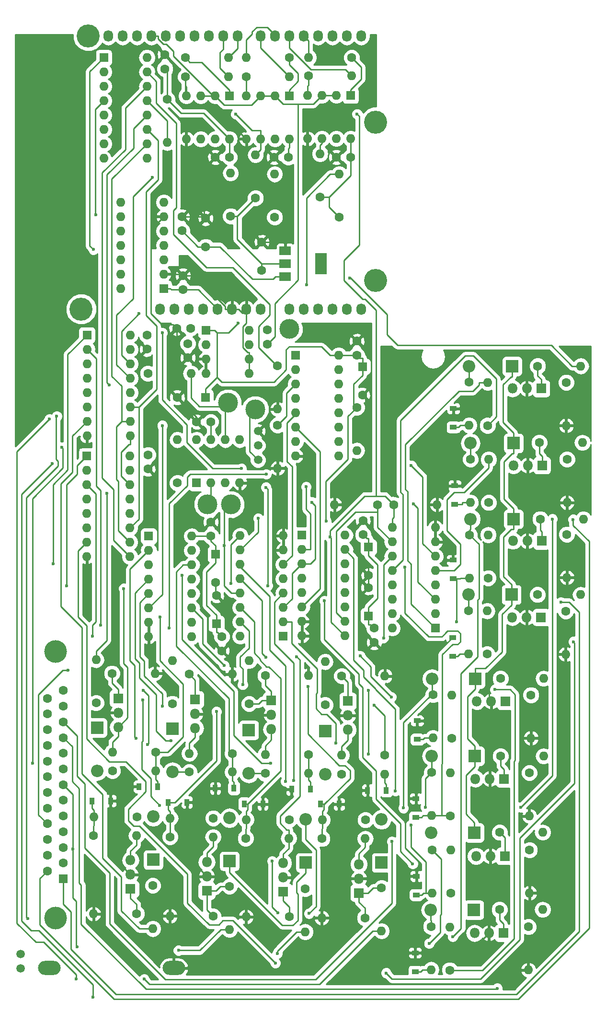
<source format=gbr>
%TF.GenerationSoftware,KiCad,Pcbnew,(2017-11-10 revision d8f4e35)-HEAD*%
%TF.CreationDate,2017-12-06T14:29:51-08:00*%
%TF.ProjectId,shield_pcb,736869656C645F7063622E6B69636164,rev?*%
%TF.SameCoordinates,Original*%
%TF.FileFunction,Copper,L1,Top,Signal*%
%TF.FilePolarity,Positive*%
%FSLAX46Y46*%
G04 Gerber Fmt 4.6, Leading zero omitted, Abs format (unit mm)*
G04 Created by KiCad (PCBNEW (2017-11-10 revision d8f4e35)-HEAD) date Wed Dec  6 14:29:51 2017*
%MOMM*%
%LPD*%
G01*
G04 APERTURE LIST*
%TA.AperFunction,ComponentPad*%
%ADD10O,1.727200X2.032000*%
%TD*%
%TA.AperFunction,ComponentPad*%
%ADD11R,1.600000X1.600000*%
%TD*%
%TA.AperFunction,ComponentPad*%
%ADD12O,1.600000X1.600000*%
%TD*%
%TA.AperFunction,ComponentPad*%
%ADD13C,1.600000*%
%TD*%
%TA.AperFunction,ComponentPad*%
%ADD14C,3.500120*%
%TD*%
%TA.AperFunction,ComponentPad*%
%ADD15C,4.064000*%
%TD*%
%TA.AperFunction,ComponentPad*%
%ADD16O,4.000000X2.500000*%
%TD*%
%TA.AperFunction,SMDPad,CuDef*%
%ADD17R,2.000000X1.500000*%
%TD*%
%TA.AperFunction,SMDPad,CuDef*%
%ADD18R,2.000000X3.800000*%
%TD*%
%TA.AperFunction,ComponentPad*%
%ADD19C,4.000000*%
%TD*%
%TA.AperFunction,ComponentPad*%
%ADD20O,2.200000X2.200000*%
%TD*%
%TA.AperFunction,ComponentPad*%
%ADD21R,2.200000X2.200000*%
%TD*%
%TA.AperFunction,ComponentPad*%
%ADD22R,1.800000X1.800000*%
%TD*%
%TA.AperFunction,ComponentPad*%
%ADD23O,1.800000X1.800000*%
%TD*%
%TA.AperFunction,SMDPad,CuDef*%
%ADD24R,0.900000X1.200000*%
%TD*%
%TA.AperFunction,SMDPad,CuDef*%
%ADD25R,1.200000X0.900000*%
%TD*%
%TA.AperFunction,ComponentPad*%
%ADD26C,1.500000*%
%TD*%
%TA.AperFunction,ViaPad*%
%ADD27C,0.600000*%
%TD*%
%TA.AperFunction,Conductor*%
%ADD28C,0.250000*%
%TD*%
%TA.AperFunction,Conductor*%
%ADD29C,0.254000*%
%TD*%
G04 APERTURE END LIST*
D10*
%TO.P,P4,1*%
%TO.N,/7*%
X89518000Y-19365000D03*
%TO.P,P4,2*%
%TO.N,/6(\002A\002A)*%
X92058000Y-19365000D03*
%TO.P,P4,3*%
%TO.N,/5(\002A\002A)*%
X94598000Y-19365000D03*
%TO.P,P4,4*%
%TO.N,/4*%
X97138000Y-19365000D03*
%TO.P,P4,5*%
%TO.N,/3(\002A\002A)*%
X99678000Y-19365000D03*
%TO.P,P4,6*%
%TO.N,/2*%
X102218000Y-19365000D03*
%TO.P,P4,7*%
%TO.N,/1(Tx)*%
X104758000Y-19365000D03*
%TO.P,P4,8*%
%TO.N,/0(Rx)*%
X107298000Y-19365000D03*
%TD*%
D11*
%TO.P,U11,1*%
%TO.N,/DB*%
X61800000Y-23200000D03*
D12*
%TO.P,U11,9*%
%TO.N,Net-(U11-Pad9)*%
X69420000Y-40980000D03*
%TO.P,U11,2*%
%TO.N,/CA*%
X61800000Y-25740000D03*
%TO.P,U11,10*%
%TO.N,/digital_input_isolation/optoisolator_with_peripherals_2/out_1*%
X69420000Y-38440000D03*
%TO.P,U11,3*%
%TO.N,/CB*%
X61800000Y-28280000D03*
%TO.P,U11,11*%
%TO.N,/digital_input_isolation/optoisolator_with_peripherals_1/out_2*%
X69420000Y-35900000D03*
%TO.P,U11,4*%
%TO.N,/DMUX_EN*%
X61800000Y-30820000D03*
%TO.P,U11,12*%
%TO.N,/digital_input_isolation/optoisolator_with_peripherals_2/out_2*%
X69420000Y-33360000D03*
%TO.P,U11,5*%
%TO.N,Net-(U11-Pad5)*%
X61800000Y-33360000D03*
%TO.P,U11,13*%
%TO.N,/digital_input_isolation/optoisolator_with_peripherals_3/out_2*%
X69420000Y-30820000D03*
%TO.P,U11,6*%
%TO.N,Net-(U11-Pad6)*%
X61800000Y-35900000D03*
%TO.P,U11,14*%
%TO.N,Net-(U10-Pad9)*%
X69420000Y-28280000D03*
%TO.P,U11,7*%
%TO.N,Net-(U11-Pad7)*%
X61800000Y-38440000D03*
%TO.P,U11,15*%
%TO.N,/DA*%
X69420000Y-25740000D03*
%TO.P,U11,8*%
%TO.N,GNDA*%
X61800000Y-40980000D03*
%TO.P,U11,16*%
%TO.N,+5VA*%
X69420000Y-23200000D03*
%TD*%
D11*
%TO.P,C13,1*%
%TO.N,+5VA*%
X108600000Y-109675000D03*
D13*
%TO.P,C13,2*%
%TO.N,GNDA*%
X108600000Y-114675000D03*
%TD*%
D11*
%TO.P,U6,1*%
%TO.N,/13-*%
X120371000Y-123984000D03*
D12*
%TO.P,U6,9*%
%TO.N,/CB*%
X112751000Y-106204000D03*
%TO.P,U6,2*%
%TO.N,/15-*%
X120371000Y-121444000D03*
%TO.P,U6,10*%
%TO.N,/CA*%
X112751000Y-108744000D03*
%TO.P,U6,3*%
%TO.N,Net-(J4-Pad1)*%
X120371000Y-118904000D03*
%TO.P,U6,11*%
%TO.N,/16+*%
X112751000Y-111284000D03*
%TO.P,U6,4*%
%TO.N,/16-*%
X120371000Y-116364000D03*
%TO.P,U6,12*%
%TO.N,/13+*%
X112751000Y-113824000D03*
%TO.P,U6,5*%
%TO.N,/14-*%
X120371000Y-113824000D03*
%TO.P,U6,13*%
%TO.N,Net-(J7-Pad1)*%
X112751000Y-116364000D03*
%TO.P,U6,6*%
%TO.N,Net-(U2-Pad7)*%
X120371000Y-111284000D03*
%TO.P,U6,14*%
%TO.N,/14+*%
X112751000Y-118904000D03*
%TO.P,U6,7*%
%TO.N,GNDA*%
X120371000Y-108744000D03*
%TO.P,U6,15*%
%TO.N,/15+*%
X112751000Y-121444000D03*
%TO.P,U6,8*%
%TO.N,GNDA*%
X120371000Y-106204000D03*
%TO.P,U6,16*%
%TO.N,+5VA*%
X112751000Y-123984000D03*
%TD*%
D14*
%TO.P,J8,1*%
%TO.N,Net-(J8-Pad1)*%
X88550000Y-85325000D03*
%TD*%
D13*
%TO.P,C14,2*%
%TO.N,GNDA*%
X81525000Y-115925000D03*
D11*
%TO.P,C14,1*%
%TO.N,+5VA*%
X81525000Y-110925000D03*
%TD*%
%TO.P,U13,1*%
%TO.N,Net-(R83-Pad1)*%
X94598000Y-29965000D03*
D12*
%TO.P,U13,5*%
%TO.N,GNDA*%
X86978000Y-37585000D03*
%TO.P,U13,2*%
%TO.N,GND*%
X92058000Y-29965000D03*
%TO.P,U13,6*%
%TO.N,/digital_input_isolation/optoisolator_with_peripherals_2/out_2*%
X89518000Y-37585000D03*
%TO.P,U13,3*%
%TO.N,GND*%
X89518000Y-29965000D03*
%TO.P,U13,7*%
%TO.N,/digital_input_isolation/optoisolator_with_peripherals_2/out_1*%
X92058000Y-37585000D03*
%TO.P,U13,4*%
%TO.N,Net-(R84-Pad1)*%
X86978000Y-29965000D03*
%TO.P,U13,8*%
%TO.N,+5VA*%
X94598000Y-37585000D03*
%TD*%
D13*
%TO.P,C24,2*%
%TO.N,GNDA*%
X91900000Y-40800000D03*
%TO.P,C24,1*%
%TO.N,+5VA*%
X94400000Y-40800000D03*
%TD*%
D10*
%TO.P,P1,1*%
%TO.N,Net-(P1-Pad1)*%
X71738000Y-67625000D03*
%TO.P,P1,2*%
%TO.N,Net-(P1-Pad2)*%
X74278000Y-67625000D03*
%TO.P,P1,3*%
%TO.N,Net-(P1-Pad3)*%
X76818000Y-67625000D03*
%TO.P,P1,4*%
%TO.N,Net-(P1-Pad4)*%
X79358000Y-67625000D03*
%TO.P,P1,5*%
%TO.N,+5V*%
X81898000Y-67625000D03*
%TO.P,P1,6*%
%TO.N,GND*%
X84438000Y-67625000D03*
%TO.P,P1,7*%
X86978000Y-67625000D03*
%TO.P,P1,8*%
%TO.N,/Vin*%
X89518000Y-67625000D03*
%TD*%
%TO.P,P2,1*%
%TO.N,/A0*%
X94598000Y-67625000D03*
%TO.P,P2,2*%
%TO.N,/A1*%
X97138000Y-67625000D03*
%TO.P,P2,3*%
%TO.N,/A2*%
X99678000Y-67625000D03*
%TO.P,P2,4*%
%TO.N,/A3*%
X102218000Y-67625000D03*
%TO.P,P2,5*%
%TO.N,/A4(SDA)*%
X104758000Y-67625000D03*
%TO.P,P2,6*%
%TO.N,/A5(SCL)*%
X107298000Y-67625000D03*
%TD*%
%TO.P,P3,1*%
%TO.N,Net-(P3-Pad1)*%
X62594000Y-19365000D03*
%TO.P,P3,2*%
%TO.N,Net-(P3-Pad2)*%
X65134000Y-19365000D03*
%TO.P,P3,3*%
%TO.N,Net-(P3-Pad3)*%
X67674000Y-19365000D03*
%TO.P,P3,4*%
%TO.N,GND*%
X70214000Y-19365000D03*
%TO.P,P3,5*%
%TO.N,/13(SCK)*%
X72754000Y-19365000D03*
%TO.P,P3,6*%
%TO.N,/12(MISO)*%
X75294000Y-19365000D03*
%TO.P,P3,7*%
%TO.N,/11(\002A\002A/MOSI)*%
X77834000Y-19365000D03*
%TO.P,P3,8*%
%TO.N,/10(\002A\002A/SS)*%
X80374000Y-19365000D03*
%TO.P,P3,9*%
%TO.N,/9(\002A\002A)*%
X82914000Y-19365000D03*
%TO.P,P3,10*%
%TO.N,/8*%
X85454000Y-19365000D03*
%TD*%
D15*
%TO.P,P5,1*%
%TO.N,Net-(P5-Pad1)*%
X57768000Y-67625000D03*
%TD*%
%TO.P,P6,1*%
%TO.N,Net-(P6-Pad1)*%
X109838000Y-62545000D03*
%TD*%
%TO.P,P7,1*%
%TO.N,Net-(P7-Pad1)*%
X59038000Y-19365000D03*
%TD*%
%TO.P,P8,1*%
%TO.N,Net-(P8-Pad1)*%
X109838000Y-34605000D03*
%TD*%
D16*
%TO.P,F1,1*%
%TO.N,GNDA*%
X74150000Y-184000000D03*
%TO.P,F1,2*%
%TO.N,Net-(F1-Pad2)*%
X52150000Y-184000000D03*
%TD*%
D13*
%TO.P,C1,1*%
%TO.N,Net-(C1-Pad1)*%
X79800000Y-56600000D03*
%TO.P,C1,2*%
%TO.N,GNDA*%
X79800000Y-51600000D03*
%TD*%
%TO.P,C2,2*%
%TO.N,GND*%
X75800000Y-61700000D03*
%TO.P,C2,1*%
%TO.N,+5V*%
X75800000Y-64200000D03*
%TD*%
%TO.P,C3,1*%
%TO.N,Net-(C1-Pad1)*%
X75600000Y-53800000D03*
%TO.P,C3,2*%
%TO.N,GNDA*%
X75600000Y-51300000D03*
%TD*%
%TO.P,C4,2*%
%TO.N,GNDA*%
X89708000Y-55815000D03*
%TO.P,C4,1*%
%TO.N,+5VA*%
X89708000Y-60815000D03*
%TD*%
D12*
%TO.P,PS1,14*%
%TO.N,Net-(PS1-Pad14)*%
X64780000Y-64000000D03*
%TO.P,PS1,7*%
%TO.N,N/C*%
X72400000Y-48760000D03*
%TO.P,PS1,13*%
X64780000Y-61460000D03*
%TO.P,PS1,6*%
%TO.N,GNDA*%
X72400000Y-51300000D03*
%TO.P,PS1,12*%
%TO.N,N/C*%
X64780000Y-58920000D03*
%TO.P,PS1,5*%
%TO.N,Net-(C1-Pad1)*%
X72400000Y-53840000D03*
%TO.P,PS1,11*%
%TO.N,N/C*%
X64780000Y-56380000D03*
%TO.P,PS1,4*%
X72400000Y-56380000D03*
%TO.P,PS1,10*%
X64780000Y-53840000D03*
%TO.P,PS1,3*%
X72400000Y-58920000D03*
%TO.P,PS1,9*%
X64780000Y-51300000D03*
%TO.P,PS1,2*%
%TO.N,GND*%
X72400000Y-61460000D03*
%TO.P,PS1,8*%
%TO.N,N/C*%
X64780000Y-48760000D03*
D11*
%TO.P,PS1,1*%
%TO.N,+5V*%
X72400000Y-64000000D03*
%TD*%
D17*
%TO.P,U1,1*%
%TO.N,GNDA*%
X93850000Y-57300000D03*
%TO.P,U1,3*%
%TO.N,Net-(C1-Pad1)*%
X93850000Y-61900000D03*
%TO.P,U1,2*%
%TO.N,+5VA*%
X93850000Y-59600000D03*
D18*
%TO.P,U1,4*%
%TO.N,N/C*%
X100150000Y-59600000D03*
%TD*%
D13*
%TO.P,C23,1*%
%TO.N,+5VA*%
X105400000Y-40800000D03*
%TO.P,C23,2*%
%TO.N,GNDA*%
X102900000Y-40800000D03*
%TD*%
%TO.P,C25,2*%
%TO.N,GNDA*%
X81500000Y-40800000D03*
%TO.P,C25,1*%
%TO.N,+5VA*%
X84000000Y-40800000D03*
%TD*%
D12*
%TO.P,U9,16*%
%TO.N,+5VA*%
X66443000Y-72210600D03*
%TO.P,U9,8*%
%TO.N,GNDA*%
X58823000Y-89990600D03*
%TO.P,U9,15*%
%TO.N,/IN1*%
X66443000Y-74750600D03*
%TO.P,U9,7*%
%TO.N,/IN8*%
X58823000Y-87450600D03*
%TO.P,U9,14*%
%TO.N,/digital_input_isolation/optoisolator_with_peripherals_1/out_1*%
X66443000Y-77290600D03*
%TO.P,U9,6*%
%TO.N,/IN7*%
X58823000Y-84910600D03*
%TO.P,U9,13*%
%TO.N,/digital_input_isolation/optoisolator_with_peripherals_3/out_1*%
X66443000Y-79830600D03*
%TO.P,U9,5*%
%TO.N,/IN6*%
X58823000Y-82370600D03*
%TO.P,U9,12*%
%TO.N,/digital_input_isolation/optoisolator_with_peripherals_2/out_2*%
X66443000Y-82370600D03*
%TO.P,U9,4*%
%TO.N,/IN5*%
X58823000Y-79830600D03*
%TO.P,U9,11*%
%TO.N,/digital_input_isolation/optoisolator_with_peripherals_1/out_2*%
X66443000Y-84910600D03*
%TO.P,U9,3*%
%TO.N,/IN4*%
X58823000Y-77290600D03*
%TO.P,U9,10*%
%TO.N,/digital_input_isolation/optoisolator_with_peripherals_2/out_1*%
X66443000Y-87450600D03*
%TO.P,U9,2*%
%TO.N,/IN3*%
X58823000Y-74750600D03*
%TO.P,U9,9*%
%TO.N,Net-(U10-Pad14)*%
X66443000Y-89990600D03*
D11*
%TO.P,U9,1*%
%TO.N,/IN2*%
X58823000Y-72210600D03*
%TD*%
%TO.P,U10,1*%
%TO.N,/IN10*%
X58778200Y-93564800D03*
D12*
%TO.P,U10,9*%
%TO.N,Net-(U10-Pad9)*%
X66398200Y-111344800D03*
%TO.P,U10,2*%
%TO.N,/IN11*%
X58778200Y-96104800D03*
%TO.P,U10,10*%
%TO.N,/digital_input_isolation/optoisolator_with_peripherals_2/out_1*%
X66398200Y-108804800D03*
%TO.P,U10,3*%
%TO.N,/IN12*%
X58778200Y-98644800D03*
%TO.P,U10,11*%
%TO.N,/digital_input_isolation/optoisolator_with_peripherals_1/out_2*%
X66398200Y-106264800D03*
%TO.P,U10,4*%
%TO.N,/IN13*%
X58778200Y-101184800D03*
%TO.P,U10,12*%
%TO.N,/digital_input_isolation/optoisolator_with_peripherals_2/out_2*%
X66398200Y-103724800D03*
%TO.P,U10,5*%
%TO.N,/IN14*%
X58778200Y-103724800D03*
%TO.P,U10,13*%
%TO.N,/digital_input_isolation/optoisolator_with_peripherals_3/out_1*%
X66398200Y-101184800D03*
%TO.P,U10,6*%
%TO.N,/IN15*%
X58778200Y-106264800D03*
%TO.P,U10,14*%
%TO.N,Net-(U10-Pad14)*%
X66398200Y-98644800D03*
%TO.P,U10,7*%
%TO.N,/IN16*%
X58778200Y-108804800D03*
%TO.P,U10,15*%
%TO.N,/IN9*%
X66398200Y-96104800D03*
%TO.P,U10,8*%
%TO.N,GNDA*%
X58778200Y-111344800D03*
%TO.P,U10,16*%
%TO.N,+5VA*%
X66398200Y-93564800D03*
%TD*%
D11*
%TO.P,U12,1*%
%TO.N,Net-(R79-Pad1)*%
X105420000Y-29890000D03*
D12*
%TO.P,U12,5*%
%TO.N,GNDA*%
X97800000Y-37510000D03*
%TO.P,U12,2*%
%TO.N,GND*%
X102880000Y-29890000D03*
%TO.P,U12,6*%
%TO.N,/digital_input_isolation/optoisolator_with_peripherals_1/out_2*%
X100340000Y-37510000D03*
%TO.P,U12,3*%
%TO.N,GND*%
X100340000Y-29890000D03*
%TO.P,U12,7*%
%TO.N,/digital_input_isolation/optoisolator_with_peripherals_1/out_1*%
X102880000Y-37510000D03*
%TO.P,U12,4*%
%TO.N,Net-(R80-Pad1)*%
X97800000Y-29890000D03*
%TO.P,U12,8*%
%TO.N,+5VA*%
X105420000Y-37510000D03*
%TD*%
D11*
%TO.P,U14,1*%
%TO.N,Net-(R87-Pad1)*%
X83998000Y-29965000D03*
D12*
%TO.P,U14,5*%
%TO.N,GNDA*%
X76378000Y-37585000D03*
%TO.P,U14,2*%
%TO.N,GND*%
X81458000Y-29965000D03*
%TO.P,U14,6*%
%TO.N,/digital_input_isolation/optoisolator_with_peripherals_3/out_2*%
X78918000Y-37585000D03*
%TO.P,U14,3*%
%TO.N,GND*%
X78918000Y-29965000D03*
%TO.P,U14,7*%
%TO.N,/digital_input_isolation/optoisolator_with_peripherals_3/out_1*%
X81458000Y-37585000D03*
%TO.P,U14,4*%
%TO.N,Net-(R88-Pad1)*%
X76378000Y-29965000D03*
%TO.P,U14,8*%
%TO.N,+5VA*%
X83998000Y-37585000D03*
%TD*%
D19*
%TO.P,J1,0*%
%TO.N,N/C*%
X53230000Y-175155000D03*
X53230000Y-128055000D03*
D13*
%TO.P,J1,25*%
%TO.N,/F3*%
X51810000Y-136370000D03*
%TO.P,J1,24*%
%TO.N,/F7*%
X51810000Y-139140000D03*
%TO.P,J1,23*%
%TO.N,/F11*%
X51810000Y-141910000D03*
%TO.P,J1,22*%
%TO.N,/F15*%
X51810000Y-144680000D03*
%TO.P,J1,21*%
%TO.N,Net-(J1-Pad21)*%
X51810000Y-147450000D03*
%TO.P,J1,20*%
%TO.N,Net-(J1-Pad20)*%
X51810000Y-150220000D03*
%TO.P,J1,19*%
%TO.N,Net-(J1-Pad19)*%
X51810000Y-152990000D03*
%TO.P,J1,18*%
%TO.N,Net-(J1-Pad18)*%
X51810000Y-155760000D03*
%TO.P,J1,17*%
%TO.N,/F2*%
X51810000Y-158530000D03*
%TO.P,J1,16*%
%TO.N,/F6*%
X51810000Y-161300000D03*
%TO.P,J1,15*%
%TO.N,/F10*%
X51810000Y-164070000D03*
%TO.P,J1,14*%
%TO.N,/F14*%
X51810000Y-166840000D03*
%TO.P,J1,13*%
%TO.N,/F1*%
X54650000Y-134985000D03*
%TO.P,J1,12*%
%TO.N,/F5*%
X54650000Y-137755000D03*
%TO.P,J1,11*%
%TO.N,/F9*%
X54650000Y-140525000D03*
%TO.P,J1,10*%
%TO.N,/F13*%
X54650000Y-143295000D03*
%TO.P,J1,9*%
%TO.N,Net-(J1-Pad9)*%
X54650000Y-146065000D03*
%TO.P,J1,8*%
%TO.N,Net-(J1-Pad8)*%
X54650000Y-148835000D03*
%TO.P,J1,7*%
%TO.N,HV*%
X54650000Y-151605000D03*
%TO.P,J1,6*%
%TO.N,Net-(J1-Pad6)*%
X54650000Y-154375000D03*
%TO.P,J1,5*%
%TO.N,Net-(J1-Pad5)*%
X54650000Y-157145000D03*
%TO.P,J1,4*%
%TO.N,/F4*%
X54650000Y-159915000D03*
%TO.P,J1,3*%
%TO.N,/F8*%
X54650000Y-162685000D03*
%TO.P,J1,2*%
%TO.N,/F12*%
X54650000Y-165455000D03*
D11*
%TO.P,J1,1*%
%TO.N,/F16*%
X54650000Y-168225000D03*
%TD*%
D13*
%TO.P,C5,2*%
%TO.N,GNDA*%
X106500000Y-73275000D03*
%TO.P,C5,1*%
%TO.N,+5VA*%
X106500000Y-75775000D03*
%TD*%
%TO.P,C6,2*%
%TO.N,GNDA*%
X107500000Y-82775000D03*
D11*
%TO.P,C6,1*%
%TO.N,+5VA*%
X107500000Y-77775000D03*
%TD*%
D13*
%TO.P,C7,1*%
%TO.N,+5VA*%
X109571000Y-123984000D03*
%TO.P,C7,2*%
%TO.N,GNDA*%
X109571000Y-126484000D03*
%TD*%
%TO.P,C8,1*%
%TO.N,+5VA*%
X82650000Y-125475000D03*
%TO.P,C8,2*%
%TO.N,GNDA*%
X82650000Y-127975000D03*
%TD*%
%TO.P,C9,2*%
%TO.N,GNDA*%
X107600000Y-104975000D03*
%TO.P,C9,1*%
%TO.N,+5VA*%
X107600000Y-107475000D03*
%TD*%
%TO.P,C10,2*%
%TO.N,GNDA*%
X80725000Y-105225000D03*
%TO.P,C10,1*%
%TO.N,+5VA*%
X80725000Y-107725000D03*
%TD*%
D11*
%TO.P,C11,1*%
%TO.N,+5VA*%
X108575000Y-121800000D03*
D13*
%TO.P,C11,2*%
%TO.N,GNDA*%
X108575000Y-116800000D03*
%TD*%
%TO.P,C12,2*%
%TO.N,GNDA*%
X81694200Y-118182000D03*
D11*
%TO.P,C12,1*%
%TO.N,+5VA*%
X81694200Y-123182000D03*
%TD*%
D13*
%TO.P,C15,2*%
%TO.N,GNDA*%
X78200000Y-87525000D03*
%TO.P,C15,1*%
%TO.N,+5VA*%
X80700000Y-87525000D03*
%TD*%
D11*
%TO.P,C16,1*%
%TO.N,+5VA*%
X79750000Y-83225000D03*
D13*
%TO.P,C16,2*%
%TO.N,GNDA*%
X74750000Y-83225000D03*
%TD*%
%TO.P,C17,2*%
%TO.N,GNDA*%
X76650000Y-76225000D03*
%TO.P,C17,1*%
%TO.N,Net-(C17-Pad1)*%
X76650000Y-73725000D03*
%TD*%
%TO.P,C18,1*%
%TO.N,+5VA*%
X77150000Y-71000000D03*
%TO.P,C18,2*%
%TO.N,GNDA*%
X74650000Y-71000000D03*
%TD*%
%TO.P,C19,1*%
%TO.N,GND*%
X90700000Y-73800000D03*
%TO.P,C19,2*%
%TO.N,+5V*%
X90700000Y-71300000D03*
%TD*%
%TO.P,C20,1*%
%TO.N,+5VA*%
X69423000Y-72210600D03*
%TO.P,C20,2*%
%TO.N,GNDA*%
X69423000Y-74710600D03*
%TD*%
%TO.P,C21,2*%
%TO.N,GNDA*%
X69578200Y-95864800D03*
%TO.P,C21,1*%
%TO.N,+5VA*%
X69578200Y-93364800D03*
%TD*%
%TO.P,C22,1*%
%TO.N,+5VA*%
X72600000Y-25200000D03*
%TO.P,C22,2*%
%TO.N,GNDA*%
X72600000Y-22700000D03*
%TD*%
D20*
%TO.P,D1,2*%
%TO.N,/F2*%
X73942400Y-149359000D03*
D21*
%TO.P,D1,1*%
%TO.N,HV*%
X73942400Y-141739000D03*
%TD*%
%TO.P,D3,1*%
%TO.N,HV*%
X100940000Y-142194000D03*
D20*
%TO.P,D3,2*%
%TO.N,/F4*%
X100940000Y-149814000D03*
%TD*%
%TO.P,D5,2*%
%TO.N,/F6*%
X97446900Y-157758000D03*
D21*
%TO.P,D5,1*%
%TO.N,HV*%
X97446900Y-165378000D03*
%TD*%
D20*
%TO.P,D7,2*%
%TO.N,/F8*%
X70546900Y-157258000D03*
D21*
%TO.P,D7,1*%
%TO.N,HV*%
X70546900Y-164878000D03*
%TD*%
D20*
%TO.P,D9,2*%
%TO.N,/F10*%
X119735000Y-146574000D03*
D21*
%TO.P,D9,1*%
%TO.N,HV*%
X127355000Y-146574000D03*
%TD*%
%TO.P,D11,1*%
%TO.N,HV*%
X133833000Y-118058000D03*
D20*
%TO.P,D11,2*%
%TO.N,/F16*%
X126213000Y-118058000D03*
%TD*%
%TO.P,D13,2*%
%TO.N,/F3*%
X87427500Y-149600000D03*
D21*
%TO.P,D13,1*%
%TO.N,HV*%
X87427500Y-141980000D03*
%TD*%
D20*
%TO.P,D15,2*%
%TO.N,/F5*%
X110880000Y-157769000D03*
D21*
%TO.P,D15,1*%
%TO.N,HV*%
X110880000Y-165389000D03*
%TD*%
%TO.P,D17,1*%
%TO.N,HV*%
X83995700Y-165125000D03*
D20*
%TO.P,D17,2*%
%TO.N,/F7*%
X83995700Y-157505000D03*
%TD*%
D21*
%TO.P,D19,1*%
%TO.N,HV*%
X127424000Y-132908000D03*
D20*
%TO.P,D19,2*%
%TO.N,/F9*%
X119804000Y-132908000D03*
%TD*%
D21*
%TO.P,D21,1*%
%TO.N,HV*%
X127264000Y-160109000D03*
D20*
%TO.P,D21,2*%
%TO.N,/F11*%
X119644000Y-160109000D03*
%TD*%
%TO.P,D23,2*%
%TO.N,/F13*%
X126346000Y-77721600D03*
D21*
%TO.P,D23,1*%
%TO.N,HV*%
X133966000Y-77721600D03*
%TD*%
%TO.P,D25,1*%
%TO.N,HV*%
X134225000Y-104705000D03*
D20*
%TO.P,D25,2*%
%TO.N,/F15*%
X126605000Y-104705000D03*
%TD*%
D21*
%TO.P,D27,1*%
%TO.N,HV*%
X60632300Y-141571000D03*
D20*
%TO.P,D27,2*%
%TO.N,/F1*%
X60632300Y-149191000D03*
%TD*%
D21*
%TO.P,D29,1*%
%TO.N,HV*%
X134207000Y-91302700D03*
D20*
%TO.P,D29,2*%
%TO.N,/F14*%
X126587000Y-91302700D03*
%TD*%
D21*
%TO.P,D31,1*%
%TO.N,HV*%
X127224000Y-173741000D03*
D20*
%TO.P,D31,2*%
%TO.N,/F12*%
X119604000Y-173741000D03*
%TD*%
D22*
%TO.P,Q1,1*%
%TO.N,Net-(Q1-Pad1)*%
X77944900Y-136564000D03*
D23*
%TO.P,Q1,2*%
%TO.N,GNDA*%
X77944900Y-139104000D03*
%TO.P,Q1,3*%
%TO.N,/2-*%
X77944900Y-141644000D03*
%TD*%
%TO.P,Q2,3*%
%TO.N,/4-*%
X104920000Y-141934000D03*
%TO.P,Q2,2*%
%TO.N,GNDA*%
X104920000Y-139394000D03*
D22*
%TO.P,Q2,1*%
%TO.N,Net-(Q2-Pad1)*%
X104920000Y-136854000D03*
%TD*%
%TO.P,Q3,1*%
%TO.N,Net-(Q3-Pad1)*%
X93504400Y-170533000D03*
D23*
%TO.P,Q3,2*%
%TO.N,GNDA*%
X93504400Y-167993000D03*
%TO.P,Q3,3*%
%TO.N,/6-*%
X93504400Y-165453000D03*
%TD*%
%TO.P,Q4,3*%
%TO.N,/8-*%
X66514400Y-164963000D03*
%TO.P,Q4,2*%
%TO.N,GNDA*%
X66514400Y-167503000D03*
D22*
%TO.P,Q4,1*%
%TO.N,Net-(Q4-Pad1)*%
X66514400Y-170043000D03*
%TD*%
D23*
%TO.P,Q5,3*%
%TO.N,/10-*%
X127480000Y-150586000D03*
%TO.P,Q5,2*%
%TO.N,GNDA*%
X130020000Y-150586000D03*
D22*
%TO.P,Q5,1*%
%TO.N,Net-(Q5-Pad1)*%
X132560000Y-150586000D03*
%TD*%
D23*
%TO.P,Q6,3*%
%TO.N,/16-*%
X133998000Y-122060000D03*
%TO.P,Q6,2*%
%TO.N,GNDA*%
X136538000Y-122060000D03*
D22*
%TO.P,Q6,1*%
%TO.N,Net-(Q6-Pad1)*%
X139078000Y-122060000D03*
%TD*%
%TO.P,Q7,1*%
%TO.N,Net-(Q7-Pad1)*%
X91400000Y-136765000D03*
D23*
%TO.P,Q7,2*%
%TO.N,GNDA*%
X91400000Y-139305000D03*
%TO.P,Q7,3*%
%TO.N,/3-*%
X91400000Y-141845000D03*
%TD*%
%TO.P,Q8,3*%
%TO.N,/5-*%
X106858000Y-165654000D03*
%TO.P,Q8,2*%
%TO.N,GNDA*%
X106858000Y-168194000D03*
D22*
%TO.P,Q8,1*%
%TO.N,Net-(Q8-Pad1)*%
X106858000Y-170734000D03*
%TD*%
%TO.P,Q9,1*%
%TO.N,Net-(Q9-Pad1)*%
X79993200Y-170360000D03*
D23*
%TO.P,Q9,2*%
%TO.N,GNDA*%
X79993200Y-167820000D03*
%TO.P,Q9,3*%
%TO.N,/7-*%
X79993200Y-165280000D03*
%TD*%
D22*
%TO.P,Q10,1*%
%TO.N,Net-(Q10-Pad1)*%
X132814000Y-136888000D03*
D23*
%TO.P,Q10,2*%
%TO.N,GNDA*%
X130274000Y-136888000D03*
%TO.P,Q10,3*%
%TO.N,/9-*%
X127734000Y-136888000D03*
%TD*%
D22*
%TO.P,Q11,1*%
%TO.N,Net-(Q11-Pad1)*%
X132654000Y-164239000D03*
D23*
%TO.P,Q11,2*%
%TO.N,GNDA*%
X130114000Y-164239000D03*
%TO.P,Q11,3*%
%TO.N,/11-*%
X127574000Y-164239000D03*
%TD*%
%TO.P,Q12,3*%
%TO.N,/13-*%
X134026000Y-81651600D03*
%TO.P,Q12,2*%
%TO.N,GNDA*%
X136566000Y-81651600D03*
D22*
%TO.P,Q12,1*%
%TO.N,Net-(Q12-Pad1)*%
X139106000Y-81651600D03*
%TD*%
D23*
%TO.P,Q13,3*%
%TO.N,/15-*%
X134110000Y-108557000D03*
%TO.P,Q13,2*%
%TO.N,GNDA*%
X136650000Y-108557000D03*
D22*
%TO.P,Q13,1*%
%TO.N,Net-(Q13-Pad1)*%
X139190000Y-108557000D03*
%TD*%
%TO.P,Q14,1*%
%TO.N,Net-(Q14-Pad1)*%
X64332300Y-136371000D03*
D23*
%TO.P,Q14,2*%
%TO.N,GNDA*%
X64332300Y-138911000D03*
%TO.P,Q14,3*%
%TO.N,/1-*%
X64332300Y-141451000D03*
%TD*%
%TO.P,Q15,3*%
%TO.N,/14-*%
X134182000Y-95235200D03*
%TO.P,Q15,2*%
%TO.N,GNDA*%
X136722000Y-95235200D03*
D22*
%TO.P,Q15,1*%
%TO.N,Net-(Q15-Pad1)*%
X139262000Y-95235200D03*
%TD*%
D23*
%TO.P,Q16,3*%
%TO.N,/12-*%
X127334000Y-177821000D03*
%TO.P,Q16,2*%
%TO.N,GNDA*%
X129874000Y-177821000D03*
D22*
%TO.P,Q16,1*%
%TO.N,Net-(Q16-Pad1)*%
X132414000Y-177821000D03*
%TD*%
D13*
%TO.P,R1,1*%
%TO.N,/DB*%
X92500000Y-88125000D03*
D12*
%TO.P,R1,2*%
%TO.N,GNDA*%
X92500000Y-95745000D03*
%TD*%
%TO.P,R2,2*%
%TO.N,/DMUX_EN*%
X106500000Y-92595000D03*
D13*
%TO.P,R2,1*%
%TO.N,+5VA*%
X106500000Y-84975000D03*
%TD*%
%TO.P,R4,1*%
%TO.N,/DA*%
X92500000Y-77675000D03*
D12*
%TO.P,R4,2*%
%TO.N,GNDA*%
X92500000Y-85295000D03*
%TD*%
D13*
%TO.P,R5,1*%
%TO.N,/CB*%
X113050000Y-102150000D03*
D12*
%TO.P,R5,2*%
%TO.N,GNDA*%
X120670000Y-102150000D03*
%TD*%
%TO.P,R6,2*%
%TO.N,GNDA*%
X102555000Y-102175000D03*
D13*
%TO.P,R6,1*%
%TO.N,/CA*%
X110175000Y-102175000D03*
%TD*%
%TO.P,R7,1*%
%TO.N,Net-(R7-Pad1)*%
X74800000Y-98325000D03*
D12*
%TO.P,R7,2*%
%TO.N,Net-(R7-Pad2)*%
X74800000Y-90705000D03*
%TD*%
D13*
%TO.P,R8,1*%
%TO.N,Net-(C17-Pad1)*%
X69575000Y-78975000D03*
D12*
%TO.P,R8,2*%
%TO.N,Net-(J10-Pad1)*%
X77195000Y-78975000D03*
%TD*%
D13*
%TO.P,R9,1*%
%TO.N,Net-(Q1-Pad1)*%
X73892400Y-137289000D03*
D12*
%TO.P,R9,2*%
%TO.N,/IN2*%
X73892400Y-129669000D03*
%TD*%
%TO.P,R10,2*%
%TO.N,GNDA*%
X84512400Y-132089000D03*
D13*
%TO.P,R10,1*%
%TO.N,Net-(Q1-Pad1)*%
X76892400Y-132089000D03*
%TD*%
%TO.P,R11,1*%
%TO.N,/F2*%
X76892400Y-149389000D03*
D12*
%TO.P,R11,2*%
%TO.N,/2+*%
X84512400Y-149389000D03*
%TD*%
%TO.P,R12,2*%
%TO.N,/2-*%
X76922400Y-146089000D03*
D13*
%TO.P,R12,1*%
%TO.N,/2+*%
X84542400Y-146089000D03*
%TD*%
D12*
%TO.P,R13,2*%
%TO.N,/IN4*%
X100908000Y-129899000D03*
D13*
%TO.P,R13,1*%
%TO.N,Net-(Q2-Pad1)*%
X100908000Y-137519000D03*
%TD*%
D12*
%TO.P,R14,2*%
%TO.N,GNDA*%
X111478000Y-132419000D03*
D13*
%TO.P,R14,1*%
%TO.N,Net-(Q2-Pad1)*%
X103858000Y-132419000D03*
%TD*%
D12*
%TO.P,R15,2*%
%TO.N,/4+*%
X111428000Y-149769000D03*
D13*
%TO.P,R15,1*%
%TO.N,/F4*%
X103808000Y-149769000D03*
%TD*%
%TO.P,R16,1*%
%TO.N,/4+*%
X111408000Y-146419000D03*
D12*
%TO.P,R16,2*%
%TO.N,/4-*%
X103788000Y-146419000D03*
%TD*%
D13*
%TO.P,R17,1*%
%TO.N,Net-(Q3-Pad1)*%
X97396900Y-169978000D03*
D12*
%TO.P,R17,2*%
%TO.N,/IN6*%
X97396900Y-177598000D03*
%TD*%
%TO.P,R18,2*%
%TO.N,GNDA*%
X86926900Y-174928000D03*
D13*
%TO.P,R18,1*%
%TO.N,Net-(Q3-Pad1)*%
X94546900Y-174928000D03*
%TD*%
%TO.P,R19,1*%
%TO.N,/F6*%
X94546900Y-157778000D03*
D12*
%TO.P,R19,2*%
%TO.N,/6+*%
X86926900Y-157778000D03*
%TD*%
%TO.P,R20,2*%
%TO.N,/6-*%
X94466900Y-161078000D03*
D13*
%TO.P,R20,1*%
%TO.N,/6+*%
X86846900Y-161078000D03*
%TD*%
D12*
%TO.P,R21,2*%
%TO.N,/IN8*%
X70446900Y-177048000D03*
D13*
%TO.P,R21,1*%
%TO.N,Net-(Q4-Pad1)*%
X70446900Y-169428000D03*
%TD*%
%TO.P,R22,1*%
%TO.N,Net-(Q4-Pad1)*%
X67596900Y-174428000D03*
D12*
%TO.P,R22,2*%
%TO.N,GNDA*%
X59976900Y-174428000D03*
%TD*%
D13*
%TO.P,R23,1*%
%TO.N,/F8*%
X67646900Y-157328000D03*
D12*
%TO.P,R23,2*%
%TO.N,/8+*%
X60026900Y-157328000D03*
%TD*%
%TO.P,R24,2*%
%TO.N,/8-*%
X67566900Y-160578000D03*
D13*
%TO.P,R24,1*%
%TO.N,/8+*%
X59946900Y-160578000D03*
%TD*%
%TO.P,R25,1*%
%TO.N,Net-(Q5-Pad1)*%
X131905000Y-146574000D03*
D12*
%TO.P,R25,2*%
%TO.N,/IN10*%
X139525000Y-146574000D03*
%TD*%
%TO.P,R26,2*%
%TO.N,GNDA*%
X137005000Y-157144000D03*
D13*
%TO.P,R26,1*%
%TO.N,Net-(Q5-Pad1)*%
X137005000Y-149524000D03*
%TD*%
%TO.P,R27,1*%
%TO.N,/F10*%
X119755000Y-149474000D03*
D12*
%TO.P,R27,2*%
%TO.N,/10+*%
X119755000Y-157094000D03*
%TD*%
D13*
%TO.P,R28,1*%
%TO.N,/10+*%
X123055000Y-157124000D03*
D12*
%TO.P,R28,2*%
%TO.N,/10-*%
X123055000Y-149504000D03*
%TD*%
%TO.P,R29,2*%
%TO.N,/IN16*%
X146053000Y-118058000D03*
D13*
%TO.P,R29,1*%
%TO.N,Net-(Q6-Pad1)*%
X138433000Y-118058000D03*
%TD*%
%TO.P,R30,1*%
%TO.N,Net-(Q6-Pad1)*%
X143433000Y-120958000D03*
D12*
%TO.P,R30,2*%
%TO.N,GNDA*%
X143433000Y-128578000D03*
%TD*%
D13*
%TO.P,R31,1*%
%TO.N,/F16*%
X126233000Y-120908000D03*
D12*
%TO.P,R31,2*%
%TO.N,/16+*%
X126233000Y-128528000D03*
%TD*%
%TO.P,R32,2*%
%TO.N,/16-*%
X129533000Y-120938000D03*
D13*
%TO.P,R32,1*%
%TO.N,/16+*%
X129533000Y-128558000D03*
%TD*%
D12*
%TO.P,R33,2*%
%TO.N,/IN3*%
X87477500Y-129710000D03*
D13*
%TO.P,R33,1*%
%TO.N,Net-(Q7-Pad1)*%
X87477500Y-137330000D03*
%TD*%
%TO.P,R34,1*%
%TO.N,Net-(Q7-Pad1)*%
X90327500Y-132330000D03*
D12*
%TO.P,R34,2*%
%TO.N,GNDA*%
X97947500Y-132330000D03*
%TD*%
D13*
%TO.P,R35,1*%
%TO.N,/F3*%
X90327500Y-149630000D03*
D12*
%TO.P,R35,2*%
%TO.N,/3+*%
X97947500Y-149630000D03*
%TD*%
%TO.P,R36,2*%
%TO.N,/3-*%
X90357500Y-146280000D03*
D13*
%TO.P,R36,1*%
%TO.N,/3+*%
X97977500Y-146280000D03*
%TD*%
D12*
%TO.P,R37,2*%
%TO.N,/IN5*%
X110880000Y-177459000D03*
D13*
%TO.P,R37,1*%
%TO.N,Net-(Q8-Pad1)*%
X110880000Y-169839000D03*
%TD*%
%TO.P,R38,1*%
%TO.N,Net-(Q8-Pad1)*%
X107930000Y-175139000D03*
D12*
%TO.P,R38,2*%
%TO.N,GNDA*%
X100310000Y-175139000D03*
%TD*%
D13*
%TO.P,R39,1*%
%TO.N,/F5*%
X108030000Y-157839000D03*
D12*
%TO.P,R39,2*%
%TO.N,/5+*%
X100410000Y-157839000D03*
%TD*%
D13*
%TO.P,R40,1*%
%TO.N,/5+*%
X100380000Y-161139000D03*
D12*
%TO.P,R40,2*%
%TO.N,/5-*%
X108000000Y-161139000D03*
%TD*%
%TO.P,R41,2*%
%TO.N,/IN7*%
X83995700Y-177195000D03*
D13*
%TO.P,R41,1*%
%TO.N,Net-(Q9-Pad1)*%
X83995700Y-169575000D03*
%TD*%
%TO.P,R42,1*%
%TO.N,Net-(Q9-Pad1)*%
X81095700Y-174825000D03*
D12*
%TO.P,R42,2*%
%TO.N,GNDA*%
X73475700Y-174825000D03*
%TD*%
%TO.P,R43,2*%
%TO.N,/7+*%
X73525700Y-157525000D03*
D13*
%TO.P,R43,1*%
%TO.N,/F7*%
X81145700Y-157525000D03*
%TD*%
%TO.P,R44,1*%
%TO.N,/7+*%
X73495700Y-160825000D03*
D12*
%TO.P,R44,2*%
%TO.N,/7-*%
X81115700Y-160825000D03*
%TD*%
%TO.P,R45,2*%
%TO.N,/IN9*%
X139509000Y-132865000D03*
D13*
%TO.P,R45,1*%
%TO.N,Net-(Q10-Pad1)*%
X131889000Y-132865000D03*
%TD*%
%TO.P,R46,1*%
%TO.N,Net-(Q10-Pad1)*%
X137289000Y-135765000D03*
D12*
%TO.P,R46,2*%
%TO.N,GNDA*%
X137289000Y-143385000D03*
%TD*%
%TO.P,R47,2*%
%TO.N,/9+*%
X119989000Y-143335000D03*
D13*
%TO.P,R47,1*%
%TO.N,/F9*%
X119989000Y-135715000D03*
%TD*%
D12*
%TO.P,R48,2*%
%TO.N,/9-*%
X123289000Y-135795000D03*
D13*
%TO.P,R48,1*%
%TO.N,/9+*%
X123289000Y-143415000D03*
%TD*%
%TO.P,R49,1*%
%TO.N,Net-(Q11-Pad1)*%
X131739000Y-160036000D03*
D12*
%TO.P,R49,2*%
%TO.N,/IN11*%
X139359000Y-160036000D03*
%TD*%
D13*
%TO.P,R50,1*%
%TO.N,Net-(Q11-Pad1)*%
X137039000Y-163136000D03*
D12*
%TO.P,R50,2*%
%TO.N,GNDA*%
X137039000Y-170756000D03*
%TD*%
D13*
%TO.P,R51,1*%
%TO.N,/F11*%
X119839000Y-163136000D03*
D12*
%TO.P,R51,2*%
%TO.N,/11+*%
X119839000Y-170756000D03*
%TD*%
%TO.P,R52,2*%
%TO.N,/11-*%
X123139000Y-163166000D03*
D13*
%TO.P,R52,1*%
%TO.N,/11+*%
X123139000Y-170786000D03*
%TD*%
D12*
%TO.P,R53,2*%
%TO.N,/IN13*%
X146091000Y-77679100D03*
D13*
%TO.P,R53,1*%
%TO.N,Net-(Q12-Pad1)*%
X138471000Y-77679100D03*
%TD*%
%TO.P,R54,1*%
%TO.N,Net-(Q12-Pad1)*%
X143521000Y-80579100D03*
D12*
%TO.P,R54,2*%
%TO.N,GNDA*%
X143521000Y-88199100D03*
%TD*%
D13*
%TO.P,R55,1*%
%TO.N,/F13*%
X126371000Y-80529100D03*
D12*
%TO.P,R55,2*%
%TO.N,/13+*%
X126371000Y-88149100D03*
%TD*%
%TO.P,R56,2*%
%TO.N,/13-*%
X129621000Y-80559100D03*
D13*
%TO.P,R56,1*%
%TO.N,/13+*%
X129621000Y-88179100D03*
%TD*%
%TO.P,R57,1*%
%TO.N,Net-(Q13-Pad1)*%
X138925000Y-104705000D03*
D12*
%TO.P,R57,2*%
%TO.N,/IN15*%
X146545000Y-104705000D03*
%TD*%
%TO.P,R58,2*%
%TO.N,GNDA*%
X143625000Y-115025000D03*
D13*
%TO.P,R58,1*%
%TO.N,Net-(Q13-Pad1)*%
X143625000Y-107405000D03*
%TD*%
D12*
%TO.P,R59,2*%
%TO.N,/15+*%
X126425000Y-115125000D03*
D13*
%TO.P,R59,1*%
%TO.N,/F15*%
X126425000Y-107505000D03*
%TD*%
%TO.P,R60,1*%
%TO.N,/15+*%
X129725000Y-115105000D03*
D12*
%TO.P,R60,2*%
%TO.N,/15-*%
X129725000Y-107485000D03*
%TD*%
D13*
%TO.P,R61,1*%
%TO.N,Net-(Q14-Pad1)*%
X60432300Y-137171000D03*
D12*
%TO.P,R61,2*%
%TO.N,/IN1*%
X60432300Y-129551000D03*
%TD*%
%TO.P,R62,2*%
%TO.N,GNDA*%
X70852300Y-131971000D03*
D13*
%TO.P,R62,1*%
%TO.N,Net-(Q14-Pad1)*%
X63232300Y-131971000D03*
%TD*%
%TO.P,R63,1*%
%TO.N,/F1*%
X63332300Y-149171000D03*
D12*
%TO.P,R63,2*%
%TO.N,/1+*%
X70952300Y-149171000D03*
%TD*%
%TO.P,R64,2*%
%TO.N,/1-*%
X63312300Y-145871000D03*
D13*
%TO.P,R64,1*%
%TO.N,/1+*%
X70932300Y-145871000D03*
%TD*%
D12*
%TO.P,R65,2*%
%TO.N,/IN14*%
X146377000Y-91202700D03*
D13*
%TO.P,R65,1*%
%TO.N,Net-(Q15-Pad1)*%
X138757000Y-91202700D03*
%TD*%
%TO.P,R66,1*%
%TO.N,Net-(Q15-Pad1)*%
X143657000Y-94152700D03*
D12*
%TO.P,R66,2*%
%TO.N,GNDA*%
X143657000Y-101772700D03*
%TD*%
D13*
%TO.P,R67,1*%
%TO.N,/F14*%
X126607000Y-94152700D03*
D12*
%TO.P,R67,2*%
%TO.N,/14+*%
X126607000Y-101772700D03*
%TD*%
%TO.P,R68,2*%
%TO.N,/14-*%
X129807000Y-94183000D03*
D13*
%TO.P,R68,1*%
%TO.N,/14+*%
X129807000Y-101803000D03*
%TD*%
%TO.P,R69,1*%
%TO.N,Net-(Q16-Pad1)*%
X131729000Y-173669000D03*
D12*
%TO.P,R69,2*%
%TO.N,/IN12*%
X139349000Y-173669000D03*
%TD*%
%TO.P,R70,2*%
%TO.N,GNDA*%
X136829000Y-184339000D03*
D13*
%TO.P,R70,1*%
%TO.N,Net-(Q16-Pad1)*%
X136829000Y-176719000D03*
%TD*%
D12*
%TO.P,R71,2*%
%TO.N,/12+*%
X119629000Y-184289000D03*
D13*
%TO.P,R71,1*%
%TO.N,/F12*%
X119629000Y-176669000D03*
%TD*%
%TO.P,R72,1*%
%TO.N,/12+*%
X122929000Y-184369000D03*
D12*
%TO.P,R72,2*%
%TO.N,/12-*%
X122929000Y-176749000D03*
%TD*%
%TO.P,R79,2*%
%TO.N,/4*%
X97980000Y-23200000D03*
D13*
%TO.P,R79,1*%
%TO.N,Net-(R79-Pad1)*%
X105600000Y-23200000D03*
%TD*%
%TO.P,R80,1*%
%TO.N,Net-(R80-Pad1)*%
X98000000Y-26400000D03*
D12*
%TO.P,R80,2*%
%TO.N,/5(\002A\002A)*%
X105620000Y-26400000D03*
%TD*%
D13*
%TO.P,R81,1*%
%TO.N,+5VA*%
X103400000Y-51400000D03*
D12*
%TO.P,R81,2*%
%TO.N,/digital_input_isolation/optoisolator_with_peripherals_1/out_1*%
X103400000Y-43780000D03*
%TD*%
%TO.P,R82,2*%
%TO.N,/digital_input_isolation/optoisolator_with_peripherals_1/out_2*%
X100000000Y-40180000D03*
D13*
%TO.P,R82,1*%
%TO.N,+5VA*%
X100000000Y-47800000D03*
%TD*%
D12*
%TO.P,R83,2*%
%TO.N,/6(\002A\002A)*%
X86980000Y-23200000D03*
D13*
%TO.P,R83,1*%
%TO.N,Net-(R83-Pad1)*%
X94600000Y-23200000D03*
%TD*%
%TO.P,R84,1*%
%TO.N,Net-(R84-Pad1)*%
X87000000Y-26600000D03*
D12*
%TO.P,R84,2*%
%TO.N,/7*%
X94620000Y-26600000D03*
%TD*%
D13*
%TO.P,R85,1*%
%TO.N,+5VA*%
X92000000Y-51400000D03*
D12*
%TO.P,R85,2*%
%TO.N,/digital_input_isolation/optoisolator_with_peripherals_2/out_1*%
X92000000Y-43780000D03*
%TD*%
%TO.P,R86,2*%
%TO.N,/digital_input_isolation/optoisolator_with_peripherals_2/out_2*%
X88600000Y-40380000D03*
D13*
%TO.P,R86,1*%
%TO.N,+5VA*%
X88600000Y-48000000D03*
%TD*%
D12*
%TO.P,R87,2*%
%TO.N,/8*%
X83820000Y-23200000D03*
D13*
%TO.P,R87,1*%
%TO.N,Net-(R87-Pad1)*%
X76200000Y-23200000D03*
%TD*%
%TO.P,R88,1*%
%TO.N,Net-(R88-Pad1)*%
X76200000Y-26600000D03*
D12*
%TO.P,R88,2*%
%TO.N,/9(\002A\002A)*%
X83820000Y-26600000D03*
%TD*%
D13*
%TO.P,R89,1*%
%TO.N,+5VA*%
X84200000Y-51200000D03*
D12*
%TO.P,R89,2*%
%TO.N,/digital_input_isolation/optoisolator_with_peripherals_3/out_1*%
X84200000Y-43580000D03*
%TD*%
%TO.P,R90,2*%
%TO.N,/digital_input_isolation/optoisolator_with_peripherals_3/out_2*%
X73000000Y-38220000D03*
D13*
%TO.P,R90,1*%
%TO.N,+5VA*%
X73000000Y-30600000D03*
%TD*%
D12*
%TO.P,U2,16*%
%TO.N,+5VA*%
X103320000Y-75775000D03*
%TO.P,U2,8*%
%TO.N,GNDA*%
X95700000Y-93555000D03*
%TO.P,U2,15*%
%TO.N,N/C*%
X103320000Y-78315000D03*
%TO.P,U2,7*%
%TO.N,Net-(U2-Pad7)*%
X95700000Y-91015000D03*
%TO.P,U2,14*%
%TO.N,N/C*%
X103320000Y-80855000D03*
%TO.P,U2,6*%
%TO.N,Net-(U2-Pad6)*%
X95700000Y-88475000D03*
%TO.P,U2,13*%
%TO.N,N/C*%
X103320000Y-83395000D03*
%TO.P,U2,5*%
%TO.N,Net-(U2-Pad5)*%
X95700000Y-85935000D03*
%TO.P,U2,12*%
%TO.N,N/C*%
X103320000Y-85935000D03*
%TO.P,U2,4*%
%TO.N,Net-(U2-Pad4)*%
X95700000Y-83395000D03*
%TO.P,U2,11*%
%TO.N,N/C*%
X103320000Y-88475000D03*
%TO.P,U2,3*%
%TO.N,/DB*%
X95700000Y-80855000D03*
%TO.P,U2,10*%
%TO.N,N/C*%
X103320000Y-91015000D03*
%TO.P,U2,2*%
%TO.N,/DA*%
X95700000Y-78315000D03*
%TO.P,U2,9*%
%TO.N,N/C*%
X103320000Y-93555000D03*
D11*
%TO.P,U2,1*%
%TO.N,/DMUX_EN*%
X95700000Y-75775000D03*
%TD*%
D12*
%TO.P,U3,16*%
%TO.N,+5VA*%
X77345000Y-107725000D03*
%TO.P,U3,8*%
%TO.N,GNDA*%
X69725000Y-125505000D03*
%TO.P,U3,15*%
%TO.N,/3+*%
X77345000Y-110265000D03*
%TO.P,U3,7*%
%TO.N,GNDA*%
X69725000Y-122965000D03*
%TO.P,U3,14*%
%TO.N,/2+*%
X77345000Y-112805000D03*
%TO.P,U3,6*%
%TO.N,Net-(U2-Pad4)*%
X69725000Y-120425000D03*
%TO.P,U3,13*%
%TO.N,Net-(J7-Pad1)*%
X77345000Y-115345000D03*
%TO.P,U3,5*%
%TO.N,/2-*%
X69725000Y-117885000D03*
%TO.P,U3,12*%
%TO.N,/1+*%
X77345000Y-117885000D03*
%TO.P,U3,4*%
%TO.N,/4-*%
X69725000Y-115345000D03*
%TO.P,U3,11*%
%TO.N,/4+*%
X77345000Y-120425000D03*
%TO.P,U3,3*%
%TO.N,Net-(J4-Pad1)*%
X69725000Y-112805000D03*
%TO.P,U3,10*%
%TO.N,/CA*%
X77345000Y-122965000D03*
%TO.P,U3,2*%
%TO.N,/3-*%
X69725000Y-110265000D03*
%TO.P,U3,9*%
%TO.N,/CB*%
X77345000Y-125505000D03*
D11*
%TO.P,U3,1*%
%TO.N,/1-*%
X69725000Y-107725000D03*
%TD*%
D12*
%TO.P,U4,16*%
%TO.N,+5VA*%
X85905000Y-125425000D03*
%TO.P,U4,8*%
%TO.N,GNDA*%
X93525000Y-107645000D03*
%TO.P,U4,15*%
%TO.N,/7+*%
X85905000Y-122885000D03*
%TO.P,U4,7*%
%TO.N,GNDA*%
X93525000Y-110185000D03*
%TO.P,U4,14*%
%TO.N,/6+*%
X85905000Y-120345000D03*
%TO.P,U4,6*%
%TO.N,Net-(U2-Pad5)*%
X93525000Y-112725000D03*
%TO.P,U4,13*%
%TO.N,Net-(J7-Pad1)*%
X85905000Y-117805000D03*
%TO.P,U4,5*%
%TO.N,/6-*%
X93525000Y-115265000D03*
%TO.P,U4,12*%
%TO.N,/5+*%
X85905000Y-115265000D03*
%TO.P,U4,4*%
%TO.N,/8-*%
X93525000Y-117805000D03*
%TO.P,U4,11*%
%TO.N,/8+*%
X85905000Y-112725000D03*
%TO.P,U4,3*%
%TO.N,Net-(J4-Pad1)*%
X93525000Y-120345000D03*
%TO.P,U4,10*%
%TO.N,/CA*%
X85905000Y-110185000D03*
%TO.P,U4,2*%
%TO.N,/7-*%
X93525000Y-122885000D03*
%TO.P,U4,9*%
%TO.N,/CB*%
X85905000Y-107645000D03*
D11*
%TO.P,U4,1*%
%TO.N,/5-*%
X93525000Y-125425000D03*
%TD*%
%TO.P,U5,1*%
%TO.N,/9-*%
X96800000Y-107562000D03*
D12*
%TO.P,U5,9*%
%TO.N,/CB*%
X104420000Y-125342000D03*
%TO.P,U5,2*%
%TO.N,/11-*%
X96800000Y-110102000D03*
%TO.P,U5,10*%
%TO.N,/CA*%
X104420000Y-122802000D03*
%TO.P,U5,3*%
%TO.N,Net-(J4-Pad1)*%
X96800000Y-112642000D03*
%TO.P,U5,11*%
%TO.N,/12+*%
X104420000Y-120262000D03*
%TO.P,U5,4*%
%TO.N,/12-*%
X96800000Y-115182000D03*
%TO.P,U5,12*%
%TO.N,/9+*%
X104420000Y-117722000D03*
%TO.P,U5,5*%
%TO.N,/10-*%
X96800000Y-117722000D03*
%TO.P,U5,13*%
%TO.N,Net-(J7-Pad1)*%
X104420000Y-115182000D03*
%TO.P,U5,6*%
%TO.N,Net-(U2-Pad6)*%
X96800000Y-120262000D03*
%TO.P,U5,14*%
%TO.N,/10+*%
X104420000Y-112642000D03*
%TO.P,U5,7*%
%TO.N,GNDA*%
X96800000Y-122802000D03*
%TO.P,U5,15*%
%TO.N,/11+*%
X104420000Y-110102000D03*
%TO.P,U5,8*%
%TO.N,GNDA*%
X96800000Y-125342000D03*
%TO.P,U5,16*%
%TO.N,+5VA*%
X104420000Y-107562000D03*
%TD*%
D11*
%TO.P,U7,1*%
%TO.N,Net-(R7-Pad1)*%
X78200000Y-98325000D03*
D12*
%TO.P,U7,5*%
%TO.N,Net-(J9-Pad2)*%
X85820000Y-90705000D03*
%TO.P,U7,2*%
%TO.N,Net-(J4-Pad1)*%
X80740000Y-98325000D03*
%TO.P,U7,6*%
%TO.N,Net-(J10-Pad1)*%
X83280000Y-90705000D03*
%TO.P,U7,3*%
%TO.N,Net-(J7-Pad1)*%
X83280000Y-98325000D03*
%TO.P,U7,7*%
%TO.N,+5VA*%
X80740000Y-90705000D03*
%TO.P,U7,4*%
%TO.N,GNDA*%
X85820000Y-98325000D03*
%TO.P,U7,8*%
%TO.N,Net-(R7-Pad2)*%
X78200000Y-90705000D03*
%TD*%
%TO.P,U8,8*%
%TO.N,+5V*%
X87470000Y-71350000D03*
%TO.P,U8,4*%
%TO.N,GNDA*%
X79850000Y-78970000D03*
%TO.P,U8,7*%
%TO.N,/A0*%
X87470000Y-73890000D03*
%TO.P,U8,3*%
%TO.N,GNDA*%
X79850000Y-76430000D03*
%TO.P,U8,6*%
%TO.N,GND*%
X87470000Y-76430000D03*
%TO.P,U8,2*%
%TO.N,Net-(C17-Pad1)*%
X79850000Y-73890000D03*
%TO.P,U8,5*%
%TO.N,GND*%
X87470000Y-78970000D03*
D11*
%TO.P,U8,1*%
%TO.N,+5VA*%
X79850000Y-71350000D03*
%TD*%
D24*
%TO.P,D2,1*%
%TO.N,/2+*%
X84792400Y-152239000D03*
%TO.P,D2,2*%
%TO.N,GNDA*%
X81492400Y-152239000D03*
%TD*%
%TO.P,D4,2*%
%TO.N,GNDA*%
X108408000Y-152619000D03*
%TO.P,D4,1*%
%TO.N,/4+*%
X111708000Y-152619000D03*
%TD*%
%TO.P,D6,2*%
%TO.N,GNDA*%
X89896900Y-155028000D03*
%TO.P,D6,1*%
%TO.N,/6+*%
X86596900Y-155028000D03*
%TD*%
%TO.P,D8,1*%
%TO.N,/8+*%
X59696900Y-154478000D03*
%TO.P,D8,2*%
%TO.N,GNDA*%
X62996900Y-154478000D03*
%TD*%
D25*
%TO.P,D10,2*%
%TO.N,GNDA*%
X116955000Y-154074000D03*
%TO.P,D10,1*%
%TO.N,/10+*%
X116955000Y-157374000D03*
%TD*%
%TO.P,D12,2*%
%TO.N,GNDA*%
X123433000Y-125608000D03*
%TO.P,D12,1*%
%TO.N,/16+*%
X123433000Y-128908000D03*
%TD*%
D24*
%TO.P,D14,2*%
%TO.N,GNDA*%
X94977500Y-152430000D03*
%TO.P,D14,1*%
%TO.N,/3+*%
X98277500Y-152430000D03*
%TD*%
%TO.P,D16,2*%
%TO.N,GNDA*%
X103380000Y-155039000D03*
%TO.P,D16,1*%
%TO.N,/5+*%
X100080000Y-155039000D03*
%TD*%
%TO.P,D18,1*%
%TO.N,/7+*%
X73195700Y-154725000D03*
%TO.P,D18,2*%
%TO.N,GNDA*%
X76495700Y-154725000D03*
%TD*%
D25*
%TO.P,D20,1*%
%TO.N,/9+*%
X117189000Y-143615000D03*
%TO.P,D20,2*%
%TO.N,GNDA*%
X117189000Y-140315000D03*
%TD*%
%TO.P,D22,1*%
%TO.N,/11+*%
X117039000Y-171086000D03*
%TO.P,D22,2*%
%TO.N,GNDA*%
X117039000Y-167786000D03*
%TD*%
%TO.P,D24,1*%
%TO.N,/13+*%
X123571000Y-88479100D03*
%TO.P,D24,2*%
%TO.N,GNDA*%
X123571000Y-85179100D03*
%TD*%
%TO.P,D26,1*%
%TO.N,/15+*%
X123525000Y-115255000D03*
%TO.P,D26,2*%
%TO.N,GNDA*%
X123525000Y-111955000D03*
%TD*%
D24*
%TO.P,D28,2*%
%TO.N,GNDA*%
X67982300Y-151971000D03*
%TO.P,D28,1*%
%TO.N,/1+*%
X71282300Y-151971000D03*
%TD*%
D25*
%TO.P,D30,1*%
%TO.N,/14+*%
X123807000Y-102103000D03*
%TO.P,D30,2*%
%TO.N,GNDA*%
X123807000Y-98803000D03*
%TD*%
%TO.P,D32,2*%
%TO.N,GNDA*%
X116829000Y-181319000D03*
%TO.P,D32,1*%
%TO.N,/12+*%
X116829000Y-184619000D03*
%TD*%
D14*
%TO.P,J4,1*%
%TO.N,Net-(J4-Pad1)*%
X80100000Y-102075000D03*
%TD*%
%TO.P,J7,1*%
%TO.N,Net-(J7-Pad1)*%
X84250000Y-102125000D03*
%TD*%
%TO.P,J10,1*%
%TO.N,Net-(J10-Pad1)*%
X83750000Y-84175000D03*
%TD*%
%TO.P,J11,1*%
%TO.N,/A0*%
X94550000Y-71150000D03*
%TD*%
D26*
%TO.P,J9,1*%
%TO.N,Net-(J8-Pad1)*%
X89050000Y-94265000D03*
%TO.P,J9,2*%
%TO.N,Net-(J9-Pad2)*%
X89050000Y-91725000D03*
%TO.P,J9,3*%
%TO.N,GNDA*%
X89050000Y-89185000D03*
%TD*%
%TO.P,J2,1*%
%TO.N,HV*%
X47125000Y-181505000D03*
%TO.P,J2,2*%
%TO.N,Net-(F1-Pad2)*%
X47125000Y-184045000D03*
%TD*%
D27*
%TO.N,/12-*%
X116382000Y-165578700D03*
X100766900Y-119148900D03*
%TO.N,/1-*%
X65332800Y-116966600D03*
%TO.N,/11-*%
X135502900Y-155592000D03*
X141071000Y-104693800D03*
X97552900Y-99010400D03*
%TO.N,/7-*%
X102807200Y-144227000D03*
%TO.N,/5-*%
X108578900Y-146240600D03*
X108588300Y-134916500D03*
%TO.N,/3-*%
X67473900Y-143453900D03*
%TO.N,/8-*%
X95358000Y-150893000D03*
%TO.N,/6-*%
X95873400Y-128993600D03*
%TO.N,/4-*%
X73657400Y-143829500D03*
%TO.N,/2-*%
X72112200Y-137737800D03*
%TO.N,/12+*%
X130897200Y-134826500D03*
%TO.N,/1+*%
X71702700Y-122002000D03*
%TO.N,/15+*%
X124169000Y-122883400D03*
%TO.N,/11+*%
X116065900Y-158754800D03*
X113321500Y-152700700D03*
%TO.N,/9+*%
X112628700Y-136132100D03*
X107087600Y-128863400D03*
%TO.N,/7+*%
X81692800Y-138722600D03*
X86333500Y-133968300D03*
%TO.N,/5+*%
X97896300Y-134257600D03*
X90475400Y-129125700D03*
%TO.N,/3+*%
X75643100Y-114608900D03*
X91256400Y-147805400D03*
%TO.N,/16+*%
X111225700Y-125692600D03*
%TO.N,/10+*%
X115028800Y-113173500D03*
%TO.N,/8+*%
X93922000Y-151017200D03*
%TO.N,/4+*%
X109572900Y-137575700D03*
X83063400Y-130562300D03*
%TO.N,GNDA*%
X61341600Y-168241900D03*
%TO.N,+5VA*%
X101076500Y-105070300D03*
X85530600Y-70060000D03*
%TO.N,/F2*%
X69517000Y-144490400D03*
X68752500Y-134937400D03*
X55476300Y-131427500D03*
%TO.N,HV*%
X56360500Y-163010800D03*
X57039200Y-180213000D03*
%TO.N,/F6*%
X98056200Y-174364400D03*
%TO.N,/F10*%
X118655800Y-155582600D03*
X91537500Y-165103500D03*
X92548000Y-174240000D03*
%TO.N,/F14*%
X144752600Y-104778500D03*
%TO.N,/F16*%
X142583800Y-119398000D03*
%TO.N,/F7*%
X71672200Y-155269800D03*
X68689400Y-136636000D03*
%TO.N,/F9*%
X112705400Y-161633900D03*
X114754800Y-155730500D03*
%TO.N,/F11*%
X119284200Y-179634200D03*
%TO.N,/F13*%
X131331400Y-187575700D03*
%TO.N,/F15*%
X123453300Y-178483500D03*
%TO.N,/DMUX_EN*%
X60377200Y-50985800D03*
%TO.N,/digital_input_isolation/optoisolator_with_peripherals_2/out_2*%
X62778900Y-81048200D03*
X85141200Y-33208200D03*
%TO.N,/digital_input_isolation/optoisolator_with_peripherals_3/out_1*%
X70376800Y-44373000D03*
%TO.N,/DB*%
X59946000Y-57102600D03*
%TO.N,/CB*%
X84291300Y-116089300D03*
X106559200Y-33157000D03*
X101748500Y-107890200D03*
%TO.N,/CA*%
X89071600Y-104589300D03*
%TO.N,/digital_input_isolation/optoisolator_with_peripherals_1/out_1*%
X97603000Y-63295200D03*
X68041500Y-68437200D03*
%TO.N,/IN2*%
X52808000Y-112584400D03*
%TO.N,/IN4*%
X90794200Y-116458200D03*
X90466400Y-99109300D03*
X86138000Y-95748300D03*
X72131600Y-71810300D03*
%TO.N,/IN6*%
X92485200Y-181408700D03*
X53477600Y-86519600D03*
X48319100Y-175285800D03*
%TO.N,/IN10*%
X55216500Y-116510200D03*
%TO.N,/IN12*%
X59813800Y-125351400D03*
%TO.N,/IN16*%
X144778100Y-126361800D03*
X111703400Y-184872500D03*
X92102800Y-183093200D03*
%TO.N,/IN1*%
X62344400Y-100120600D03*
%TO.N,/IN3*%
X61205700Y-123470200D03*
%TO.N,/IN5*%
X68934800Y-185961500D03*
X56908500Y-185961500D03*
X52192600Y-87034600D03*
%TO.N,/IN7*%
X74994500Y-180884700D03*
X49169200Y-147820000D03*
X54382300Y-91998600D03*
%TO.N,/IN11*%
X59881200Y-189122400D03*
X52686200Y-94920600D03*
%TO.N,/IN13*%
X105279400Y-62164600D03*
%TO.N,/IN15*%
X90498900Y-96772500D03*
X73373400Y-123926600D03*
%TO.N,Net-(U2-Pad4)*%
X72128900Y-88187000D03*
%TO.N,Net-(U2-Pad7)*%
X116127100Y-95219100D03*
%TO.N,Net-(J4-Pad1)*%
X98578200Y-101728700D03*
X116499100Y-102000600D03*
%TO.N,Net-(J7-Pad1)*%
X83050400Y-109345200D03*
%TD*%
D28*
%TO.N,GND*%
X83100000Y-31600000D02*
X87883000Y-31600000D01*
X87883000Y-31600000D02*
X89518000Y-29965000D01*
X82264999Y-30764999D02*
X83100000Y-31600000D01*
X81458000Y-29965000D02*
X82257999Y-30764999D01*
X82257999Y-30764999D02*
X82264999Y-30764999D01*
%TO.N,/9(\002A\002A)*%
X82914000Y-21711000D02*
X82300000Y-22325000D01*
X82914000Y-19365000D02*
X82914000Y-21711000D01*
X82825000Y-25605000D02*
X83820000Y-26600000D01*
X82695000Y-25475000D02*
X82825000Y-25605000D01*
X82300000Y-22325000D02*
X82300000Y-25080000D01*
X82300000Y-25080000D02*
X82825000Y-25605000D01*
%TO.N,/6(\002A\002A)*%
X88025000Y-18650000D02*
X88850000Y-17825000D01*
X86980000Y-20069652D02*
X88025000Y-19024652D01*
X88025000Y-19024652D02*
X88025000Y-18650000D01*
X86980000Y-23200000D02*
X86980000Y-20069652D01*
X88850000Y-17825000D02*
X90670400Y-17825000D01*
X90670400Y-17825000D02*
X92058000Y-19212600D01*
X92058000Y-19212600D02*
X92058000Y-19365000D01*
%TO.N,/12-*%
X100766900Y-125940200D02*
X100766900Y-119148900D01*
X106873500Y-132046800D02*
X100766900Y-125940200D01*
X106873500Y-133764400D02*
X106873500Y-132046800D01*
X107549300Y-134440200D02*
X106873500Y-133764400D01*
X107549300Y-146838300D02*
X107549300Y-134440200D01*
X109902600Y-149191600D02*
X107549300Y-146838300D01*
X109902600Y-154197500D02*
X109902600Y-149191600D01*
X114190200Y-158485100D02*
X109902600Y-154197500D01*
X114190200Y-163386900D02*
X114190200Y-158485100D01*
X116382000Y-165578700D02*
X114190200Y-163386900D01*
%TO.N,/14-*%
X123739500Y-113824000D02*
X120371000Y-113824000D01*
X124850400Y-112713100D02*
X123739500Y-113824000D01*
X124850400Y-109132800D02*
X124850400Y-112713100D01*
X122481600Y-106764000D02*
X124850400Y-109132800D01*
X122481600Y-101247700D02*
X122481600Y-106764000D01*
X123713500Y-100015800D02*
X122481600Y-101247700D01*
X125499500Y-100015800D02*
X123713500Y-100015800D01*
X129807000Y-95708300D02*
X125499500Y-100015800D01*
X129807000Y-94183000D02*
X129807000Y-95708300D01*
%TO.N,/1-*%
X65332800Y-130209100D02*
X65332800Y-116966600D01*
X65994600Y-130870900D02*
X65332800Y-130209100D01*
X65994600Y-139788700D02*
X65994600Y-130870900D01*
X64332300Y-141451000D02*
X65994600Y-139788700D01*
X63312300Y-144096300D02*
X64332300Y-143076300D01*
X63312300Y-145871000D02*
X63312300Y-144096300D01*
X64332300Y-141451000D02*
X64332300Y-143076300D01*
%TO.N,/13-*%
X116113900Y-119726900D02*
X120371000Y-123984000D01*
X116113900Y-112666500D02*
X116113900Y-119726900D01*
X115473800Y-112026400D02*
X116113900Y-112666500D01*
X115473800Y-99828500D02*
X115473800Y-112026400D01*
X115101700Y-99456400D02*
X115473800Y-99828500D01*
X115101700Y-91558600D02*
X115101700Y-99456400D01*
X124575900Y-82084400D02*
X115101700Y-91558600D01*
X127047200Y-82084400D02*
X124575900Y-82084400D01*
X128095700Y-81035900D02*
X127047200Y-82084400D01*
X128095700Y-80559100D02*
X128095700Y-81035900D01*
X129621000Y-80559100D02*
X128095700Y-80559100D01*
%TO.N,/11-*%
X96800000Y-110102000D02*
X98325300Y-110102000D01*
X141071000Y-150023900D02*
X141071000Y-104693800D01*
X135502900Y-155592000D02*
X141071000Y-150023900D01*
X98325300Y-103762700D02*
X98325300Y-110102000D01*
X97552900Y-102990300D02*
X98325300Y-103762700D01*
X97552900Y-99010400D02*
X97552900Y-102990300D01*
%TO.N,/7-*%
X81115700Y-160825000D02*
X81115700Y-161587600D01*
X79993200Y-165280000D02*
X79993200Y-163654700D01*
X81115700Y-162532200D02*
X79993200Y-163654700D01*
X81115700Y-161587600D02*
X81115700Y-162532200D01*
X93525000Y-122885000D02*
X95050300Y-122885000D01*
X102807200Y-140803700D02*
X102807200Y-144227000D01*
X101151600Y-139148100D02*
X102807200Y-140803700D01*
X100278100Y-139148100D02*
X101151600Y-139148100D01*
X99330800Y-138200800D02*
X100278100Y-139148100D01*
X99330800Y-135584500D02*
X99330800Y-138200800D01*
X99505300Y-135410000D02*
X99330800Y-135584500D01*
X99505300Y-131118200D02*
X99505300Y-135410000D01*
X95050300Y-126663200D02*
X99505300Y-131118200D01*
X95050300Y-122885000D02*
X95050300Y-126663200D01*
%TO.N,/5-*%
X106858000Y-163806300D02*
X106858000Y-165654000D01*
X108000000Y-162664300D02*
X106858000Y-163806300D01*
X108000000Y-161139000D02*
X108000000Y-162664300D01*
X108547500Y-134957300D02*
X108588300Y-134916500D01*
X108547500Y-146209200D02*
X108547500Y-134957300D01*
X108578900Y-146240600D02*
X108547500Y-146209200D01*
%TO.N,/3-*%
X66419700Y-113570300D02*
X69725000Y-110265000D01*
X66419700Y-129668100D02*
X66419700Y-113570300D01*
X67270000Y-130518400D02*
X66419700Y-129668100D01*
X67270000Y-143250000D02*
X67270000Y-130518400D01*
X67473900Y-143453900D02*
X67270000Y-143250000D01*
X91400000Y-143712200D02*
X91400000Y-141845000D01*
X90357500Y-144754700D02*
X91400000Y-143712200D01*
X90357500Y-146280000D02*
X90357500Y-144754700D01*
%TO.N,/8-*%
X67566900Y-162285200D02*
X66514400Y-163337700D01*
X67566900Y-160578000D02*
X67566900Y-162285200D01*
X66514400Y-164963000D02*
X66514400Y-163337700D01*
X91982200Y-119347800D02*
X93525000Y-117805000D01*
X91982200Y-126777300D02*
X91982200Y-119347800D01*
X95358000Y-130153100D02*
X91982200Y-126777300D01*
X95358000Y-150893000D02*
X95358000Y-130153100D01*
%TO.N,/6-*%
X94466900Y-161638700D02*
X94466900Y-162382300D01*
X94466900Y-162382300D02*
X94466900Y-162586600D01*
X94466900Y-162586600D02*
X94466900Y-162603300D01*
X94466900Y-162865200D02*
X93504400Y-163827700D01*
X94466900Y-162603300D02*
X94466900Y-162865200D01*
X94466900Y-161638700D02*
X94466900Y-161078000D01*
X94466900Y-161078000D02*
X94466900Y-159552700D01*
X96411100Y-129531300D02*
X95873400Y-128993600D01*
X96411100Y-153690600D02*
X96411100Y-129531300D01*
X93001200Y-157100500D02*
X96411100Y-153690600D01*
X93001200Y-158438600D02*
X93001200Y-157100500D01*
X94115300Y-159552700D02*
X93001200Y-158438600D01*
X94466900Y-159552700D02*
X94115300Y-159552700D01*
X93504400Y-165453000D02*
X93504400Y-163827700D01*
%TO.N,/4-*%
X104920000Y-141934000D02*
X104920000Y-143559300D01*
X104920000Y-143761700D02*
X104920000Y-143559300D01*
X103788000Y-144893700D02*
X104920000Y-143761700D01*
X103788000Y-146419000D02*
X103788000Y-144893700D01*
X67305300Y-117764700D02*
X69725000Y-115345000D01*
X67305300Y-129351100D02*
X67305300Y-117764700D01*
X68120300Y-130166100D02*
X67305300Y-129351100D01*
X68120300Y-132763000D02*
X68120300Y-130166100D01*
X71061600Y-135704300D02*
X68120300Y-132763000D01*
X71061600Y-142145700D02*
X71061600Y-135704300D01*
X72745400Y-143829500D02*
X71061600Y-142145700D01*
X73657400Y-143829500D02*
X72745400Y-143829500D01*
%TO.N,/2-*%
X76922400Y-146089000D02*
X76922400Y-144765400D01*
X77944900Y-142456600D02*
X77944900Y-143269300D01*
X76922400Y-144291800D02*
X77944900Y-143269300D01*
X76922400Y-144765400D02*
X76922400Y-144291800D01*
X77944900Y-142456600D02*
X77944900Y-141644000D01*
X68155600Y-119454400D02*
X69725000Y-117885000D01*
X68155600Y-128998800D02*
X68155600Y-119454400D01*
X68970600Y-129813800D02*
X68155600Y-128998800D01*
X68970600Y-132384800D02*
X68970600Y-129813800D01*
X72112200Y-135526400D02*
X68970600Y-132384800D01*
X72112200Y-137737800D02*
X72112200Y-135526400D01*
%TO.N,/12+*%
X117773700Y-184619000D02*
X118103700Y-184289000D01*
X116829000Y-184619000D02*
X117773700Y-184619000D01*
X119629000Y-184289000D02*
X118103700Y-184289000D01*
X133621700Y-134826500D02*
X130897200Y-134826500D01*
X134476000Y-135680800D02*
X133621700Y-134826500D01*
X134476000Y-147300900D02*
X134476000Y-135680800D01*
X134279500Y-147497400D02*
X134476000Y-147300900D01*
X134279500Y-178782000D02*
X134279500Y-147497400D01*
X128692500Y-184369000D02*
X134279500Y-178782000D01*
X122929000Y-184369000D02*
X128692500Y-184369000D01*
%TO.N,/14+*%
X125132300Y-101772800D02*
X125132400Y-101772700D01*
X125132300Y-102103000D02*
X125132300Y-101772800D01*
X124080800Y-102103000D02*
X125132300Y-102103000D01*
X124080800Y-102103000D02*
X123929300Y-102103000D01*
X126270800Y-101772700D02*
X125132400Y-101772700D01*
X126270800Y-101772700D02*
X126359800Y-101772700D01*
X123807000Y-102103000D02*
X123929300Y-102103000D01*
X126607000Y-101772700D02*
X126359800Y-101772700D01*
%TO.N,/1+*%
X70952300Y-149171000D02*
X70952300Y-147645700D01*
X71282300Y-151026300D02*
X70952300Y-150696300D01*
X71282300Y-151971000D02*
X71282300Y-151026300D01*
X70952300Y-149171000D02*
X70952300Y-150696300D01*
X70952300Y-147645700D02*
X70952300Y-145891000D01*
X70952300Y-145891000D02*
X70932300Y-145871000D01*
X71702700Y-129701400D02*
X71702700Y-122002000D01*
X75825300Y-133824000D02*
X71702700Y-129701400D01*
X75825300Y-143184200D02*
X75825300Y-133824000D01*
X73118500Y-145891000D02*
X75825300Y-143184200D01*
X70952300Y-145891000D02*
X73118500Y-145891000D01*
%TO.N,/15+*%
X126425000Y-115125000D02*
X124899700Y-115125000D01*
X124850300Y-115174400D02*
X124899700Y-115125000D01*
X124850300Y-115255000D02*
X124850300Y-115174400D01*
X123525000Y-115255000D02*
X124169000Y-115255000D01*
X124169000Y-115255000D02*
X124850300Y-115255000D01*
X124169000Y-115255000D02*
X124169000Y-122883400D01*
%TO.N,/13+*%
X124515700Y-88479100D02*
X123571000Y-88479100D01*
X124845700Y-88149100D02*
X124515700Y-88479100D01*
X126371000Y-88149100D02*
X124845700Y-88149100D01*
X114623400Y-111951600D02*
X112751000Y-113824000D01*
X114623400Y-100356500D02*
X114623400Y-111951600D01*
X114233500Y-99966600D02*
X114623400Y-100356500D01*
X114233500Y-87251900D02*
X114233500Y-99966600D01*
X125630500Y-75854900D02*
X114233500Y-87251900D01*
X127120700Y-75854900D02*
X125630500Y-75854900D01*
X131161300Y-79895500D02*
X127120700Y-75854900D01*
X131161300Y-86638800D02*
X131161300Y-79895500D01*
X129621000Y-88179100D02*
X131161300Y-86638800D01*
%TO.N,/11+*%
X117983700Y-171086000D02*
X118313700Y-170756000D01*
X117039000Y-171086000D02*
X117983700Y-171086000D01*
X119839000Y-170756000D02*
X118695100Y-170756000D01*
X118695100Y-170756000D02*
X118313700Y-170756000D01*
X116065900Y-162609900D02*
X116065900Y-158754800D01*
X118695100Y-165239100D02*
X116065900Y-162609900D01*
X118695100Y-170756000D02*
X118695100Y-165239100D01*
X105962300Y-111644300D02*
X104420000Y-110102000D01*
X105962300Y-129650200D02*
X105962300Y-111644300D01*
X107723800Y-131411700D02*
X105962300Y-129650200D01*
X107723800Y-132570800D02*
X107723800Y-131411700D01*
X109824300Y-134671300D02*
X107723800Y-132570800D01*
X109824300Y-134777600D02*
X109824300Y-134671300D01*
X113321500Y-138274800D02*
X109824300Y-134777600D01*
X113321500Y-152700700D02*
X113321500Y-138274800D01*
%TO.N,/9+*%
X118183700Y-143615000D02*
X118463700Y-143335000D01*
X117189000Y-143615000D02*
X118183700Y-143615000D01*
X119989000Y-143335000D02*
X118463700Y-143335000D01*
X108999300Y-130775100D02*
X107087600Y-128863400D01*
X108999300Y-132502700D02*
X108999300Y-130775100D01*
X112628700Y-136132100D02*
X108999300Y-132502700D01*
%TO.N,/7+*%
X73525700Y-156380300D02*
X73525700Y-157525000D01*
X73195700Y-156050300D02*
X73525700Y-156380300D01*
X73495700Y-159080300D02*
X73495700Y-160825000D01*
X73525700Y-159050300D02*
X73495700Y-159080300D01*
X73525700Y-157525000D02*
X73525700Y-159050300D01*
X73195700Y-155387600D02*
X73195700Y-156050300D01*
X73195700Y-155387600D02*
X73195700Y-154725000D01*
X73195700Y-154725000D02*
X74371000Y-154725000D01*
X86333500Y-131121400D02*
X86333500Y-133968300D01*
X85908800Y-130696700D02*
X86333500Y-131121400D01*
X85908800Y-129059400D02*
X85908800Y-130696700D01*
X87454900Y-127513300D02*
X85908800Y-129059400D01*
X87454900Y-124434900D02*
X87454900Y-127513300D01*
X85905000Y-122885000D02*
X87454900Y-124434900D01*
X81692800Y-147403200D02*
X81692800Y-138722600D01*
X74371000Y-154725000D02*
X81692800Y-147403200D01*
%TO.N,/5+*%
X100410000Y-158994000D02*
X100410000Y-159026700D01*
X100410000Y-159026700D02*
X100410000Y-159364300D01*
X100410000Y-158494800D02*
X100410000Y-158994000D01*
X100410000Y-157839000D02*
X100410000Y-158494800D01*
X100380000Y-159394300D02*
X100380000Y-161139000D01*
X100410000Y-159364300D02*
X100380000Y-159394300D01*
X100080000Y-155039000D02*
X100667700Y-155039000D01*
X100410000Y-157839000D02*
X100410000Y-156313700D01*
X100667700Y-156056000D02*
X100667700Y-155039000D01*
X100410000Y-156313700D02*
X100667700Y-156056000D01*
X97896300Y-142696500D02*
X97896300Y-134257600D01*
X103428100Y-148228300D02*
X97896300Y-142696500D01*
X104429200Y-148228300D02*
X103428100Y-148228300D01*
X105336900Y-149136000D02*
X104429200Y-148228300D01*
X105336900Y-150498000D02*
X105336900Y-149136000D01*
X100795900Y-155039000D02*
X105336900Y-150498000D01*
X100667700Y-155039000D02*
X100795900Y-155039000D01*
X89743400Y-128393700D02*
X90475400Y-129125700D01*
X89743300Y-128393700D02*
X89743400Y-128393700D01*
X89743300Y-119103300D02*
X89743300Y-128393700D01*
X85905000Y-115265000D02*
X89743300Y-119103300D01*
%TO.N,/3+*%
X97947500Y-149630000D02*
X97947500Y-148104700D01*
X97977500Y-148074700D02*
X97977500Y-146280000D01*
X97947500Y-148104700D02*
X97977500Y-148074700D01*
X97947500Y-150774700D02*
X97947500Y-149630000D01*
X98277500Y-151104700D02*
X97947500Y-150774700D01*
X98277500Y-152430000D02*
X98277500Y-151104700D01*
X75643100Y-125994800D02*
X75643100Y-114608900D01*
X84761600Y-135113300D02*
X75643100Y-125994800D01*
X84761600Y-142914000D02*
X84761600Y-135113300D01*
X89653000Y-147805400D02*
X84761600Y-142914000D01*
X91256400Y-147805400D02*
X89653000Y-147805400D01*
%TO.N,/16+*%
X124327700Y-128908000D02*
X124707700Y-128528000D01*
X123433000Y-128908000D02*
X124327700Y-128908000D01*
X126233000Y-128528000D02*
X124707700Y-128528000D01*
X111225700Y-112809300D02*
X111225700Y-125692600D01*
X112751000Y-111284000D02*
X111225700Y-112809300D01*
%TO.N,/10+*%
X117949700Y-157374000D02*
X118229700Y-157094000D01*
X116955000Y-157374000D02*
X117949700Y-157374000D01*
X119755000Y-157094000D02*
X118229700Y-157094000D01*
X119755000Y-157094000D02*
X121280300Y-157094000D01*
X123025000Y-157094000D02*
X121529600Y-157094000D01*
X123055000Y-157124000D02*
X123025000Y-157094000D01*
X121529600Y-157094000D02*
X121280300Y-157094000D01*
X115028800Y-121305100D02*
X115028800Y-113173500D01*
X119233100Y-125509400D02*
X115028800Y-121305100D01*
X121521700Y-125509400D02*
X119233100Y-125509400D01*
X122107600Y-124923500D02*
X121521700Y-125509400D01*
X122107600Y-124839700D02*
X122107600Y-124923500D01*
X122514700Y-124432600D02*
X122107600Y-124839700D01*
X124335300Y-124432600D02*
X122514700Y-124432600D01*
X124784300Y-124881600D02*
X124335300Y-124432600D01*
X124784300Y-126370900D02*
X124784300Y-124881600D01*
X124315600Y-126839600D02*
X124784300Y-126370900D01*
X123425700Y-126839600D02*
X124315600Y-126839600D01*
X121629400Y-128635900D02*
X123425700Y-126839600D01*
X121629400Y-147909600D02*
X121629400Y-128635900D01*
X121529600Y-148009400D02*
X121629400Y-147909600D01*
X121529600Y-157094000D02*
X121529600Y-148009400D01*
%TO.N,/8+*%
X59946900Y-158933300D02*
X59946900Y-160578000D01*
X60026900Y-158853300D02*
X59946900Y-158933300D01*
X60026900Y-157328000D02*
X60026900Y-158853300D01*
X85905000Y-113107700D02*
X85905000Y-112725000D01*
X91131800Y-118334500D02*
X85905000Y-113107700D01*
X91131800Y-127843700D02*
X91131800Y-118334500D01*
X93922000Y-130633900D02*
X91131800Y-127843700D01*
X93922000Y-151017200D02*
X93922000Y-130633900D01*
X60026900Y-156133300D02*
X60026900Y-157328000D01*
X59696900Y-155803300D02*
X60026900Y-156133300D01*
X59696900Y-154478000D02*
X59696900Y-155803300D01*
%TO.N,/6+*%
X86926900Y-157778000D02*
X86926900Y-159303300D01*
X86846900Y-159383300D02*
X86846900Y-161078000D01*
X86926900Y-159303300D02*
X86846900Y-159383300D01*
X86596900Y-155028000D02*
X87184600Y-155028000D01*
X86926900Y-157778000D02*
X86926900Y-156252700D01*
X87184600Y-155995000D02*
X87184600Y-155028000D01*
X86926900Y-156252700D02*
X87184600Y-155995000D01*
X93025400Y-149187200D02*
X87184600Y-155028000D01*
X93025400Y-132852400D02*
X93025400Y-149187200D01*
X90951600Y-130778600D02*
X93025400Y-132852400D01*
X90566200Y-130778600D02*
X90951600Y-130778600D01*
X89450000Y-129662400D02*
X90566200Y-130778600D01*
X89450000Y-129414100D02*
X89450000Y-129662400D01*
X88422300Y-128386400D02*
X89450000Y-129414100D01*
X88422300Y-122862300D02*
X88422300Y-128386400D01*
X85905000Y-120345000D02*
X88422300Y-122862300D01*
%TO.N,/4+*%
X111708000Y-151574300D02*
X111428000Y-151294300D01*
X111708000Y-152619000D02*
X111708000Y-151574300D01*
X111428000Y-149769000D02*
X111428000Y-151294300D01*
X111408000Y-139410800D02*
X109572900Y-137575700D01*
X111408000Y-146419000D02*
X111408000Y-139410800D01*
X79282000Y-122362000D02*
X77345000Y-120425000D01*
X79282000Y-126780900D02*
X79282000Y-122362000D01*
X83063400Y-130562300D02*
X79282000Y-126780900D01*
%TO.N,/2+*%
X84542400Y-146089000D02*
X84512400Y-146089000D01*
X84512400Y-146089000D02*
X84512400Y-149389000D01*
X84792400Y-151194300D02*
X84512400Y-150914300D01*
X84792400Y-152239000D02*
X84792400Y-151194300D01*
X84512400Y-149389000D02*
X84512400Y-150914300D01*
X77345000Y-112805000D02*
X75819700Y-112805000D01*
X74593600Y-114031100D02*
X75819700Y-112805000D01*
X74593600Y-127129700D02*
X74593600Y-114031100D01*
X83889900Y-136426000D02*
X74593600Y-127129700D01*
X83889900Y-145466500D02*
X83889900Y-136426000D01*
X84512400Y-146089000D02*
X83889900Y-145466500D01*
%TO.N,+5V*%
X73725300Y-64200000D02*
X73525300Y-64000000D01*
X75800000Y-64200000D02*
X73725300Y-64200000D01*
X72400000Y-64000000D02*
X73525300Y-64000000D01*
X78473000Y-64200000D02*
X75800000Y-64200000D01*
X81898000Y-67625000D02*
X78473000Y-64200000D01*
%TO.N,GND*%
X81148000Y-29965000D02*
X81458000Y-29965000D01*
X71402900Y-19885100D02*
X71402900Y-19365000D01*
X72314700Y-20796900D02*
X71402900Y-19885100D01*
X72854000Y-20796900D02*
X72314700Y-20796900D01*
X74125300Y-22068200D02*
X72854000Y-20796900D01*
X74125300Y-22907200D02*
X74125300Y-22068200D01*
X81148000Y-29929900D02*
X74125300Y-22907200D01*
X81148000Y-29965000D02*
X81148000Y-29929900D01*
X70214000Y-19365000D02*
X71402900Y-19365000D01*
X100340000Y-29890000D02*
X102880000Y-29890000D01*
X89518000Y-29965000D02*
X92058000Y-29965000D01*
X78918000Y-29965000D02*
X81148000Y-29965000D01*
X72400000Y-61460000D02*
X73525300Y-61460000D01*
X84438000Y-67625000D02*
X83249100Y-67625000D01*
X75560000Y-61460000D02*
X75800000Y-61700000D01*
X73525300Y-61460000D02*
X75560000Y-61460000D01*
X87470000Y-78970000D02*
X87470000Y-76430000D01*
X87470000Y-76430000D02*
X87470000Y-75304700D01*
X83249100Y-67104900D02*
X83249100Y-67625000D01*
X77844200Y-61700000D02*
X83249100Y-67104900D01*
X75800000Y-61700000D02*
X77844200Y-61700000D01*
X93493000Y-31400000D02*
X96123400Y-31400000D01*
X92058000Y-29965000D02*
X93493000Y-31400000D01*
X99540500Y-30690000D02*
X100340000Y-29890000D01*
X98830500Y-31400000D02*
X99540500Y-30690000D01*
X96123400Y-31400000D02*
X98830500Y-31400000D01*
X92028200Y-72471800D02*
X90700000Y-73800000D01*
X92028200Y-66605000D02*
X92028200Y-72471800D01*
X96123400Y-62509800D02*
X92028200Y-66605000D01*
X96123400Y-31400000D02*
X96123400Y-62509800D01*
X86978000Y-70062700D02*
X86978000Y-68966300D01*
X86344500Y-70696200D02*
X86978000Y-70062700D01*
X86344500Y-74460500D02*
X86344500Y-70696200D01*
X87188700Y-75304700D02*
X86344500Y-74460500D01*
X87470000Y-75304700D02*
X87188700Y-75304700D01*
X86978000Y-67625000D02*
X86978000Y-68295600D01*
X86978000Y-68295600D02*
X86978000Y-68966300D01*
X86297500Y-68295600D02*
X85626900Y-67625000D01*
X86978000Y-68295600D02*
X86297500Y-68295600D01*
X84438000Y-67625000D02*
X85626900Y-67625000D01*
%TO.N,/8*%
X85454000Y-21566000D02*
X83820000Y-23200000D01*
X85454000Y-19365000D02*
X85454000Y-21566000D01*
%TO.N,/7*%
X89518000Y-21498000D02*
X94620000Y-26600000D01*
X89518000Y-19365000D02*
X89518000Y-21498000D01*
%TO.N,/5(\002A\002A)*%
X104495000Y-25275000D02*
X105620000Y-26400000D01*
X98390000Y-25275000D02*
X104495000Y-25275000D01*
X94598000Y-21483000D02*
X98390000Y-25275000D01*
X94598000Y-19365000D02*
X94598000Y-21483000D01*
%TO.N,/4*%
X97980000Y-20207000D02*
X97138000Y-19365000D01*
X97980000Y-23200000D02*
X97980000Y-20207000D01*
%TO.N,Net-(C1-Pad1)*%
X78400000Y-56600000D02*
X75600000Y-53800000D01*
X79800000Y-56600000D02*
X78400000Y-56600000D01*
X82298200Y-56600000D02*
X79800000Y-56600000D01*
X88045600Y-62347400D02*
X82298200Y-56600000D01*
X91677300Y-62347400D02*
X88045600Y-62347400D01*
X92124700Y-61900000D02*
X91677300Y-62347400D01*
X93850000Y-61900000D02*
X92124700Y-61900000D01*
%TO.N,GNDA*%
X123525000Y-111955000D02*
X123525000Y-110779700D01*
X120371000Y-108744000D02*
X121896300Y-108744000D01*
X93850000Y-57300000D02*
X93850000Y-55824700D01*
X136566000Y-81651600D02*
X136566000Y-83276900D01*
X136722000Y-95235200D02*
X136722000Y-93609900D01*
X69725000Y-124742300D02*
X69725000Y-123979700D01*
X69725000Y-123979700D02*
X69725000Y-122965000D01*
X120371000Y-106204000D02*
X120371000Y-108744000D01*
X136829000Y-184339000D02*
X136829000Y-182813700D01*
X79850000Y-76430000D02*
X79850000Y-78970000D01*
X121896300Y-109151000D02*
X123525000Y-110779700D01*
X121896300Y-108744000D02*
X121896300Y-109151000D01*
X137039000Y-170756000D02*
X137039000Y-172281300D01*
X136650000Y-108557000D02*
X136650000Y-106931700D01*
X136722000Y-95235200D02*
X136722000Y-96860500D01*
X69725000Y-125505000D02*
X69725000Y-127030300D01*
X120371000Y-106204000D02*
X120371000Y-104678700D01*
X93840300Y-55815000D02*
X93850000Y-55824700D01*
X89708000Y-55815000D02*
X93840300Y-55815000D01*
X108600000Y-116775000D02*
X108600000Y-114675000D01*
X108575000Y-116800000D02*
X108600000Y-116775000D01*
X69725000Y-124742300D02*
X69725000Y-125505000D01*
X70852300Y-131208300D02*
X70852300Y-130445700D01*
X138355600Y-181287100D02*
X136829000Y-182813700D01*
X138355600Y-176035300D02*
X138355600Y-181287100D01*
X137039000Y-174718700D02*
X138355600Y-176035300D01*
X137039000Y-172281300D02*
X137039000Y-174718700D01*
X70852300Y-128157600D02*
X69725000Y-127030300D01*
X70852300Y-130445700D02*
X70852300Y-128157600D01*
X62996900Y-154478000D02*
X64172200Y-154478000D01*
X67982300Y-151971000D02*
X66807000Y-151971000D01*
X76495700Y-154725000D02*
X77671000Y-154725000D01*
X109025400Y-81249600D02*
X107500000Y-82775000D01*
X109025400Y-75800400D02*
X109025400Y-81249600D01*
X106500000Y-73275000D02*
X109025400Y-75800400D01*
X116955000Y-154074000D02*
X116955000Y-152898700D01*
X115863600Y-151807300D02*
X116955000Y-152898700D01*
X115863600Y-142815700D02*
X115863600Y-151807300D01*
X117189000Y-141490300D02*
X115863600Y-142815700D01*
X117189000Y-140315000D02*
X117189000Y-141490300D01*
X120670000Y-104379700D02*
X120670000Y-102150000D01*
X120371000Y-104678700D02*
X120670000Y-104379700D01*
X122481700Y-98813000D02*
X122481700Y-98803000D01*
X120670000Y-100624700D02*
X122481700Y-98813000D01*
X120670000Y-102150000D02*
X120670000Y-100624700D01*
X123807000Y-98803000D02*
X122576300Y-98803000D01*
X122576300Y-98803000D02*
X122481700Y-98803000D01*
X122245600Y-87679800D02*
X123571000Y-86354400D01*
X122245600Y-98566900D02*
X122245600Y-87679800D01*
X122481700Y-98803000D02*
X122245600Y-98566900D01*
X123571000Y-85179100D02*
X123571000Y-86354400D01*
X136722000Y-88199100D02*
X136722000Y-93609900D01*
X136722000Y-88199100D02*
X143521000Y-88199100D01*
X96800000Y-122802000D02*
X96800000Y-125342000D01*
X117039000Y-167786000D02*
X117039000Y-166610700D01*
X116955000Y-154074000D02*
X116955000Y-155249300D01*
X64172200Y-165160800D02*
X66514400Y-167503000D01*
X64172200Y-154478000D02*
X64172200Y-165160800D01*
X108600000Y-112797500D02*
X108600000Y-114675000D01*
X106053500Y-110251000D02*
X108600000Y-112797500D01*
X106053500Y-106521500D02*
X106053500Y-110251000D01*
X107600000Y-104975000D02*
X106053500Y-106521500D01*
X117039000Y-167786000D02*
X117039000Y-168961300D01*
X115693200Y-170307100D02*
X117039000Y-168961300D01*
X115693200Y-179007900D02*
X115693200Y-170307100D01*
X116829000Y-180143700D02*
X115693200Y-179007900D01*
X116829000Y-181319000D02*
X116829000Y-180143700D01*
X70852300Y-131971000D02*
X70852300Y-131208300D01*
X61341600Y-171538000D02*
X59976900Y-172902700D01*
X61341600Y-168241900D02*
X61341600Y-171538000D01*
X59976900Y-174428000D02*
X59976900Y-172902700D01*
X136566000Y-88043100D02*
X136722000Y-88199100D01*
X136566000Y-83276900D02*
X136566000Y-88043100D01*
X116829000Y-181319000D02*
X118154300Y-181319000D01*
X84512400Y-132089000D02*
X84512400Y-133614300D01*
X94977500Y-152430000D02*
X93802200Y-152430000D01*
X126376000Y-181319000D02*
X129874000Y-177821000D01*
X118154300Y-181319000D02*
X126376000Y-181319000D01*
X73475700Y-181350400D02*
X74150000Y-182024700D01*
X73475700Y-176350300D02*
X73475700Y-181350400D01*
X73475700Y-174825000D02*
X73475700Y-176350300D01*
X74150000Y-184000000D02*
X74150000Y-182024700D01*
X66679200Y-151971000D02*
X66807000Y-151971000D01*
X64172200Y-154478000D02*
X66679200Y-151971000D01*
X77831100Y-154725000D02*
X80317100Y-152239000D01*
X77671000Y-154725000D02*
X77831100Y-154725000D01*
X81492400Y-152239000D02*
X80317100Y-152239000D01*
X143657000Y-101772700D02*
X142131700Y-101772700D01*
X142068600Y-101709600D02*
X136722000Y-101709600D01*
X142131700Y-101772700D02*
X142068600Y-101709600D01*
X136650000Y-101781600D02*
X136722000Y-101709600D01*
X136650000Y-106931700D02*
X136650000Y-101781600D01*
X136722000Y-101709600D02*
X136722000Y-96860500D01*
X85627900Y-134729800D02*
X84512400Y-133614300D01*
X85627900Y-137647400D02*
X85627900Y-134729800D01*
X87285500Y-139305000D02*
X85627900Y-137647400D01*
X91400000Y-139305000D02*
X87285500Y-139305000D01*
X84512400Y-132089000D02*
X84512400Y-130563700D01*
X108408000Y-152619000D02*
X107232700Y-152619000D01*
X96800000Y-125342000D02*
X98325300Y-125342000D01*
X104920000Y-139394000D02*
X106545300Y-139394000D01*
X115040600Y-157163700D02*
X116955000Y-155249300D01*
X115040600Y-162787200D02*
X115040600Y-157163700D01*
X117407300Y-165153900D02*
X115040600Y-162787200D01*
X117407300Y-166242400D02*
X117407300Y-165153900D01*
X117039000Y-166610700D02*
X117407300Y-166242400D01*
X106545300Y-134638800D02*
X106545300Y-139394000D01*
X106023200Y-134116700D02*
X106545300Y-134638800D01*
X106023200Y-132399200D02*
X106023200Y-134116700D01*
X98966000Y-125342000D02*
X106023200Y-132399200D01*
X98325300Y-125342000D02*
X98966000Y-125342000D01*
X103380000Y-155039000D02*
X104555300Y-155039000D01*
X106545300Y-151931600D02*
X106545300Y-139394000D01*
X107232700Y-152619000D02*
X106545300Y-151931600D01*
X105232700Y-168691000D02*
X100310000Y-173613700D01*
X105232700Y-168194000D02*
X105232700Y-168691000D01*
X106858000Y-168194000D02*
X105232700Y-168194000D01*
X100310000Y-175139000D02*
X100310000Y-173613700D01*
X105232600Y-155039000D02*
X104555300Y-155039000D01*
X105232600Y-168193900D02*
X105232700Y-168194000D01*
X105232600Y-155039000D02*
X105232600Y-168193900D01*
X105232600Y-154619100D02*
X105232600Y-155039000D01*
X107232700Y-152619000D02*
X105232600Y-154619100D01*
X78200000Y-86675000D02*
X74750000Y-83225000D01*
X78200000Y-87525000D02*
X78200000Y-86675000D01*
X111478000Y-132419000D02*
X111478000Y-128391000D01*
X111478000Y-128391000D02*
X109571000Y-126484000D01*
X129866300Y-136480300D02*
X130274000Y-136888000D01*
X129866300Y-131668400D02*
X129866300Y-136480300D01*
X136538000Y-124996700D02*
X129866300Y-131668400D01*
X136538000Y-122060000D02*
X136538000Y-124996700D01*
X120650000Y-128391000D02*
X123433000Y-125608000D01*
X111478000Y-128391000D02*
X120650000Y-128391000D01*
X84512400Y-129837400D02*
X82650000Y-127975000D01*
X84512400Y-130563700D02*
X84512400Y-129837400D01*
X108025400Y-83300400D02*
X107500000Y-82775000D01*
X108025400Y-95179300D02*
X108025400Y-83300400D01*
X102555000Y-100649700D02*
X108025400Y-95179300D01*
X102555000Y-102175000D02*
X102555000Y-100649700D01*
X107049600Y-118325400D02*
X108575000Y-116800000D01*
X107049600Y-123962600D02*
X107049600Y-118325400D01*
X109571000Y-126484000D02*
X107049600Y-123962600D01*
X74650000Y-74225000D02*
X74650000Y-71000000D01*
X76650000Y-76225000D02*
X74650000Y-74225000D01*
X70144000Y-53556000D02*
X72400000Y-51300000D01*
X70144000Y-68431400D02*
X70144000Y-53556000D01*
X72089000Y-70376400D02*
X70144000Y-68431400D01*
X74026400Y-70376400D02*
X72089000Y-70376400D01*
X74650000Y-71000000D02*
X74026400Y-70376400D01*
X84183700Y-120671500D02*
X81694200Y-118182000D01*
X84183700Y-126441300D02*
X84183700Y-120671500D01*
X82650000Y-127975000D02*
X84183700Y-126441300D01*
X81525000Y-118012800D02*
X81694200Y-118182000D01*
X81525000Y-115925000D02*
X81525000Y-118012800D01*
X86978000Y-40916400D02*
X86978000Y-37585000D01*
X87978000Y-41916400D02*
X86978000Y-40916400D01*
X90783600Y-41916400D02*
X87978000Y-41916400D01*
X91900000Y-40800000D02*
X90783600Y-41916400D01*
X74674700Y-24774700D02*
X72600000Y-22700000D01*
X74674700Y-30493600D02*
X74674700Y-24774700D01*
X75952900Y-31771800D02*
X74674700Y-30493600D01*
X81164800Y-31771800D02*
X75952900Y-31771800D01*
X86978000Y-37585000D02*
X81164800Y-31771800D01*
X78324100Y-166150900D02*
X78324100Y-159282200D01*
X79993200Y-167820000D02*
X78324100Y-166150900D01*
X77671000Y-158629100D02*
X78324100Y-159282200D01*
X77671000Y-154725000D02*
X77671000Y-158629100D01*
X89896900Y-160215000D02*
X89896900Y-155028000D01*
X87504900Y-162607000D02*
X89896900Y-160215000D01*
X85824800Y-162607000D02*
X87504900Y-162607000D01*
X82500000Y-159282200D02*
X85824800Y-162607000D01*
X78324100Y-159282200D02*
X82500000Y-159282200D01*
X75600000Y-51300000D02*
X79500000Y-51300000D01*
X79500000Y-51300000D02*
X79800000Y-51600000D01*
X76378000Y-37585000D02*
X76378000Y-39110300D01*
X79783900Y-42516100D02*
X76378000Y-39110300D01*
X79500000Y-42800000D02*
X79783900Y-42516100D01*
X79500000Y-51300000D02*
X79500000Y-42800000D01*
X79783900Y-42516100D02*
X81500000Y-40800000D01*
X92500000Y-95745000D02*
X92500000Y-97270300D01*
X85820000Y-98325000D02*
X87345300Y-98325000D01*
X93525000Y-110185000D02*
X93525000Y-107645000D01*
X93525000Y-99636500D02*
X91829400Y-97940900D01*
X93525000Y-107645000D02*
X93525000Y-99636500D01*
X92500000Y-97270300D02*
X91829400Y-97940900D01*
X87729400Y-97940900D02*
X87345300Y-98325000D01*
X91829400Y-97940900D02*
X87729400Y-97940900D01*
X91204200Y-155028000D02*
X93802200Y-152430000D01*
X89896900Y-155028000D02*
X91204200Y-155028000D01*
%TO.N,+5VA*%
X80740000Y-90212900D02*
X80740000Y-89179700D01*
X105400000Y-39055300D02*
X105420000Y-39035300D01*
X105400000Y-40800000D02*
X105400000Y-39055300D01*
X105420000Y-37510000D02*
X105420000Y-39035300D01*
X80700000Y-89139700D02*
X80740000Y-89179700D01*
X80700000Y-87525000D02*
X80700000Y-89139700D01*
X80740000Y-90212900D02*
X80740000Y-90705000D01*
X93198300Y-59600000D02*
X92124700Y-59600000D01*
X93198300Y-59600000D02*
X93850000Y-59600000D01*
X81882300Y-124707300D02*
X81694200Y-124707300D01*
X82650000Y-125475000D02*
X81882300Y-124707300D01*
X94400000Y-39308300D02*
X94400000Y-40800000D01*
X94598000Y-39110300D02*
X94400000Y-39308300D01*
X94598000Y-37585000D02*
X94598000Y-39110300D01*
X107500000Y-77775000D02*
X107500000Y-79300300D01*
X108912300Y-123325300D02*
X109571000Y-123984000D01*
X108575000Y-123325300D02*
X108912300Y-123325300D01*
X108575000Y-121800000D02*
X108575000Y-123325300D01*
X108600000Y-109675000D02*
X108600000Y-111200300D01*
X108575000Y-121800000D02*
X108575000Y-120274700D01*
X108274700Y-108149700D02*
X108600000Y-108149700D01*
X107600000Y-107475000D02*
X108274700Y-108149700D01*
X108600000Y-109675000D02*
X108600000Y-108149700D01*
X73000000Y-25600000D02*
X72600000Y-25200000D01*
X73000000Y-30600000D02*
X73000000Y-25600000D01*
X92124700Y-59600000D02*
X89708000Y-59600000D01*
X85400000Y-55292000D02*
X89708000Y-59600000D01*
X85400000Y-51200000D02*
X85400000Y-55292000D01*
X84200000Y-51200000D02*
X85400000Y-51200000D01*
X85400000Y-51200000D02*
X88600000Y-48000000D01*
X110130500Y-118719200D02*
X108575000Y-120274700D01*
X110130500Y-112730800D02*
X110130500Y-118719200D01*
X108600000Y-111200300D02*
X110130500Y-112730800D01*
X79750000Y-83225000D02*
X79750000Y-81699700D01*
X103320000Y-75775000D02*
X101794700Y-75775000D01*
X81694200Y-123944600D02*
X81694200Y-124707300D01*
X81694200Y-123944600D02*
X81694200Y-123182000D01*
X103320000Y-75775000D02*
X106500000Y-75775000D01*
X106974700Y-76249700D02*
X107500000Y-76249700D01*
X106500000Y-75775000D02*
X106974700Y-76249700D01*
X107500000Y-77775000D02*
X107500000Y-76249700D01*
X79850000Y-71350000D02*
X81375300Y-71350000D01*
X105974700Y-80825600D02*
X107500000Y-79300300D01*
X105974700Y-84449700D02*
X105974700Y-80825600D01*
X106500000Y-84975000D02*
X105974700Y-84449700D01*
X77345000Y-107725000D02*
X78870300Y-107725000D01*
X81525000Y-110162300D02*
X81525000Y-109399700D01*
X81525000Y-110162300D02*
X81525000Y-110925000D01*
X79974600Y-119937100D02*
X81694200Y-121656700D01*
X79974600Y-114000700D02*
X79974600Y-119937100D01*
X81525000Y-112450300D02*
X79974600Y-114000700D01*
X81525000Y-110925000D02*
X81525000Y-112450300D01*
X80725000Y-107725000D02*
X78870300Y-107725000D01*
X80725000Y-108599700D02*
X81525000Y-109399700D01*
X80725000Y-107725000D02*
X80725000Y-108599700D01*
X81694200Y-123182000D02*
X81694200Y-121656700D01*
X81812300Y-79637400D02*
X79750000Y-81699700D01*
X101633700Y-49633700D02*
X103400000Y-51400000D01*
X101633700Y-47800000D02*
X101633700Y-49633700D01*
X100000000Y-47800000D02*
X101633700Y-47800000D01*
X105400000Y-44033700D02*
X105400000Y-40800000D01*
X101633700Y-47800000D02*
X105400000Y-44033700D01*
X101029600Y-105023400D02*
X101076500Y-105070300D01*
X101029600Y-98060700D02*
X101029600Y-105023400D01*
X104942200Y-94148100D02*
X101029600Y-98060700D01*
X104942200Y-86532800D02*
X104942200Y-94148100D01*
X106500000Y-84975000D02*
X104942200Y-86532800D01*
X89708000Y-59600000D02*
X89708000Y-60815000D01*
X82689400Y-80514500D02*
X81812300Y-79637400D01*
X91860600Y-80514500D02*
X82689400Y-80514500D01*
X94030000Y-78345100D02*
X91860600Y-80514500D01*
X94030000Y-74776800D02*
X94030000Y-78345100D01*
X94557200Y-74249600D02*
X94030000Y-74776800D01*
X100269300Y-74249600D02*
X94557200Y-74249600D01*
X101794700Y-75775000D02*
X100269300Y-74249600D01*
X83803600Y-71787000D02*
X85530600Y-70060000D01*
X81812300Y-71787000D02*
X83803600Y-71787000D01*
X81812300Y-79637400D02*
X81812300Y-71787000D01*
X81812300Y-71787000D02*
X81375300Y-71350000D01*
X79460100Y-33047100D02*
X83998000Y-37585000D01*
X75447100Y-33047100D02*
X79460100Y-33047100D01*
X73000000Y-30600000D02*
X75447100Y-33047100D01*
X84000000Y-39112300D02*
X83998000Y-39110300D01*
X84000000Y-40800000D02*
X84000000Y-39112300D01*
X83998000Y-37585000D02*
X83998000Y-39110300D01*
%TO.N,/F2*%
X75797700Y-149389000D02*
X75767700Y-149359000D01*
X76892400Y-149389000D02*
X75797700Y-149389000D01*
X73942400Y-149359000D02*
X75767700Y-149359000D01*
X69714800Y-135899700D02*
X68752500Y-134937400D01*
X69714800Y-144292600D02*
X69714800Y-135899700D01*
X69517000Y-144490400D02*
X69714800Y-144292600D01*
X50225400Y-156945400D02*
X51810000Y-158530000D01*
X50225400Y-135712700D02*
X50225400Y-156945400D01*
X54510600Y-131427500D02*
X50225400Y-135712700D01*
X55476300Y-131427500D02*
X54510600Y-131427500D01*
%TO.N,HV*%
X133966000Y-77721600D02*
X133966000Y-79546900D01*
X83995700Y-165125000D02*
X83995700Y-166950300D01*
X97446900Y-165378000D02*
X97446900Y-167203300D01*
X134207000Y-90390000D02*
X134207000Y-89477400D01*
X134207000Y-90390000D02*
X134207000Y-91302700D01*
X132510800Y-101165500D02*
X134225000Y-102879700D01*
X132510800Y-94585500D02*
X132510800Y-101165500D01*
X133968300Y-93128000D02*
X132510800Y-94585500D01*
X134207000Y-93128000D02*
X133968300Y-93128000D01*
X134207000Y-91302700D02*
X134207000Y-93128000D01*
X134225000Y-104705000D02*
X134225000Y-102879700D01*
X126081600Y-136075700D02*
X127424000Y-134733300D01*
X126081600Y-143475300D02*
X126081600Y-136075700D01*
X127355000Y-144748700D02*
X126081600Y-143475300D01*
X127355000Y-146574000D02*
X127355000Y-144748700D01*
X127424000Y-132908000D02*
X127424000Y-134733300D01*
X127424000Y-132908000D02*
X127424000Y-131082700D01*
X133833000Y-118970600D02*
X133833000Y-119883300D01*
X83995700Y-167137700D02*
X83995700Y-166950300D01*
X93315900Y-176457900D02*
X83995700Y-167137700D01*
X95190000Y-176457900D02*
X93315900Y-176457900D01*
X96083400Y-175564500D02*
X95190000Y-176457900D01*
X96083400Y-170901100D02*
X96083400Y-175564500D01*
X95867900Y-170685600D02*
X96083400Y-170901100D01*
X95867900Y-168782300D02*
X95867900Y-170685600D01*
X97446900Y-167203300D02*
X95867900Y-168782300D01*
X56360500Y-171597300D02*
X56360500Y-163010800D01*
X56948900Y-172185700D02*
X56360500Y-171597300D01*
X56948900Y-180122700D02*
X56948900Y-172185700D01*
X57039200Y-180213000D02*
X56948900Y-180122700D01*
X125787800Y-149966500D02*
X127355000Y-148399300D01*
X125787800Y-156807500D02*
X125787800Y-149966500D01*
X127264000Y-158283700D02*
X125787800Y-156807500D01*
X127264000Y-160109000D02*
X127264000Y-158283700D01*
X127355000Y-146574000D02*
X127355000Y-148399300D01*
X56360500Y-153315500D02*
X56360500Y-163010800D01*
X54650000Y-151605000D02*
X56360500Y-153315500D01*
X133833000Y-118970600D02*
X133833000Y-118058000D01*
X133782900Y-106530300D02*
X134225000Y-106530300D01*
X132457000Y-107856200D02*
X133782900Y-106530300D01*
X132457000Y-114856700D02*
X132457000Y-107856200D01*
X133833000Y-116232700D02*
X132457000Y-114856700D01*
X133833000Y-118058000D02*
X133833000Y-116232700D01*
X134225000Y-104705000D02*
X134225000Y-106530300D01*
X132182700Y-121533600D02*
X133833000Y-119883300D01*
X132182700Y-128149300D02*
X132182700Y-121533600D01*
X129249300Y-131082700D02*
X132182700Y-128149300D01*
X127424000Y-131082700D02*
X129249300Y-131082700D01*
X133767800Y-79546900D02*
X133966000Y-79546900D01*
X132386000Y-80928700D02*
X133767800Y-79546900D01*
X132386000Y-87656400D02*
X132386000Y-80928700D01*
X134207000Y-89477400D02*
X132386000Y-87656400D01*
%TO.N,/F6*%
X99299700Y-173120900D02*
X98056200Y-174364400D01*
X99299700Y-163122700D02*
X99299700Y-173120900D01*
X97446900Y-161269900D02*
X99299700Y-163122700D01*
X97446900Y-157758000D02*
X97446900Y-161269900D01*
%TO.N,/F10*%
X119735000Y-146574000D02*
X119735000Y-148399300D01*
X119735000Y-149474000D02*
X119735000Y-148399300D01*
X119755000Y-149474000D02*
X119735000Y-149474000D01*
X118655800Y-150553200D02*
X118655800Y-155582600D01*
X119735000Y-149474000D02*
X118655800Y-150553200D01*
X91537500Y-173229500D02*
X91537500Y-165103500D01*
X92548000Y-174240000D02*
X91537500Y-173229500D01*
%TO.N,/F12*%
X119629000Y-175591300D02*
X119604000Y-175566300D01*
X119629000Y-176669000D02*
X119629000Y-175591300D01*
X119604000Y-173741000D02*
X119604000Y-175566300D01*
%TO.N,/F14*%
X126587000Y-91393900D02*
X126587000Y-91485100D01*
X126587000Y-93104300D02*
X126587000Y-93128000D01*
X126587000Y-91485100D02*
X126587000Y-93104300D01*
X126587000Y-91302700D02*
X126587000Y-91393900D01*
X126587000Y-94132700D02*
X126607000Y-94152700D01*
X126587000Y-93128000D02*
X126587000Y-94132700D01*
X50504000Y-168146000D02*
X51810000Y-166840000D01*
X50504000Y-176345900D02*
X50504000Y-168146000D01*
X63609500Y-189451400D02*
X50504000Y-176345900D01*
X135088800Y-189451400D02*
X63609500Y-189451400D01*
X147580100Y-176960100D02*
X135088800Y-189451400D01*
X147580100Y-108660000D02*
X147580100Y-176960100D01*
X144752600Y-105832500D02*
X147580100Y-108660000D01*
X144752600Y-104778500D02*
X144752600Y-105832500D01*
%TO.N,/F16*%
X126233000Y-119903300D02*
X126213000Y-119883300D01*
X126233000Y-120908000D02*
X126233000Y-119903300D01*
X126213000Y-118058000D02*
X126213000Y-119883300D01*
X54650000Y-168225000D02*
X54650000Y-169750300D01*
X144038100Y-119398000D02*
X142583800Y-119398000D01*
X145814600Y-121174500D02*
X144038100Y-119398000D01*
X145814600Y-177522900D02*
X145814600Y-121174500D01*
X134736500Y-188601000D02*
X145814600Y-177522900D01*
X63977200Y-188601000D02*
X134736500Y-188601000D01*
X56013900Y-180637700D02*
X63977200Y-188601000D01*
X56013900Y-174084700D02*
X56013900Y-180637700D01*
X54650000Y-172720800D02*
X56013900Y-174084700D01*
X54650000Y-169750300D02*
X54650000Y-172720800D01*
%TO.N,/F3*%
X89282800Y-149630000D02*
X89252800Y-149600000D01*
X90327500Y-149630000D02*
X89282800Y-149630000D01*
X87427500Y-149600000D02*
X89252800Y-149600000D01*
%TO.N,/F7*%
X70101900Y-153699500D02*
X71672200Y-155269800D01*
X70101900Y-150512100D02*
X70101900Y-153699500D01*
X68491700Y-148901900D02*
X70101900Y-150512100D01*
X68491700Y-144065700D02*
X68491700Y-148901900D01*
X68689400Y-143868000D02*
X68491700Y-144065700D01*
X68689400Y-136636000D02*
X68689400Y-143868000D01*
%TO.N,/F9*%
X119804000Y-135715000D02*
X119804000Y-132908000D01*
X119704000Y-135715000D02*
X119804000Y-135715000D01*
X114754800Y-140664200D02*
X119704000Y-135715000D01*
X114754800Y-155730500D02*
X114754800Y-140664200D01*
X119804000Y-135715000D02*
X119989000Y-135715000D01*
X57086300Y-142961300D02*
X54650000Y-140525000D01*
X57086300Y-150129400D02*
X57086300Y-142961300D01*
X58413900Y-151457000D02*
X57086300Y-150129400D01*
X58413900Y-162803000D02*
X58413900Y-151457000D01*
X62814600Y-167203700D02*
X58413900Y-162803000D01*
X62814600Y-176214000D02*
X62814600Y-167203700D01*
X72623600Y-186023000D02*
X62814600Y-176214000D01*
X99203900Y-186023000D02*
X72623600Y-186023000D01*
X112705400Y-172521500D02*
X99203900Y-186023000D01*
X112705400Y-161633900D02*
X112705400Y-172521500D01*
%TO.N,/F11*%
X121239000Y-177679400D02*
X119284200Y-179634200D01*
X121239000Y-174687500D02*
X121239000Y-177679400D01*
X121454100Y-174472400D02*
X121239000Y-174687500D01*
X121454100Y-164751100D02*
X121454100Y-174472400D01*
X119839000Y-163136000D02*
X121454100Y-164751100D01*
%TO.N,/F13*%
X126371000Y-79571900D02*
X126371000Y-80529100D01*
X126346000Y-79546900D02*
X126371000Y-79571900D01*
X126346000Y-77721600D02*
X126346000Y-79546900D01*
X131183300Y-187723800D02*
X131331400Y-187575700D01*
X69247100Y-187723800D02*
X131183300Y-187723800D01*
X57799200Y-176275900D02*
X69247100Y-187723800D01*
X57799200Y-169351400D02*
X57799200Y-176275900D01*
X57460400Y-169012600D02*
X57799200Y-169351400D01*
X57460400Y-152307200D02*
X57460400Y-169012600D01*
X56235900Y-151082700D02*
X57460400Y-152307200D01*
X56235900Y-144880900D02*
X56235900Y-151082700D01*
X54650000Y-143295000D02*
X56235900Y-144880900D01*
%TO.N,/F15*%
X126605000Y-104705000D02*
X126605000Y-106530300D01*
X126425000Y-106710300D02*
X126425000Y-107505000D01*
X126605000Y-106530300D02*
X126425000Y-106710300D01*
X124937400Y-176999400D02*
X123453300Y-178483500D01*
X124937400Y-131985100D02*
X124937400Y-176999400D01*
X127868100Y-129054400D02*
X124937400Y-131985100D01*
X127868100Y-118984400D02*
X127868100Y-129054400D01*
X128085000Y-118767500D02*
X127868100Y-118984400D01*
X128085000Y-109165000D02*
X128085000Y-118767500D01*
X126425000Y-107505000D02*
X128085000Y-109165000D01*
%TO.N,/DMUX_EN*%
X60274600Y-50883200D02*
X60377200Y-50985800D01*
X60274600Y-32345400D02*
X60274600Y-50883200D01*
X61800000Y-30820000D02*
X60274600Y-32345400D01*
%TO.N,/digital_input_isolation/optoisolator_with_peripherals_2/out_1*%
X66443000Y-87450600D02*
X64917700Y-87450600D01*
X64396400Y-106803000D02*
X66398200Y-108804800D01*
X64396400Y-98057000D02*
X64396400Y-106803000D01*
X64020300Y-97680900D02*
X64396400Y-98057000D01*
X64020300Y-88348000D02*
X64020300Y-97680900D01*
X64917700Y-87450600D02*
X64020300Y-88348000D01*
X64917700Y-81229000D02*
X64917700Y-87450600D01*
X63214400Y-79525700D02*
X64917700Y-81229000D01*
X63214400Y-44645600D02*
X63214400Y-79525700D01*
X69420000Y-38440000D02*
X63214400Y-44645600D01*
%TO.N,/digital_input_isolation/optoisolator_with_peripherals_2/out_2*%
X89518000Y-39462000D02*
X89518000Y-37585000D01*
X88600000Y-40380000D02*
X89518000Y-39462000D01*
X89518000Y-37585000D02*
X89518000Y-36059700D01*
X87992700Y-36059700D02*
X85141200Y-33208200D01*
X89518000Y-36059700D02*
X87992700Y-36059700D01*
X67044300Y-35735700D02*
X69420000Y-33360000D01*
X67044300Y-39197100D02*
X67044300Y-35735700D01*
X62345400Y-43896000D02*
X67044300Y-39197100D01*
X62345400Y-80614700D02*
X62345400Y-43896000D01*
X62778900Y-81048200D02*
X62345400Y-80614700D01*
%TO.N,/digital_input_isolation/optoisolator_with_peripherals_1/out_2*%
X100340000Y-38314700D02*
X100340000Y-37510000D01*
X100000000Y-38654700D02*
X100340000Y-38314700D01*
X100000000Y-40180000D02*
X100000000Y-38654700D01*
X66443000Y-84910600D02*
X67968300Y-84910600D01*
X67968300Y-104694700D02*
X66398200Y-106264800D01*
X67968300Y-84910600D02*
X67968300Y-104694700D01*
X71402800Y-37882800D02*
X69420000Y-35900000D01*
X71402800Y-44797100D02*
X71402800Y-37882800D01*
X69293600Y-46906300D02*
X71402800Y-44797100D01*
X69293600Y-68783700D02*
X69293600Y-46906300D01*
X71100400Y-70590500D02*
X69293600Y-68783700D01*
X71100400Y-81778500D02*
X71100400Y-70590500D01*
X67968300Y-84910600D02*
X71100400Y-81778500D01*
%TO.N,/digital_input_isolation/optoisolator_with_peripherals_3/out_1*%
X66990400Y-47759400D02*
X70376800Y-44373000D01*
X66990400Y-65774500D02*
X66990400Y-47759400D01*
X64064800Y-68700100D02*
X66990400Y-65774500D01*
X64064800Y-77452400D02*
X64064800Y-68700100D01*
X66443000Y-79830600D02*
X64064800Y-77452400D01*
%TO.N,/digital_input_isolation/optoisolator_with_peripherals_3/out_2*%
X73000000Y-34400000D02*
X73000000Y-38220000D01*
X69420000Y-30820000D02*
X73000000Y-34400000D01*
%TO.N,Net-(Q1-Pad1)*%
X77944900Y-133141500D02*
X76892400Y-132089000D01*
X77944900Y-134938700D02*
X77944900Y-133141500D01*
X77944900Y-136564000D02*
X77944900Y-134938700D01*
%TO.N,Net-(Q2-Pad1)*%
X104920000Y-136854000D02*
X104920000Y-135228700D01*
X104920000Y-133481000D02*
X103858000Y-132419000D01*
X104920000Y-135228700D02*
X104920000Y-133481000D01*
%TO.N,Net-(Q3-Pad1)*%
X94546900Y-173200800D02*
X93504400Y-172158300D01*
X94546900Y-174928000D02*
X94546900Y-173200800D01*
X93504400Y-170533000D02*
X93504400Y-172158300D01*
%TO.N,Net-(Q4-Pad1)*%
X66514400Y-170043000D02*
X66514400Y-171668300D01*
X67596900Y-172750800D02*
X66514400Y-171668300D01*
X67596900Y-174428000D02*
X67596900Y-172750800D01*
%TO.N,Net-(Q5-Pad1)*%
X131905000Y-148305700D02*
X132560000Y-148960700D01*
X131905000Y-146574000D02*
X131905000Y-148305700D01*
X132560000Y-150586000D02*
X132560000Y-148960700D01*
%TO.N,Net-(Q7-Pad1)*%
X91400000Y-136765000D02*
X91400000Y-135139700D01*
X90327500Y-134067200D02*
X90327500Y-132330000D01*
X91400000Y-135139700D02*
X90327500Y-134067200D01*
X89209700Y-137330000D02*
X89774700Y-136765000D01*
X87477500Y-137330000D02*
X89209700Y-137330000D01*
X91400000Y-136765000D02*
X89774700Y-136765000D01*
%TO.N,Net-(Q8-Pad1)*%
X107930000Y-173431300D02*
X107930000Y-175139000D01*
X106858000Y-172359300D02*
X107930000Y-173431300D01*
X106858000Y-170734000D02*
X106858000Y-172359300D01*
X109378300Y-169839000D02*
X108483300Y-170734000D01*
X110880000Y-169839000D02*
X109378300Y-169839000D01*
X106858000Y-170734000D02*
X108483300Y-170734000D01*
%TO.N,Net-(Q9-Pad1)*%
X79993200Y-170360000D02*
X79993200Y-171985300D01*
X79993200Y-173722500D02*
X81095700Y-174825000D01*
X79993200Y-171985300D02*
X79993200Y-173722500D01*
X82403500Y-169575000D02*
X81618500Y-170360000D01*
X83995700Y-169575000D02*
X82403500Y-169575000D01*
X79993200Y-170360000D02*
X81618500Y-170360000D01*
%TO.N,Net-(Q11-Pad1)*%
X132654000Y-160951000D02*
X131739000Y-160036000D01*
X132654000Y-164239000D02*
X132654000Y-160951000D01*
%TO.N,Net-(Q12-Pad1)*%
X138471000Y-79391300D02*
X139106000Y-80026300D01*
X138471000Y-77679100D02*
X138471000Y-79391300D01*
X139106000Y-81651600D02*
X139106000Y-80026300D01*
%TO.N,Net-(Q13-Pad1)*%
X138925000Y-106666700D02*
X138925000Y-104705000D01*
X139190000Y-106931700D02*
X138925000Y-106666700D01*
X139190000Y-108557000D02*
X139190000Y-106931700D01*
%TO.N,Net-(Q14-Pad1)*%
X64332300Y-136371000D02*
X64332300Y-134745700D01*
X63232300Y-133645700D02*
X63232300Y-131971000D01*
X64332300Y-134745700D02*
X63232300Y-133645700D01*
%TO.N,Net-(Q15-Pad1)*%
X138757000Y-93104900D02*
X139262000Y-93609900D01*
X138757000Y-91202700D02*
X138757000Y-93104900D01*
X139262000Y-95235200D02*
X139262000Y-93609900D01*
%TO.N,Net-(Q16-Pad1)*%
X131729000Y-175510700D02*
X132414000Y-176195700D01*
X131729000Y-173669000D02*
X131729000Y-175510700D01*
X132414000Y-177821000D02*
X132414000Y-176195700D01*
%TO.N,/DB*%
X94075300Y-82479700D02*
X95700000Y-80855000D01*
X94075300Y-86549700D02*
X94075300Y-82479700D01*
X92500000Y-88125000D02*
X94075300Y-86549700D01*
X59307300Y-25692700D02*
X61800000Y-23200000D01*
X59307300Y-56463900D02*
X59307300Y-25692700D01*
X59946000Y-57102600D02*
X59307300Y-56463900D01*
%TO.N,/DA*%
X92418000Y-77675000D02*
X92500000Y-77675000D01*
X89148600Y-74405600D02*
X92418000Y-77675000D01*
X89148600Y-70666100D02*
X89148600Y-74405600D01*
X91125700Y-68689000D02*
X89148600Y-70666100D01*
X91125700Y-66817200D02*
X91125700Y-68689000D01*
X84593900Y-60285400D02*
X91125700Y-66817200D01*
X79907100Y-60285400D02*
X84593900Y-60285400D01*
X74066000Y-54444300D02*
X79907100Y-60285400D01*
X74066000Y-50234000D02*
X74066000Y-54444300D01*
X74589500Y-49710500D02*
X74066000Y-50234000D01*
X74589500Y-34786800D02*
X74589500Y-49710500D01*
X71074600Y-31271900D02*
X74589500Y-34786800D01*
X71074600Y-27394600D02*
X71074600Y-31271900D01*
X69420000Y-25740000D02*
X71074600Y-27394600D01*
%TO.N,/CB*%
X112751000Y-106204000D02*
X112751000Y-104678700D01*
X113050000Y-104379700D02*
X113050000Y-102150000D01*
X112751000Y-104678700D02*
X113050000Y-104379700D01*
X106945400Y-33543200D02*
X106559200Y-33157000D01*
X106945400Y-56295200D02*
X106945400Y-33543200D01*
X104237200Y-59003400D02*
X106945400Y-56295200D01*
X104237200Y-62590000D02*
X104237200Y-59003400D01*
X107530800Y-65883600D02*
X104237200Y-62590000D01*
X107982500Y-65883600D02*
X107530800Y-65883600D01*
X109906400Y-67807500D02*
X107982500Y-65883600D01*
X109906400Y-100635900D02*
X109906400Y-67807500D01*
X111535900Y-100635900D02*
X109906400Y-100635900D01*
X113050000Y-102150000D02*
X111535900Y-100635900D01*
X84291300Y-109258700D02*
X84291300Y-116089300D01*
X85905000Y-107645000D02*
X84291300Y-109258700D01*
X101748500Y-106793900D02*
X101748500Y-107890200D01*
X107906500Y-100635900D02*
X101748500Y-106793900D01*
X109906400Y-100635900D02*
X107906500Y-100635900D01*
X101970800Y-122892800D02*
X104420000Y-125342000D01*
X101970800Y-108112500D02*
X101970800Y-122892800D01*
X101748500Y-107890200D02*
X101970800Y-108112500D01*
%TO.N,/CA*%
X110175000Y-106168000D02*
X110175000Y-103449500D01*
X112751000Y-108744000D02*
X110175000Y-106168000D01*
X110175000Y-103449500D02*
X110175000Y-102175000D01*
X106298800Y-103449500D02*
X110175000Y-103449500D01*
X102878100Y-106870200D02*
X106298800Y-103449500D01*
X102878100Y-121260100D02*
X102878100Y-106870200D01*
X104420000Y-122802000D02*
X102878100Y-121260100D01*
X89071600Y-107018400D02*
X85905000Y-110185000D01*
X89071600Y-104589300D02*
X89071600Y-107018400D01*
%TO.N,/digital_input_isolation/optoisolator_with_peripherals_1/out_1*%
X97603000Y-47994300D02*
X97603000Y-63295200D01*
X101817300Y-43780000D02*
X97603000Y-47994300D01*
X103400000Y-43780000D02*
X101817300Y-43780000D01*
X64915100Y-75762700D02*
X66443000Y-77290600D01*
X64915100Y-71563600D02*
X64915100Y-75762700D01*
X68041500Y-68437200D02*
X64915100Y-71563600D01*
%TO.N,/IN2*%
X55412100Y-75621500D02*
X58823000Y-72210600D01*
X55412100Y-96050000D02*
X55412100Y-75621500D01*
X52808000Y-98654100D02*
X55412100Y-96050000D01*
X52808000Y-112584400D02*
X52808000Y-98654100D01*
%TO.N,/IN4*%
X72131600Y-83686200D02*
X72131600Y-71810300D01*
X76500000Y-88054600D02*
X72131600Y-83686200D01*
X76500000Y-91194400D02*
X76500000Y-88054600D01*
X81053900Y-95748300D02*
X76500000Y-91194400D01*
X86138000Y-95748300D02*
X81053900Y-95748300D01*
X90794200Y-99437100D02*
X90466400Y-99109300D01*
X90794200Y-116458200D02*
X90794200Y-99437100D01*
%TO.N,/IN6*%
X97396900Y-177598000D02*
X95871600Y-177598000D01*
X92485200Y-180984400D02*
X92485200Y-181408700D01*
X95871600Y-177598000D02*
X92485200Y-180984400D01*
X53319200Y-86678000D02*
X53477600Y-86519600D01*
X53319200Y-94103500D02*
X53319200Y-86678000D01*
X53711500Y-94495800D02*
X53319200Y-94103500D01*
X53711500Y-95345400D02*
X53711500Y-94495800D01*
X48142600Y-100914300D02*
X53711500Y-95345400D01*
X48142600Y-175109300D02*
X48142600Y-100914300D01*
X48319100Y-175285800D02*
X48142600Y-175109300D01*
%TO.N,/IN8*%
X56262400Y-90011200D02*
X58823000Y-87450600D01*
X56262400Y-96402300D02*
X56262400Y-90011200D01*
X54177900Y-98486800D02*
X56262400Y-96402300D01*
X54177900Y-120128300D02*
X54177900Y-98486800D01*
X57936700Y-123887100D02*
X54177900Y-120128300D01*
X57936700Y-149646000D02*
X57936700Y-123887100D01*
X61607100Y-153316400D02*
X57936700Y-149646000D01*
X61607100Y-164583400D02*
X61607100Y-153316400D01*
X64889000Y-167865300D02*
X61607100Y-164583400D01*
X64889000Y-173887300D02*
X64889000Y-167865300D01*
X68049700Y-177048000D02*
X64889000Y-173887300D01*
X70446900Y-177048000D02*
X68049700Y-177048000D01*
%TO.N,/IN10*%
X57112700Y-95230300D02*
X58778200Y-93564800D01*
X57112700Y-96754600D02*
X57112700Y-95230300D01*
X55216500Y-98650800D02*
X57112700Y-96754600D01*
X55216500Y-116510200D02*
X55216500Y-98650800D01*
%TO.N,/IN12*%
X59813800Y-123412100D02*
X59813800Y-125351400D01*
X60355400Y-122870500D02*
X59813800Y-123412100D01*
X60355400Y-100222000D02*
X60355400Y-122870500D01*
X58778200Y-98644800D02*
X60355400Y-100222000D01*
%TO.N,/IN16*%
X144964300Y-126548000D02*
X144778100Y-126361800D01*
X144964300Y-151402600D02*
X144964300Y-126548000D01*
X135303600Y-161063300D02*
X144964300Y-151402600D01*
X135303600Y-178980000D02*
X135303600Y-161063300D01*
X128379400Y-185904200D02*
X135303600Y-178980000D01*
X112735100Y-185904200D02*
X128379400Y-185904200D01*
X111703400Y-184872500D02*
X112735100Y-185904200D01*
X57241800Y-110341200D02*
X58778200Y-108804800D01*
X57241800Y-121989500D02*
X57241800Y-110341200D01*
X58787200Y-123534900D02*
X57241800Y-121989500D01*
X58787200Y-143531400D02*
X58787200Y-123534900D01*
X62786800Y-147531000D02*
X58787200Y-143531400D01*
X65693000Y-147531000D02*
X62786800Y-147531000D01*
X69181000Y-151019000D02*
X65693000Y-147531000D01*
X69181000Y-152852600D02*
X69181000Y-151019000D01*
X66115300Y-155918300D02*
X69181000Y-152852600D01*
X66115300Y-157978300D02*
X66115300Y-155918300D01*
X67050000Y-158913000D02*
X66115300Y-157978300D01*
X68062300Y-158913000D02*
X67050000Y-158913000D01*
X76570600Y-167421300D02*
X68062300Y-158913000D01*
X76570600Y-172507100D02*
X76570600Y-167421300D01*
X80423900Y-176360400D02*
X76570600Y-172507100D01*
X82102300Y-176360400D02*
X80423900Y-176360400D01*
X82843600Y-175619100D02*
X82102300Y-176360400D01*
X84628700Y-175619100D02*
X82843600Y-175619100D01*
X92102800Y-183093200D02*
X84628700Y-175619100D01*
%TO.N,/IN1*%
X60432300Y-129551000D02*
X60432300Y-128025700D01*
X62344400Y-126113600D02*
X62344400Y-100120600D01*
X60432300Y-128025700D02*
X62344400Y-126113600D01*
%TO.N,/IN3*%
X61205700Y-99625900D02*
X61205700Y-123470200D01*
X60461700Y-98881900D02*
X61205700Y-99625900D01*
X60461700Y-76389300D02*
X60461700Y-98881900D01*
X58823000Y-74750600D02*
X60461700Y-76389300D01*
%TO.N,/IN5*%
X69846700Y-186873400D02*
X68934800Y-185961500D01*
X99940300Y-186873400D02*
X69846700Y-186873400D01*
X109354700Y-177459000D02*
X99940300Y-186873400D01*
X56908400Y-185961500D02*
X56908500Y-185961500D01*
X56908400Y-185155500D02*
X56908400Y-185961500D01*
X51176900Y-179424000D02*
X56908400Y-185155500D01*
X49762200Y-179424000D02*
X51176900Y-179424000D01*
X46400500Y-176062300D02*
X49762200Y-179424000D01*
X46400500Y-92826700D02*
X46400500Y-176062300D01*
X52192600Y-87034600D02*
X46400500Y-92826700D01*
X110880000Y-177459000D02*
X109354700Y-177459000D01*
%TO.N,/IN7*%
X83995700Y-177195000D02*
X82470400Y-177195000D01*
X78780700Y-180884700D02*
X74994500Y-180884700D01*
X82470400Y-177195000D02*
X78780700Y-180884700D01*
X54561800Y-92178100D02*
X54382300Y-91998600D01*
X54561800Y-95697700D02*
X54561800Y-92178100D01*
X49169200Y-101090300D02*
X54561800Y-95697700D01*
X49169200Y-147820000D02*
X49169200Y-101090300D01*
%TO.N,/IN11*%
X47290000Y-100316800D02*
X52686200Y-94920600D01*
X47290000Y-175707300D02*
X47290000Y-100316800D01*
X48949200Y-177366500D02*
X47290000Y-175707300D01*
X50322100Y-177366500D02*
X48949200Y-177366500D01*
X59881200Y-186925600D02*
X50322100Y-177366500D01*
X59881200Y-189122400D02*
X59881200Y-186925600D01*
%TO.N,/IN13*%
X146091000Y-77679100D02*
X144565700Y-77679100D01*
X105466200Y-62164600D02*
X105279400Y-62164600D01*
X111864700Y-68563100D02*
X105466200Y-62164600D01*
X111864700Y-72133100D02*
X111864700Y-68563100D01*
X113714600Y-73983000D02*
X111864700Y-72133100D01*
X140869600Y-73983000D02*
X113714600Y-73983000D01*
X144565700Y-77679100D02*
X140869600Y-73983000D01*
%TO.N,/IN15*%
X90497800Y-96773600D02*
X90498900Y-96772500D01*
X77040900Y-96773600D02*
X90497800Y-96773600D01*
X76514500Y-97300000D02*
X77040900Y-96773600D01*
X76514500Y-98810700D02*
X76514500Y-97300000D01*
X73373400Y-101951800D02*
X76514500Y-98810700D01*
X73373400Y-123926600D02*
X73373400Y-101951800D01*
%TO.N,Net-(U2-Pad4)*%
X72128900Y-118021100D02*
X72128900Y-88187000D01*
X69725000Y-120425000D02*
X72128900Y-118021100D01*
%TO.N,Net-(U2-Pad5)*%
X95700000Y-86175300D02*
X95700000Y-85935000D01*
X94171400Y-87703900D02*
X95700000Y-86175300D01*
X94171400Y-94533900D02*
X94171400Y-87703900D01*
X95057300Y-95419800D02*
X94171400Y-94533900D01*
X95057300Y-111192700D02*
X95057300Y-95419800D01*
X93525000Y-112725000D02*
X95057300Y-111192700D01*
%TO.N,Net-(U2-Pad6)*%
X100026100Y-117035900D02*
X96800000Y-120262000D01*
X100026100Y-92801100D02*
X100026100Y-117035900D01*
X95700000Y-88475000D02*
X100026100Y-92801100D01*
%TO.N,Net-(U2-Pad7)*%
X118144800Y-97236800D02*
X116127100Y-95219100D01*
X118144800Y-109057800D02*
X118144800Y-97236800D01*
X120371000Y-111284000D02*
X118144800Y-109057800D01*
%TO.N,Net-(U10-Pad14)*%
X64870700Y-97117300D02*
X66398200Y-98644800D01*
X64870700Y-92897500D02*
X64870700Y-97117300D01*
X66252300Y-91515900D02*
X64870700Y-92897500D01*
X66443000Y-91515900D02*
X66252300Y-91515900D01*
X66443000Y-89990600D02*
X66443000Y-91515900D01*
%TO.N,Net-(J4-Pad1)*%
X80740000Y-98817100D02*
X80740000Y-99531400D01*
X80740000Y-98817100D02*
X80740000Y-98325000D01*
X80740000Y-101435000D02*
X80100000Y-102075000D01*
X80740000Y-99531400D02*
X80740000Y-101435000D01*
X95121000Y-114321000D02*
X96800000Y-112642000D01*
X95121000Y-118749000D02*
X95121000Y-114321000D01*
X93525000Y-120345000D02*
X95121000Y-118749000D01*
X99175700Y-102326200D02*
X98578200Y-101728700D01*
X99175700Y-111791600D02*
X99175700Y-102326200D01*
X98325300Y-112642000D02*
X99175700Y-111791600D01*
X96800000Y-112642000D02*
X98325300Y-112642000D01*
X117294500Y-102796000D02*
X116499100Y-102000600D01*
X117294500Y-115827500D02*
X117294500Y-102796000D01*
X120371000Y-118904000D02*
X117294500Y-115827500D01*
%TO.N,Net-(U10-Pad9)*%
X65610000Y-32090000D02*
X69420000Y-28280000D01*
X65610000Y-39428700D02*
X65610000Y-32090000D01*
X61495000Y-43543700D02*
X65610000Y-39428700D01*
X61495000Y-97420300D02*
X61495000Y-43543700D01*
X63546000Y-99471300D02*
X61495000Y-97420300D01*
X63546000Y-108492600D02*
X63546000Y-99471300D01*
X66398200Y-111344800D02*
X63546000Y-108492600D01*
%TO.N,Net-(R79-Pad1)*%
X107275000Y-24875000D02*
X107275000Y-26985000D01*
X105420000Y-28840000D02*
X105420000Y-29890000D01*
X107275000Y-26985000D02*
X105420000Y-28840000D01*
X105600000Y-23200000D02*
X107275000Y-24875000D01*
%TO.N,Net-(R80-Pad1)*%
X98000000Y-26400000D02*
X98000000Y-28045200D01*
X97800000Y-28245200D02*
X97800000Y-29890000D01*
X98000000Y-28045200D02*
X97800000Y-28245200D01*
%TO.N,Net-(R83-Pad1)*%
X96150000Y-27363000D02*
X94598000Y-28915000D01*
X94600000Y-24475000D02*
X96150000Y-26025000D01*
X96150000Y-26025000D02*
X96150000Y-27363000D01*
X94600000Y-23200000D02*
X94600000Y-24475000D01*
X94598000Y-28915000D02*
X94598000Y-29965000D01*
%TO.N,Net-(R84-Pad1)*%
X87000000Y-26600000D02*
X87000000Y-28271500D01*
X87000000Y-28271500D02*
X87000000Y-29943000D01*
X86978000Y-28293500D02*
X86978000Y-29965000D01*
X87000000Y-28271500D02*
X86978000Y-28293500D01*
%TO.N,Net-(R87-Pad1)*%
X83998000Y-28915000D02*
X83998000Y-29965000D01*
X79083000Y-24000000D02*
X83998000Y-28915000D01*
X77000000Y-24000000D02*
X79083000Y-24000000D01*
X76200000Y-23200000D02*
X77000000Y-24000000D01*
%TO.N,Net-(R88-Pad1)*%
X76200000Y-26600000D02*
X76200000Y-28193500D01*
X76200000Y-28193500D02*
X76200000Y-29787000D01*
X76378000Y-28371500D02*
X76378000Y-29965000D01*
X76200000Y-28193500D02*
X76378000Y-28371500D01*
%TO.N,Net-(J8-Pad1)*%
X87574600Y-86300400D02*
X88550000Y-85325000D01*
X87574600Y-92789600D02*
X87574600Y-86300400D01*
X89050000Y-94265000D02*
X87574600Y-92789600D01*
%TO.N,Net-(J10-Pad1)*%
X83280000Y-84645000D02*
X83280000Y-84808100D01*
X83750000Y-84175000D02*
X83280000Y-84645000D01*
X83280000Y-90705000D02*
X83280000Y-89179700D01*
X77195000Y-78975000D02*
X77195000Y-80500300D01*
X77195000Y-83320200D02*
X77195000Y-80500300D01*
X78682900Y-84808100D02*
X77195000Y-83320200D01*
X83280000Y-84808100D02*
X78682900Y-84808100D01*
X83280000Y-84808100D02*
X83280000Y-89179700D01*
%TO.N,Net-(J7-Pad1)*%
X85905000Y-117805000D02*
X84379700Y-117805000D01*
X83050400Y-103324600D02*
X83050400Y-109345200D01*
X84250000Y-102125000D02*
X83050400Y-103324600D01*
X83050400Y-116475700D02*
X84379700Y-117805000D01*
X83050400Y-109345200D02*
X83050400Y-116475700D01*
%TD*%
D29*
%TO.N,GND*%
G36*
X79304645Y-60887855D02*
X79581054Y-61072545D01*
X79907100Y-61137400D01*
X84240990Y-61137400D01*
X88873000Y-65769410D01*
X88873000Y-65993188D01*
X88393276Y-66313729D01*
X88188762Y-66619806D01*
X87880036Y-66274268D01*
X87352791Y-66020291D01*
X87337026Y-66017642D01*
X87105000Y-66138783D01*
X87105000Y-66873000D01*
X86851000Y-66873000D01*
X86851000Y-66138783D01*
X86618974Y-66017642D01*
X86603209Y-66020291D01*
X86075964Y-66274268D01*
X85708000Y-66686108D01*
X85340036Y-66274268D01*
X84812791Y-66020291D01*
X84797026Y-66017642D01*
X84565000Y-66138783D01*
X84565000Y-66873000D01*
X84311000Y-66873000D01*
X84311000Y-66138783D01*
X84078974Y-66017642D01*
X84063209Y-66020291D01*
X83535964Y-66274268D01*
X83227238Y-66619806D01*
X83022724Y-66313729D01*
X82506696Y-65968930D01*
X81898000Y-65847853D01*
X81420703Y-65942793D01*
X79075455Y-63597545D01*
X78799046Y-63412855D01*
X78473000Y-63348000D01*
X77100178Y-63348000D01*
X77095283Y-63336154D01*
X76666106Y-62906227D01*
X76579221Y-62870149D01*
X76628139Y-62707745D01*
X75800000Y-61879605D01*
X74971861Y-62707745D01*
X75020672Y-62869795D01*
X74936154Y-62904717D01*
X74506227Y-63333894D01*
X74500370Y-63348000D01*
X74053605Y-63348000D01*
X73941242Y-63272921D01*
X73941242Y-63200000D01*
X73884818Y-62916339D01*
X73724137Y-62675863D01*
X73483661Y-62515182D01*
X73364638Y-62491507D01*
X73631041Y-62197423D01*
X73791904Y-61809039D01*
X73669915Y-61587000D01*
X72527000Y-61587000D01*
X72527000Y-61607000D01*
X72273000Y-61607000D01*
X72273000Y-61587000D01*
X72253000Y-61587000D01*
X72253000Y-61483223D01*
X74353035Y-61483223D01*
X74380222Y-62053454D01*
X74546136Y-62454005D01*
X74792255Y-62528139D01*
X75620395Y-61700000D01*
X75979605Y-61700000D01*
X76807745Y-62528139D01*
X77053864Y-62454005D01*
X77246965Y-61916777D01*
X77219778Y-61346546D01*
X77053864Y-60945995D01*
X76807745Y-60871861D01*
X75979605Y-61700000D01*
X75620395Y-61700000D01*
X74792255Y-60871861D01*
X74546136Y-60945995D01*
X74353035Y-61483223D01*
X72253000Y-61483223D01*
X72253000Y-61333000D01*
X72273000Y-61333000D01*
X72273000Y-61313000D01*
X72527000Y-61313000D01*
X72527000Y-61333000D01*
X73669915Y-61333000D01*
X73791904Y-61110961D01*
X73631041Y-60722577D01*
X73603574Y-60692255D01*
X74971861Y-60692255D01*
X75800000Y-61520395D01*
X76628139Y-60692255D01*
X76554005Y-60446136D01*
X76016777Y-60253035D01*
X75446546Y-60280222D01*
X75045995Y-60446136D01*
X74971861Y-60692255D01*
X73603574Y-60692255D01*
X73255134Y-60307611D01*
X73134425Y-60250482D01*
X73319228Y-60127000D01*
X75000000Y-60127000D01*
X75048601Y-60117333D01*
X75089803Y-60089803D01*
X75117333Y-60048601D01*
X75127000Y-60000000D01*
X75127000Y-58127000D01*
X76543790Y-58127000D01*
X79304645Y-60887855D01*
X79304645Y-60887855D01*
G37*
X79304645Y-60887855D02*
X79581054Y-61072545D01*
X79907100Y-61137400D01*
X84240990Y-61137400D01*
X88873000Y-65769410D01*
X88873000Y-65993188D01*
X88393276Y-66313729D01*
X88188762Y-66619806D01*
X87880036Y-66274268D01*
X87352791Y-66020291D01*
X87337026Y-66017642D01*
X87105000Y-66138783D01*
X87105000Y-66873000D01*
X86851000Y-66873000D01*
X86851000Y-66138783D01*
X86618974Y-66017642D01*
X86603209Y-66020291D01*
X86075964Y-66274268D01*
X85708000Y-66686108D01*
X85340036Y-66274268D01*
X84812791Y-66020291D01*
X84797026Y-66017642D01*
X84565000Y-66138783D01*
X84565000Y-66873000D01*
X84311000Y-66873000D01*
X84311000Y-66138783D01*
X84078974Y-66017642D01*
X84063209Y-66020291D01*
X83535964Y-66274268D01*
X83227238Y-66619806D01*
X83022724Y-66313729D01*
X82506696Y-65968930D01*
X81898000Y-65847853D01*
X81420703Y-65942793D01*
X79075455Y-63597545D01*
X78799046Y-63412855D01*
X78473000Y-63348000D01*
X77100178Y-63348000D01*
X77095283Y-63336154D01*
X76666106Y-62906227D01*
X76579221Y-62870149D01*
X76628139Y-62707745D01*
X75800000Y-61879605D01*
X74971861Y-62707745D01*
X75020672Y-62869795D01*
X74936154Y-62904717D01*
X74506227Y-63333894D01*
X74500370Y-63348000D01*
X74053605Y-63348000D01*
X73941242Y-63272921D01*
X73941242Y-63200000D01*
X73884818Y-62916339D01*
X73724137Y-62675863D01*
X73483661Y-62515182D01*
X73364638Y-62491507D01*
X73631041Y-62197423D01*
X73791904Y-61809039D01*
X73669915Y-61587000D01*
X72527000Y-61587000D01*
X72527000Y-61607000D01*
X72273000Y-61607000D01*
X72273000Y-61587000D01*
X72253000Y-61587000D01*
X72253000Y-61483223D01*
X74353035Y-61483223D01*
X74380222Y-62053454D01*
X74546136Y-62454005D01*
X74792255Y-62528139D01*
X75620395Y-61700000D01*
X75979605Y-61700000D01*
X76807745Y-62528139D01*
X77053864Y-62454005D01*
X77246965Y-61916777D01*
X77219778Y-61346546D01*
X77053864Y-60945995D01*
X76807745Y-60871861D01*
X75979605Y-61700000D01*
X75620395Y-61700000D01*
X74792255Y-60871861D01*
X74546136Y-60945995D01*
X74353035Y-61483223D01*
X72253000Y-61483223D01*
X72253000Y-61333000D01*
X72273000Y-61333000D01*
X72273000Y-61313000D01*
X72527000Y-61313000D01*
X72527000Y-61333000D01*
X73669915Y-61333000D01*
X73791904Y-61110961D01*
X73631041Y-60722577D01*
X73603574Y-60692255D01*
X74971861Y-60692255D01*
X75800000Y-61520395D01*
X76628139Y-60692255D01*
X76554005Y-60446136D01*
X76016777Y-60253035D01*
X75446546Y-60280222D01*
X75045995Y-60446136D01*
X74971861Y-60692255D01*
X73603574Y-60692255D01*
X73255134Y-60307611D01*
X73134425Y-60250482D01*
X73319228Y-60127000D01*
X75000000Y-60127000D01*
X75048601Y-60117333D01*
X75089803Y-60089803D01*
X75117333Y-60048601D01*
X75127000Y-60000000D01*
X75127000Y-58127000D01*
X76543790Y-58127000D01*
X79304645Y-60887855D01*
%TO.N,GNDA*%
G36*
X130401000Y-136761000D02*
X130421000Y-136761000D01*
X130421000Y-137015000D01*
X130401000Y-137015000D01*
X130401000Y-138258997D01*
X130638742Y-138379046D01*
X131181576Y-138125966D01*
X131230094Y-138073026D01*
X131389863Y-138312137D01*
X131630339Y-138472818D01*
X131914000Y-138529242D01*
X133624000Y-138529242D01*
X133624000Y-146974333D01*
X133492355Y-147171354D01*
X133427500Y-147497400D01*
X133427500Y-148944758D01*
X133408829Y-148944758D01*
X133347145Y-148634654D01*
X133162455Y-148358245D01*
X132757000Y-147952790D01*
X132757000Y-147874178D01*
X132768846Y-147869283D01*
X133198773Y-147440106D01*
X133431735Y-146879072D01*
X133432265Y-146271593D01*
X133200283Y-145710154D01*
X132771106Y-145280227D01*
X132210072Y-145047265D01*
X131602593Y-145046735D01*
X131041154Y-145278717D01*
X130611227Y-145707894D01*
X130378265Y-146268928D01*
X130377735Y-146876407D01*
X130609717Y-147437846D01*
X131038894Y-147867773D01*
X131053000Y-147873630D01*
X131053000Y-148305700D01*
X131117855Y-148631746D01*
X131302545Y-148908155D01*
X131392381Y-148997991D01*
X131376339Y-149001182D01*
X131135863Y-149161863D01*
X130976094Y-149400974D01*
X130927576Y-149348034D01*
X130384742Y-149094954D01*
X130147000Y-149215003D01*
X130147000Y-150459000D01*
X130167000Y-150459000D01*
X130167000Y-150713000D01*
X130147000Y-150713000D01*
X130147000Y-151956997D01*
X130384742Y-152077046D01*
X130927576Y-151823966D01*
X130976094Y-151771026D01*
X131135863Y-152010137D01*
X131376339Y-152170818D01*
X131660000Y-152227242D01*
X133427500Y-152227242D01*
X133427500Y-160604532D01*
X133260265Y-160354246D01*
X133265735Y-160341072D01*
X133266265Y-159733593D01*
X133034283Y-159172154D01*
X132605106Y-158742227D01*
X132044072Y-158509265D01*
X131436593Y-158508735D01*
X130875154Y-158740717D01*
X130445227Y-159169894D01*
X130212265Y-159730928D01*
X130211735Y-160338407D01*
X130443717Y-160899846D01*
X130872894Y-161329773D01*
X131433928Y-161562735D01*
X131802000Y-161563056D01*
X131802000Y-162597758D01*
X131754000Y-162597758D01*
X131470339Y-162654182D01*
X131229863Y-162814863D01*
X131070094Y-163053974D01*
X131021576Y-163001034D01*
X130478742Y-162747954D01*
X130241000Y-162868003D01*
X130241000Y-164112000D01*
X130261000Y-164112000D01*
X130261000Y-164366000D01*
X130241000Y-164366000D01*
X130241000Y-165609997D01*
X130478742Y-165730046D01*
X131021576Y-165476966D01*
X131070094Y-165424026D01*
X131229863Y-165663137D01*
X131470339Y-165823818D01*
X131754000Y-165880242D01*
X133427500Y-165880242D01*
X133427500Y-176202335D01*
X133314000Y-176179758D01*
X133262829Y-176179758D01*
X133201145Y-175869654D01*
X133016455Y-175593245D01*
X132581000Y-175157790D01*
X132581000Y-174969178D01*
X132592846Y-174964283D01*
X133022773Y-174535106D01*
X133255735Y-173974072D01*
X133256265Y-173366593D01*
X133024283Y-172805154D01*
X132595106Y-172375227D01*
X132034072Y-172142265D01*
X131426593Y-172141735D01*
X130865154Y-172373717D01*
X130435227Y-172802894D01*
X130202265Y-173363928D01*
X130201735Y-173971407D01*
X130433717Y-174532846D01*
X130862894Y-174962773D01*
X130877000Y-174968630D01*
X130877000Y-175510700D01*
X130941855Y-175836746D01*
X131126545Y-176113155D01*
X131246381Y-176232991D01*
X131230339Y-176236182D01*
X130989863Y-176396863D01*
X130830094Y-176635974D01*
X130781576Y-176583034D01*
X130238742Y-176329954D01*
X130001000Y-176450003D01*
X130001000Y-177694000D01*
X130021000Y-177694000D01*
X130021000Y-177948000D01*
X130001000Y-177948000D01*
X130001000Y-179191997D01*
X130238742Y-179312046D01*
X130781576Y-179058966D01*
X130830094Y-179006026D01*
X130989863Y-179245137D01*
X131230339Y-179405818D01*
X131514000Y-179462242D01*
X132394348Y-179462242D01*
X128339590Y-183517000D01*
X124229178Y-183517000D01*
X124224283Y-183505154D01*
X123795106Y-183075227D01*
X123234072Y-182842265D01*
X122626593Y-182841735D01*
X122065154Y-183073717D01*
X121635227Y-183502894D01*
X121402265Y-184063928D01*
X121401735Y-184671407D01*
X121559076Y-185052200D01*
X120940255Y-185052200D01*
X121039764Y-184903274D01*
X121156000Y-184318916D01*
X121156000Y-184259084D01*
X121039764Y-183674726D01*
X120708752Y-183179332D01*
X120213358Y-182848320D01*
X119629000Y-182732084D01*
X119044642Y-182848320D01*
X118549248Y-183179332D01*
X118377080Y-183437000D01*
X118103700Y-183437000D01*
X117777653Y-183501855D01*
X117758382Y-183514732D01*
X117712661Y-183484182D01*
X117429000Y-183427758D01*
X116229000Y-183427758D01*
X115945339Y-183484182D01*
X115704863Y-183644863D01*
X115544182Y-183885339D01*
X115487758Y-184169000D01*
X115487758Y-185052200D01*
X113088010Y-185052200D01*
X112730556Y-184694746D01*
X112730578Y-184669113D01*
X112574556Y-184291511D01*
X112285908Y-184002360D01*
X111908579Y-183845679D01*
X111500013Y-183845322D01*
X111122411Y-184001344D01*
X110833260Y-184289992D01*
X110676579Y-184667321D01*
X110676222Y-185075887D01*
X110832244Y-185453489D01*
X111120892Y-185742640D01*
X111498221Y-185899321D01*
X111525335Y-185899345D01*
X112132645Y-186506655D01*
X112409054Y-186691345D01*
X112735100Y-186756200D01*
X128379400Y-186756200D01*
X128705446Y-186691345D01*
X128981855Y-186506655D01*
X131498551Y-183989959D01*
X135437086Y-183989959D01*
X135558371Y-184212000D01*
X136702000Y-184212000D01*
X136702000Y-183069085D01*
X136479961Y-182947096D01*
X136091577Y-183107959D01*
X135676611Y-183483866D01*
X135437086Y-183989959D01*
X131498551Y-183989959D01*
X135906055Y-179582455D01*
X136090745Y-179306046D01*
X136155600Y-178980000D01*
X136155600Y-178092792D01*
X136523928Y-178245735D01*
X137131407Y-178246265D01*
X137692846Y-178014283D01*
X138122773Y-177585106D01*
X138355735Y-177024072D01*
X138356265Y-176416593D01*
X138124283Y-175855154D01*
X137695106Y-175425227D01*
X137134072Y-175192265D01*
X136526593Y-175191735D01*
X136155600Y-175345026D01*
X136155600Y-173669000D01*
X137792084Y-173669000D01*
X137908320Y-174253358D01*
X138239332Y-174748752D01*
X138734726Y-175079764D01*
X139319084Y-175196000D01*
X139378916Y-175196000D01*
X139963274Y-175079764D01*
X140458668Y-174748752D01*
X140789680Y-174253358D01*
X140905916Y-173669000D01*
X140789680Y-173084642D01*
X140458668Y-172589248D01*
X139963274Y-172258236D01*
X139378916Y-172142000D01*
X139319084Y-172142000D01*
X138734726Y-172258236D01*
X138239332Y-172589248D01*
X137908320Y-173084642D01*
X137792084Y-173669000D01*
X136155600Y-173669000D01*
X136155600Y-171854804D01*
X136301577Y-171987041D01*
X136689961Y-172147904D01*
X136912000Y-172025915D01*
X136912000Y-170883000D01*
X137166000Y-170883000D01*
X137166000Y-172025915D01*
X137388039Y-172147904D01*
X137776423Y-171987041D01*
X138191389Y-171611134D01*
X138430914Y-171105041D01*
X138309629Y-170883000D01*
X137166000Y-170883000D01*
X136912000Y-170883000D01*
X136892000Y-170883000D01*
X136892000Y-170629000D01*
X136912000Y-170629000D01*
X136912000Y-169486085D01*
X137166000Y-169486085D01*
X137166000Y-170629000D01*
X138309629Y-170629000D01*
X138430914Y-170406959D01*
X138191389Y-169900866D01*
X137776423Y-169524959D01*
X137388039Y-169364096D01*
X137166000Y-169486085D01*
X136912000Y-169486085D01*
X136689961Y-169364096D01*
X136301577Y-169524959D01*
X136155600Y-169657196D01*
X136155600Y-164412449D01*
X136172894Y-164429773D01*
X136733928Y-164662735D01*
X137341407Y-164663265D01*
X137902846Y-164431283D01*
X138332773Y-164002106D01*
X138565735Y-163441072D01*
X138566265Y-162833593D01*
X138334283Y-162272154D01*
X137905106Y-161842227D01*
X137344072Y-161609265D01*
X136736593Y-161608735D01*
X136175154Y-161840717D01*
X136155600Y-161860237D01*
X136155600Y-161416210D01*
X137868201Y-159703609D01*
X137802084Y-160036000D01*
X137918320Y-160620358D01*
X138249332Y-161115752D01*
X138744726Y-161446764D01*
X139329084Y-161563000D01*
X139388916Y-161563000D01*
X139973274Y-161446764D01*
X140468668Y-161115752D01*
X140799680Y-160620358D01*
X140915916Y-160036000D01*
X140799680Y-159451642D01*
X140468668Y-158956248D01*
X139973274Y-158625236D01*
X139388916Y-158509000D01*
X139329084Y-158509000D01*
X138996693Y-158575117D01*
X144962600Y-152609210D01*
X144962600Y-177169990D01*
X138195766Y-183936824D01*
X137981389Y-183483866D01*
X137566423Y-183107959D01*
X137178039Y-182947096D01*
X136956000Y-183069085D01*
X136956000Y-184212000D01*
X136976000Y-184212000D01*
X136976000Y-184466000D01*
X136956000Y-184466000D01*
X136956000Y-184486000D01*
X136702000Y-184486000D01*
X136702000Y-184466000D01*
X135558371Y-184466000D01*
X135437086Y-184688041D01*
X135676611Y-185194134D01*
X136091577Y-185570041D01*
X136424611Y-185707979D01*
X134383590Y-187749000D01*
X132358249Y-187749000D01*
X132358578Y-187372313D01*
X132202556Y-186994711D01*
X131913908Y-186705560D01*
X131536579Y-186548879D01*
X131128013Y-186548522D01*
X130750411Y-186704544D01*
X130582864Y-186871800D01*
X101146810Y-186871800D01*
X106413860Y-181604750D01*
X115594000Y-181604750D01*
X115594000Y-181895309D01*
X115690673Y-182128698D01*
X115869301Y-182307327D01*
X116102690Y-182404000D01*
X116543250Y-182404000D01*
X116702000Y-182245250D01*
X116702000Y-181446000D01*
X116956000Y-181446000D01*
X116956000Y-182245250D01*
X117114750Y-182404000D01*
X117555310Y-182404000D01*
X117788699Y-182307327D01*
X117967327Y-182128698D01*
X118064000Y-181895309D01*
X118064000Y-181604750D01*
X117905250Y-181446000D01*
X116956000Y-181446000D01*
X116702000Y-181446000D01*
X115752750Y-181446000D01*
X115594000Y-181604750D01*
X106413860Y-181604750D01*
X107275919Y-180742691D01*
X115594000Y-180742691D01*
X115594000Y-181033250D01*
X115752750Y-181192000D01*
X116702000Y-181192000D01*
X116702000Y-180392750D01*
X116956000Y-180392750D01*
X116956000Y-181192000D01*
X117905250Y-181192000D01*
X118064000Y-181033250D01*
X118064000Y-180742691D01*
X117967327Y-180509302D01*
X117788699Y-180330673D01*
X117555310Y-180234000D01*
X117114750Y-180234000D01*
X116956000Y-180392750D01*
X116702000Y-180392750D01*
X116543250Y-180234000D01*
X116102690Y-180234000D01*
X115869301Y-180330673D01*
X115690673Y-180509302D01*
X115594000Y-180742691D01*
X107275919Y-180742691D01*
X109659935Y-178358675D01*
X109800248Y-178568668D01*
X110295642Y-178899680D01*
X110880000Y-179015916D01*
X111464358Y-178899680D01*
X111959752Y-178568668D01*
X112290764Y-178073274D01*
X112407000Y-177488916D01*
X112407000Y-177429084D01*
X112290764Y-176844726D01*
X111959752Y-176349332D01*
X111464358Y-176018320D01*
X110880000Y-175902084D01*
X110442752Y-175989058D01*
X113307855Y-173123955D01*
X113492545Y-172847547D01*
X113557400Y-172521500D01*
X113557400Y-168071750D01*
X115804000Y-168071750D01*
X115804000Y-168362309D01*
X115900673Y-168595698D01*
X116079301Y-168774327D01*
X116312690Y-168871000D01*
X116753250Y-168871000D01*
X116912000Y-168712250D01*
X116912000Y-167913000D01*
X115962750Y-167913000D01*
X115804000Y-168071750D01*
X113557400Y-168071750D01*
X113557400Y-167209691D01*
X115804000Y-167209691D01*
X115804000Y-167500250D01*
X115962750Y-167659000D01*
X116912000Y-167659000D01*
X116912000Y-166859750D01*
X116753250Y-166701000D01*
X116312690Y-166701000D01*
X116079301Y-166797673D01*
X115900673Y-166976302D01*
X115804000Y-167209691D01*
X113557400Y-167209691D01*
X113557400Y-163943940D01*
X113587745Y-163989355D01*
X115354844Y-165756454D01*
X115354822Y-165782087D01*
X115510844Y-166159689D01*
X115799492Y-166448840D01*
X116176821Y-166605521D01*
X116585387Y-166605878D01*
X116962989Y-166449856D01*
X117252140Y-166161208D01*
X117408821Y-165783879D01*
X117409178Y-165375313D01*
X117256223Y-165005133D01*
X117843100Y-165592010D01*
X117843100Y-166733222D01*
X117765310Y-166701000D01*
X117324750Y-166701000D01*
X117166000Y-166859750D01*
X117166000Y-167659000D01*
X117186000Y-167659000D01*
X117186000Y-167913000D01*
X117166000Y-167913000D01*
X117166000Y-168712250D01*
X117324750Y-168871000D01*
X117765310Y-168871000D01*
X117843100Y-168838778D01*
X117843100Y-169935356D01*
X117639000Y-169894758D01*
X116439000Y-169894758D01*
X116155339Y-169951182D01*
X115914863Y-170111863D01*
X115754182Y-170352339D01*
X115697758Y-170636000D01*
X115697758Y-171536000D01*
X115754182Y-171819661D01*
X115914863Y-172060137D01*
X116155339Y-172220818D01*
X116439000Y-172277242D01*
X117639000Y-172277242D01*
X117922661Y-172220818D01*
X118163137Y-172060137D01*
X118284760Y-171878115D01*
X118309746Y-171873145D01*
X118586155Y-171688455D01*
X118618935Y-171655675D01*
X118759248Y-171865668D01*
X119000565Y-172026911D01*
X118869044Y-172053072D01*
X118276323Y-172449116D01*
X117880279Y-173041837D01*
X117741207Y-173741000D01*
X117880279Y-174440163D01*
X118276323Y-175032884D01*
X118752000Y-175350722D01*
X118752000Y-175386848D01*
X118335227Y-175802894D01*
X118102265Y-176363928D01*
X118101735Y-176971407D01*
X118333717Y-177532846D01*
X118762894Y-177962773D01*
X119323928Y-178195735D01*
X119517586Y-178195904D01*
X119106446Y-178607044D01*
X119080813Y-178607022D01*
X118703211Y-178763044D01*
X118414060Y-179051692D01*
X118257379Y-179429021D01*
X118257022Y-179837587D01*
X118413044Y-180215189D01*
X118701692Y-180504340D01*
X119079021Y-180661021D01*
X119487587Y-180661378D01*
X119865189Y-180505356D01*
X120154340Y-180216708D01*
X120311021Y-179839379D01*
X120311045Y-179812265D01*
X121841455Y-178281855D01*
X122026145Y-178005446D01*
X122031163Y-177980220D01*
X122344642Y-178189680D01*
X122454234Y-178211479D01*
X122426479Y-178278321D01*
X122426122Y-178686887D01*
X122582144Y-179064489D01*
X122870792Y-179353640D01*
X123248121Y-179510321D01*
X123656687Y-179510678D01*
X124034289Y-179354656D01*
X124323440Y-179066008D01*
X124480121Y-178688679D01*
X124480145Y-178661565D01*
X125320710Y-177821000D01*
X125675125Y-177821000D01*
X125798973Y-178443626D01*
X126151662Y-178971463D01*
X126679499Y-179324152D01*
X127302125Y-179448000D01*
X127365875Y-179448000D01*
X127988501Y-179324152D01*
X128516338Y-178971463D01*
X128672306Y-178738040D01*
X128966424Y-179058966D01*
X129509258Y-179312046D01*
X129747000Y-179191997D01*
X129747000Y-177948000D01*
X129727000Y-177948000D01*
X129727000Y-177694000D01*
X129747000Y-177694000D01*
X129747000Y-176450003D01*
X129509258Y-176329954D01*
X128966424Y-176583034D01*
X128672306Y-176903960D01*
X128516338Y-176670537D01*
X127988501Y-176317848D01*
X127365875Y-176194000D01*
X127302125Y-176194000D01*
X126679499Y-176317848D01*
X126151662Y-176670537D01*
X125798973Y-177198374D01*
X125675125Y-177821000D01*
X125320710Y-177821000D01*
X125539855Y-177601855D01*
X125724545Y-177325446D01*
X125789400Y-176999400D01*
X125789400Y-175491782D01*
X125840339Y-175525818D01*
X126124000Y-175582242D01*
X128324000Y-175582242D01*
X128607661Y-175525818D01*
X128848137Y-175365137D01*
X129008818Y-175124661D01*
X129065242Y-174841000D01*
X129065242Y-172641000D01*
X129008818Y-172357339D01*
X128848137Y-172116863D01*
X128607661Y-171956182D01*
X128324000Y-171899758D01*
X126124000Y-171899758D01*
X125840339Y-171956182D01*
X125789400Y-171990218D01*
X125789400Y-164239000D01*
X125915125Y-164239000D01*
X126038973Y-164861626D01*
X126391662Y-165389463D01*
X126919499Y-165742152D01*
X127542125Y-165866000D01*
X127605875Y-165866000D01*
X128228501Y-165742152D01*
X128756338Y-165389463D01*
X128912306Y-165156040D01*
X129206424Y-165476966D01*
X129749258Y-165730046D01*
X129987000Y-165609997D01*
X129987000Y-164366000D01*
X129967000Y-164366000D01*
X129967000Y-164112000D01*
X129987000Y-164112000D01*
X129987000Y-162868003D01*
X129749258Y-162747954D01*
X129206424Y-163001034D01*
X128912306Y-163321960D01*
X128756338Y-163088537D01*
X128228501Y-162735848D01*
X127605875Y-162612000D01*
X127542125Y-162612000D01*
X126919499Y-162735848D01*
X126391662Y-163088537D01*
X126038973Y-163616374D01*
X125915125Y-164239000D01*
X125789400Y-164239000D01*
X125789400Y-161833054D01*
X125880339Y-161893818D01*
X126164000Y-161950242D01*
X128364000Y-161950242D01*
X128647661Y-161893818D01*
X128888137Y-161733137D01*
X129048818Y-161492661D01*
X129105242Y-161209000D01*
X129105242Y-159009000D01*
X129048818Y-158725339D01*
X128888137Y-158484863D01*
X128647661Y-158324182D01*
X128364000Y-158267758D01*
X128112829Y-158267758D01*
X128051145Y-157957654D01*
X127866455Y-157681245D01*
X126639800Y-156454590D01*
X126639800Y-151965072D01*
X126825499Y-152089152D01*
X127448125Y-152213000D01*
X127511875Y-152213000D01*
X128134501Y-152089152D01*
X128662338Y-151736463D01*
X128818306Y-151503040D01*
X129112424Y-151823966D01*
X129655258Y-152077046D01*
X129893000Y-151956997D01*
X129893000Y-150713000D01*
X129873000Y-150713000D01*
X129873000Y-150459000D01*
X129893000Y-150459000D01*
X129893000Y-149215003D01*
X129655258Y-149094954D01*
X129112424Y-149348034D01*
X128818306Y-149668960D01*
X128662338Y-149435537D01*
X128134501Y-149082848D01*
X127919190Y-149040020D01*
X127957455Y-149001755D01*
X128142145Y-148725347D01*
X128203829Y-148415242D01*
X128455000Y-148415242D01*
X128738661Y-148358818D01*
X128979137Y-148198137D01*
X129139818Y-147957661D01*
X129196242Y-147674000D01*
X129196242Y-145474000D01*
X129139818Y-145190339D01*
X128979137Y-144949863D01*
X128738661Y-144789182D01*
X128455000Y-144732758D01*
X128203829Y-144732758D01*
X128142145Y-144422654D01*
X127957455Y-144146245D01*
X126933600Y-143122390D01*
X126933600Y-138293666D01*
X127079499Y-138391152D01*
X127702125Y-138515000D01*
X127765875Y-138515000D01*
X128388501Y-138391152D01*
X128916338Y-138038463D01*
X129072306Y-137805040D01*
X129366424Y-138125966D01*
X129909258Y-138379046D01*
X130147000Y-138258997D01*
X130147000Y-137015000D01*
X130127000Y-137015000D01*
X130127000Y-136761000D01*
X130147000Y-136761000D01*
X130147000Y-136741000D01*
X130401000Y-136741000D01*
X130401000Y-136761000D01*
X130401000Y-136761000D01*
G37*
X130401000Y-136761000D02*
X130421000Y-136761000D01*
X130421000Y-137015000D01*
X130401000Y-137015000D01*
X130401000Y-138258997D01*
X130638742Y-138379046D01*
X131181576Y-138125966D01*
X131230094Y-138073026D01*
X131389863Y-138312137D01*
X131630339Y-138472818D01*
X131914000Y-138529242D01*
X133624000Y-138529242D01*
X133624000Y-146974333D01*
X133492355Y-147171354D01*
X133427500Y-147497400D01*
X133427500Y-148944758D01*
X133408829Y-148944758D01*
X133347145Y-148634654D01*
X133162455Y-148358245D01*
X132757000Y-147952790D01*
X132757000Y-147874178D01*
X132768846Y-147869283D01*
X133198773Y-147440106D01*
X133431735Y-146879072D01*
X133432265Y-146271593D01*
X133200283Y-145710154D01*
X132771106Y-145280227D01*
X132210072Y-145047265D01*
X131602593Y-145046735D01*
X131041154Y-145278717D01*
X130611227Y-145707894D01*
X130378265Y-146268928D01*
X130377735Y-146876407D01*
X130609717Y-147437846D01*
X131038894Y-147867773D01*
X131053000Y-147873630D01*
X131053000Y-148305700D01*
X131117855Y-148631746D01*
X131302545Y-148908155D01*
X131392381Y-148997991D01*
X131376339Y-149001182D01*
X131135863Y-149161863D01*
X130976094Y-149400974D01*
X130927576Y-149348034D01*
X130384742Y-149094954D01*
X130147000Y-149215003D01*
X130147000Y-150459000D01*
X130167000Y-150459000D01*
X130167000Y-150713000D01*
X130147000Y-150713000D01*
X130147000Y-151956997D01*
X130384742Y-152077046D01*
X130927576Y-151823966D01*
X130976094Y-151771026D01*
X131135863Y-152010137D01*
X131376339Y-152170818D01*
X131660000Y-152227242D01*
X133427500Y-152227242D01*
X133427500Y-160604532D01*
X133260265Y-160354246D01*
X133265735Y-160341072D01*
X133266265Y-159733593D01*
X133034283Y-159172154D01*
X132605106Y-158742227D01*
X132044072Y-158509265D01*
X131436593Y-158508735D01*
X130875154Y-158740717D01*
X130445227Y-159169894D01*
X130212265Y-159730928D01*
X130211735Y-160338407D01*
X130443717Y-160899846D01*
X130872894Y-161329773D01*
X131433928Y-161562735D01*
X131802000Y-161563056D01*
X131802000Y-162597758D01*
X131754000Y-162597758D01*
X131470339Y-162654182D01*
X131229863Y-162814863D01*
X131070094Y-163053974D01*
X131021576Y-163001034D01*
X130478742Y-162747954D01*
X130241000Y-162868003D01*
X130241000Y-164112000D01*
X130261000Y-164112000D01*
X130261000Y-164366000D01*
X130241000Y-164366000D01*
X130241000Y-165609997D01*
X130478742Y-165730046D01*
X131021576Y-165476966D01*
X131070094Y-165424026D01*
X131229863Y-165663137D01*
X131470339Y-165823818D01*
X131754000Y-165880242D01*
X133427500Y-165880242D01*
X133427500Y-176202335D01*
X133314000Y-176179758D01*
X133262829Y-176179758D01*
X133201145Y-175869654D01*
X133016455Y-175593245D01*
X132581000Y-175157790D01*
X132581000Y-174969178D01*
X132592846Y-174964283D01*
X133022773Y-174535106D01*
X133255735Y-173974072D01*
X133256265Y-173366593D01*
X133024283Y-172805154D01*
X132595106Y-172375227D01*
X132034072Y-172142265D01*
X131426593Y-172141735D01*
X130865154Y-172373717D01*
X130435227Y-172802894D01*
X130202265Y-173363928D01*
X130201735Y-173971407D01*
X130433717Y-174532846D01*
X130862894Y-174962773D01*
X130877000Y-174968630D01*
X130877000Y-175510700D01*
X130941855Y-175836746D01*
X131126545Y-176113155D01*
X131246381Y-176232991D01*
X131230339Y-176236182D01*
X130989863Y-176396863D01*
X130830094Y-176635974D01*
X130781576Y-176583034D01*
X130238742Y-176329954D01*
X130001000Y-176450003D01*
X130001000Y-177694000D01*
X130021000Y-177694000D01*
X130021000Y-177948000D01*
X130001000Y-177948000D01*
X130001000Y-179191997D01*
X130238742Y-179312046D01*
X130781576Y-179058966D01*
X130830094Y-179006026D01*
X130989863Y-179245137D01*
X131230339Y-179405818D01*
X131514000Y-179462242D01*
X132394348Y-179462242D01*
X128339590Y-183517000D01*
X124229178Y-183517000D01*
X124224283Y-183505154D01*
X123795106Y-183075227D01*
X123234072Y-182842265D01*
X122626593Y-182841735D01*
X122065154Y-183073717D01*
X121635227Y-183502894D01*
X121402265Y-184063928D01*
X121401735Y-184671407D01*
X121559076Y-185052200D01*
X120940255Y-185052200D01*
X121039764Y-184903274D01*
X121156000Y-184318916D01*
X121156000Y-184259084D01*
X121039764Y-183674726D01*
X120708752Y-183179332D01*
X120213358Y-182848320D01*
X119629000Y-182732084D01*
X119044642Y-182848320D01*
X118549248Y-183179332D01*
X118377080Y-183437000D01*
X118103700Y-183437000D01*
X117777653Y-183501855D01*
X117758382Y-183514732D01*
X117712661Y-183484182D01*
X117429000Y-183427758D01*
X116229000Y-183427758D01*
X115945339Y-183484182D01*
X115704863Y-183644863D01*
X115544182Y-183885339D01*
X115487758Y-184169000D01*
X115487758Y-185052200D01*
X113088010Y-185052200D01*
X112730556Y-184694746D01*
X112730578Y-184669113D01*
X112574556Y-184291511D01*
X112285908Y-184002360D01*
X111908579Y-183845679D01*
X111500013Y-183845322D01*
X111122411Y-184001344D01*
X110833260Y-184289992D01*
X110676579Y-184667321D01*
X110676222Y-185075887D01*
X110832244Y-185453489D01*
X111120892Y-185742640D01*
X111498221Y-185899321D01*
X111525335Y-185899345D01*
X112132645Y-186506655D01*
X112409054Y-186691345D01*
X112735100Y-186756200D01*
X128379400Y-186756200D01*
X128705446Y-186691345D01*
X128981855Y-186506655D01*
X131498551Y-183989959D01*
X135437086Y-183989959D01*
X135558371Y-184212000D01*
X136702000Y-184212000D01*
X136702000Y-183069085D01*
X136479961Y-182947096D01*
X136091577Y-183107959D01*
X135676611Y-183483866D01*
X135437086Y-183989959D01*
X131498551Y-183989959D01*
X135906055Y-179582455D01*
X136090745Y-179306046D01*
X136155600Y-178980000D01*
X136155600Y-178092792D01*
X136523928Y-178245735D01*
X137131407Y-178246265D01*
X137692846Y-178014283D01*
X138122773Y-177585106D01*
X138355735Y-177024072D01*
X138356265Y-176416593D01*
X138124283Y-175855154D01*
X137695106Y-175425227D01*
X137134072Y-175192265D01*
X136526593Y-175191735D01*
X136155600Y-175345026D01*
X136155600Y-173669000D01*
X137792084Y-173669000D01*
X137908320Y-174253358D01*
X138239332Y-174748752D01*
X138734726Y-175079764D01*
X139319084Y-175196000D01*
X139378916Y-175196000D01*
X139963274Y-175079764D01*
X140458668Y-174748752D01*
X140789680Y-174253358D01*
X140905916Y-173669000D01*
X140789680Y-173084642D01*
X140458668Y-172589248D01*
X139963274Y-172258236D01*
X139378916Y-172142000D01*
X139319084Y-172142000D01*
X138734726Y-172258236D01*
X138239332Y-172589248D01*
X137908320Y-173084642D01*
X137792084Y-173669000D01*
X136155600Y-173669000D01*
X136155600Y-171854804D01*
X136301577Y-171987041D01*
X136689961Y-172147904D01*
X136912000Y-172025915D01*
X136912000Y-170883000D01*
X137166000Y-170883000D01*
X137166000Y-172025915D01*
X137388039Y-172147904D01*
X137776423Y-171987041D01*
X138191389Y-171611134D01*
X138430914Y-171105041D01*
X138309629Y-170883000D01*
X137166000Y-170883000D01*
X136912000Y-170883000D01*
X136892000Y-170883000D01*
X136892000Y-170629000D01*
X136912000Y-170629000D01*
X136912000Y-169486085D01*
X137166000Y-169486085D01*
X137166000Y-170629000D01*
X138309629Y-170629000D01*
X138430914Y-170406959D01*
X138191389Y-169900866D01*
X137776423Y-169524959D01*
X137388039Y-169364096D01*
X137166000Y-169486085D01*
X136912000Y-169486085D01*
X136689961Y-169364096D01*
X136301577Y-169524959D01*
X136155600Y-169657196D01*
X136155600Y-164412449D01*
X136172894Y-164429773D01*
X136733928Y-164662735D01*
X137341407Y-164663265D01*
X137902846Y-164431283D01*
X138332773Y-164002106D01*
X138565735Y-163441072D01*
X138566265Y-162833593D01*
X138334283Y-162272154D01*
X137905106Y-161842227D01*
X137344072Y-161609265D01*
X136736593Y-161608735D01*
X136175154Y-161840717D01*
X136155600Y-161860237D01*
X136155600Y-161416210D01*
X137868201Y-159703609D01*
X137802084Y-160036000D01*
X137918320Y-160620358D01*
X138249332Y-161115752D01*
X138744726Y-161446764D01*
X139329084Y-161563000D01*
X139388916Y-161563000D01*
X139973274Y-161446764D01*
X140468668Y-161115752D01*
X140799680Y-160620358D01*
X140915916Y-160036000D01*
X140799680Y-159451642D01*
X140468668Y-158956248D01*
X139973274Y-158625236D01*
X139388916Y-158509000D01*
X139329084Y-158509000D01*
X138996693Y-158575117D01*
X144962600Y-152609210D01*
X144962600Y-177169990D01*
X138195766Y-183936824D01*
X137981389Y-183483866D01*
X137566423Y-183107959D01*
X137178039Y-182947096D01*
X136956000Y-183069085D01*
X136956000Y-184212000D01*
X136976000Y-184212000D01*
X136976000Y-184466000D01*
X136956000Y-184466000D01*
X136956000Y-184486000D01*
X136702000Y-184486000D01*
X136702000Y-184466000D01*
X135558371Y-184466000D01*
X135437086Y-184688041D01*
X135676611Y-185194134D01*
X136091577Y-185570041D01*
X136424611Y-185707979D01*
X134383590Y-187749000D01*
X132358249Y-187749000D01*
X132358578Y-187372313D01*
X132202556Y-186994711D01*
X131913908Y-186705560D01*
X131536579Y-186548879D01*
X131128013Y-186548522D01*
X130750411Y-186704544D01*
X130582864Y-186871800D01*
X101146810Y-186871800D01*
X106413860Y-181604750D01*
X115594000Y-181604750D01*
X115594000Y-181895309D01*
X115690673Y-182128698D01*
X115869301Y-182307327D01*
X116102690Y-182404000D01*
X116543250Y-182404000D01*
X116702000Y-182245250D01*
X116702000Y-181446000D01*
X116956000Y-181446000D01*
X116956000Y-182245250D01*
X117114750Y-182404000D01*
X117555310Y-182404000D01*
X117788699Y-182307327D01*
X117967327Y-182128698D01*
X118064000Y-181895309D01*
X118064000Y-181604750D01*
X117905250Y-181446000D01*
X116956000Y-181446000D01*
X116702000Y-181446000D01*
X115752750Y-181446000D01*
X115594000Y-181604750D01*
X106413860Y-181604750D01*
X107275919Y-180742691D01*
X115594000Y-180742691D01*
X115594000Y-181033250D01*
X115752750Y-181192000D01*
X116702000Y-181192000D01*
X116702000Y-180392750D01*
X116956000Y-180392750D01*
X116956000Y-181192000D01*
X117905250Y-181192000D01*
X118064000Y-181033250D01*
X118064000Y-180742691D01*
X117967327Y-180509302D01*
X117788699Y-180330673D01*
X117555310Y-180234000D01*
X117114750Y-180234000D01*
X116956000Y-180392750D01*
X116702000Y-180392750D01*
X116543250Y-180234000D01*
X116102690Y-180234000D01*
X115869301Y-180330673D01*
X115690673Y-180509302D01*
X115594000Y-180742691D01*
X107275919Y-180742691D01*
X109659935Y-178358675D01*
X109800248Y-178568668D01*
X110295642Y-178899680D01*
X110880000Y-179015916D01*
X111464358Y-178899680D01*
X111959752Y-178568668D01*
X112290764Y-178073274D01*
X112407000Y-177488916D01*
X112407000Y-177429084D01*
X112290764Y-176844726D01*
X111959752Y-176349332D01*
X111464358Y-176018320D01*
X110880000Y-175902084D01*
X110442752Y-175989058D01*
X113307855Y-173123955D01*
X113492545Y-172847547D01*
X113557400Y-172521500D01*
X113557400Y-168071750D01*
X115804000Y-168071750D01*
X115804000Y-168362309D01*
X115900673Y-168595698D01*
X116079301Y-168774327D01*
X116312690Y-168871000D01*
X116753250Y-168871000D01*
X116912000Y-168712250D01*
X116912000Y-167913000D01*
X115962750Y-167913000D01*
X115804000Y-168071750D01*
X113557400Y-168071750D01*
X113557400Y-167209691D01*
X115804000Y-167209691D01*
X115804000Y-167500250D01*
X115962750Y-167659000D01*
X116912000Y-167659000D01*
X116912000Y-166859750D01*
X116753250Y-166701000D01*
X116312690Y-166701000D01*
X116079301Y-166797673D01*
X115900673Y-166976302D01*
X115804000Y-167209691D01*
X113557400Y-167209691D01*
X113557400Y-163943940D01*
X113587745Y-163989355D01*
X115354844Y-165756454D01*
X115354822Y-165782087D01*
X115510844Y-166159689D01*
X115799492Y-166448840D01*
X116176821Y-166605521D01*
X116585387Y-166605878D01*
X116962989Y-166449856D01*
X117252140Y-166161208D01*
X117408821Y-165783879D01*
X117409178Y-165375313D01*
X117256223Y-165005133D01*
X117843100Y-165592010D01*
X117843100Y-166733222D01*
X117765310Y-166701000D01*
X117324750Y-166701000D01*
X117166000Y-166859750D01*
X117166000Y-167659000D01*
X117186000Y-167659000D01*
X117186000Y-167913000D01*
X117166000Y-167913000D01*
X117166000Y-168712250D01*
X117324750Y-168871000D01*
X117765310Y-168871000D01*
X117843100Y-168838778D01*
X117843100Y-169935356D01*
X117639000Y-169894758D01*
X116439000Y-169894758D01*
X116155339Y-169951182D01*
X115914863Y-170111863D01*
X115754182Y-170352339D01*
X115697758Y-170636000D01*
X115697758Y-171536000D01*
X115754182Y-171819661D01*
X115914863Y-172060137D01*
X116155339Y-172220818D01*
X116439000Y-172277242D01*
X117639000Y-172277242D01*
X117922661Y-172220818D01*
X118163137Y-172060137D01*
X118284760Y-171878115D01*
X118309746Y-171873145D01*
X118586155Y-171688455D01*
X118618935Y-171655675D01*
X118759248Y-171865668D01*
X119000565Y-172026911D01*
X118869044Y-172053072D01*
X118276323Y-172449116D01*
X117880279Y-173041837D01*
X117741207Y-173741000D01*
X117880279Y-174440163D01*
X118276323Y-175032884D01*
X118752000Y-175350722D01*
X118752000Y-175386848D01*
X118335227Y-175802894D01*
X118102265Y-176363928D01*
X118101735Y-176971407D01*
X118333717Y-177532846D01*
X118762894Y-177962773D01*
X119323928Y-178195735D01*
X119517586Y-178195904D01*
X119106446Y-178607044D01*
X119080813Y-178607022D01*
X118703211Y-178763044D01*
X118414060Y-179051692D01*
X118257379Y-179429021D01*
X118257022Y-179837587D01*
X118413044Y-180215189D01*
X118701692Y-180504340D01*
X119079021Y-180661021D01*
X119487587Y-180661378D01*
X119865189Y-180505356D01*
X120154340Y-180216708D01*
X120311021Y-179839379D01*
X120311045Y-179812265D01*
X121841455Y-178281855D01*
X122026145Y-178005446D01*
X122031163Y-177980220D01*
X122344642Y-178189680D01*
X122454234Y-178211479D01*
X122426479Y-178278321D01*
X122426122Y-178686887D01*
X122582144Y-179064489D01*
X122870792Y-179353640D01*
X123248121Y-179510321D01*
X123656687Y-179510678D01*
X124034289Y-179354656D01*
X124323440Y-179066008D01*
X124480121Y-178688679D01*
X124480145Y-178661565D01*
X125320710Y-177821000D01*
X125675125Y-177821000D01*
X125798973Y-178443626D01*
X126151662Y-178971463D01*
X126679499Y-179324152D01*
X127302125Y-179448000D01*
X127365875Y-179448000D01*
X127988501Y-179324152D01*
X128516338Y-178971463D01*
X128672306Y-178738040D01*
X128966424Y-179058966D01*
X129509258Y-179312046D01*
X129747000Y-179191997D01*
X129747000Y-177948000D01*
X129727000Y-177948000D01*
X129727000Y-177694000D01*
X129747000Y-177694000D01*
X129747000Y-176450003D01*
X129509258Y-176329954D01*
X128966424Y-176583034D01*
X128672306Y-176903960D01*
X128516338Y-176670537D01*
X127988501Y-176317848D01*
X127365875Y-176194000D01*
X127302125Y-176194000D01*
X126679499Y-176317848D01*
X126151662Y-176670537D01*
X125798973Y-177198374D01*
X125675125Y-177821000D01*
X125320710Y-177821000D01*
X125539855Y-177601855D01*
X125724545Y-177325446D01*
X125789400Y-176999400D01*
X125789400Y-175491782D01*
X125840339Y-175525818D01*
X126124000Y-175582242D01*
X128324000Y-175582242D01*
X128607661Y-175525818D01*
X128848137Y-175365137D01*
X129008818Y-175124661D01*
X129065242Y-174841000D01*
X129065242Y-172641000D01*
X129008818Y-172357339D01*
X128848137Y-172116863D01*
X128607661Y-171956182D01*
X128324000Y-171899758D01*
X126124000Y-171899758D01*
X125840339Y-171956182D01*
X125789400Y-171990218D01*
X125789400Y-164239000D01*
X125915125Y-164239000D01*
X126038973Y-164861626D01*
X126391662Y-165389463D01*
X126919499Y-165742152D01*
X127542125Y-165866000D01*
X127605875Y-165866000D01*
X128228501Y-165742152D01*
X128756338Y-165389463D01*
X128912306Y-165156040D01*
X129206424Y-165476966D01*
X129749258Y-165730046D01*
X129987000Y-165609997D01*
X129987000Y-164366000D01*
X129967000Y-164366000D01*
X129967000Y-164112000D01*
X129987000Y-164112000D01*
X129987000Y-162868003D01*
X129749258Y-162747954D01*
X129206424Y-163001034D01*
X128912306Y-163321960D01*
X128756338Y-163088537D01*
X128228501Y-162735848D01*
X127605875Y-162612000D01*
X127542125Y-162612000D01*
X126919499Y-162735848D01*
X126391662Y-163088537D01*
X126038973Y-163616374D01*
X125915125Y-164239000D01*
X125789400Y-164239000D01*
X125789400Y-161833054D01*
X125880339Y-161893818D01*
X126164000Y-161950242D01*
X128364000Y-161950242D01*
X128647661Y-161893818D01*
X128888137Y-161733137D01*
X129048818Y-161492661D01*
X129105242Y-161209000D01*
X129105242Y-159009000D01*
X129048818Y-158725339D01*
X128888137Y-158484863D01*
X128647661Y-158324182D01*
X128364000Y-158267758D01*
X128112829Y-158267758D01*
X128051145Y-157957654D01*
X127866455Y-157681245D01*
X126639800Y-156454590D01*
X126639800Y-151965072D01*
X126825499Y-152089152D01*
X127448125Y-152213000D01*
X127511875Y-152213000D01*
X128134501Y-152089152D01*
X128662338Y-151736463D01*
X128818306Y-151503040D01*
X129112424Y-151823966D01*
X129655258Y-152077046D01*
X129893000Y-151956997D01*
X129893000Y-150713000D01*
X129873000Y-150713000D01*
X129873000Y-150459000D01*
X129893000Y-150459000D01*
X129893000Y-149215003D01*
X129655258Y-149094954D01*
X129112424Y-149348034D01*
X128818306Y-149668960D01*
X128662338Y-149435537D01*
X128134501Y-149082848D01*
X127919190Y-149040020D01*
X127957455Y-149001755D01*
X128142145Y-148725347D01*
X128203829Y-148415242D01*
X128455000Y-148415242D01*
X128738661Y-148358818D01*
X128979137Y-148198137D01*
X129139818Y-147957661D01*
X129196242Y-147674000D01*
X129196242Y-145474000D01*
X129139818Y-145190339D01*
X128979137Y-144949863D01*
X128738661Y-144789182D01*
X128455000Y-144732758D01*
X128203829Y-144732758D01*
X128142145Y-144422654D01*
X127957455Y-144146245D01*
X126933600Y-143122390D01*
X126933600Y-138293666D01*
X127079499Y-138391152D01*
X127702125Y-138515000D01*
X127765875Y-138515000D01*
X128388501Y-138391152D01*
X128916338Y-138038463D01*
X129072306Y-137805040D01*
X129366424Y-138125966D01*
X129909258Y-138379046D01*
X130147000Y-138258997D01*
X130147000Y-137015000D01*
X130127000Y-137015000D01*
X130127000Y-136761000D01*
X130147000Y-136761000D01*
X130147000Y-136741000D01*
X130401000Y-136741000D01*
X130401000Y-136761000D01*
G36*
X61962600Y-167556610D02*
X61962600Y-176214000D01*
X62027455Y-176540046D01*
X62212145Y-176816455D01*
X71417090Y-186021400D01*
X70199610Y-186021400D01*
X69961956Y-185783746D01*
X69961978Y-185758113D01*
X69805956Y-185380511D01*
X69517308Y-185091360D01*
X69139979Y-184934679D01*
X68731413Y-184934322D01*
X68353811Y-185090344D01*
X68085950Y-185357740D01*
X58651200Y-175922990D01*
X58651200Y-174936880D01*
X58745859Y-175165423D01*
X59121766Y-175580389D01*
X59627859Y-175819914D01*
X59849900Y-175698629D01*
X59849900Y-174555000D01*
X60103900Y-174555000D01*
X60103900Y-175698629D01*
X60325941Y-175819914D01*
X60832034Y-175580389D01*
X61207941Y-175165423D01*
X61368804Y-174777039D01*
X61246815Y-174555000D01*
X60103900Y-174555000D01*
X59849900Y-174555000D01*
X59829900Y-174555000D01*
X59829900Y-174301000D01*
X59849900Y-174301000D01*
X59849900Y-173157371D01*
X60103900Y-173157371D01*
X60103900Y-174301000D01*
X61246815Y-174301000D01*
X61368804Y-174078961D01*
X61207941Y-173690577D01*
X60832034Y-173275611D01*
X60325941Y-173036086D01*
X60103900Y-173157371D01*
X59849900Y-173157371D01*
X59627859Y-173036086D01*
X59121766Y-173275611D01*
X58745859Y-173690577D01*
X58651200Y-173919120D01*
X58651200Y-169351400D01*
X58586345Y-169025354D01*
X58401655Y-168748945D01*
X58312400Y-168659690D01*
X58312400Y-163906410D01*
X61962600Y-167556610D01*
X61962600Y-167556610D01*
G37*
X61962600Y-167556610D02*
X61962600Y-176214000D01*
X62027455Y-176540046D01*
X62212145Y-176816455D01*
X71417090Y-186021400D01*
X70199610Y-186021400D01*
X69961956Y-185783746D01*
X69961978Y-185758113D01*
X69805956Y-185380511D01*
X69517308Y-185091360D01*
X69139979Y-184934679D01*
X68731413Y-184934322D01*
X68353811Y-185090344D01*
X68085950Y-185357740D01*
X58651200Y-175922990D01*
X58651200Y-174936880D01*
X58745859Y-175165423D01*
X59121766Y-175580389D01*
X59627859Y-175819914D01*
X59849900Y-175698629D01*
X59849900Y-174555000D01*
X60103900Y-174555000D01*
X60103900Y-175698629D01*
X60325941Y-175819914D01*
X60832034Y-175580389D01*
X61207941Y-175165423D01*
X61368804Y-174777039D01*
X61246815Y-174555000D01*
X60103900Y-174555000D01*
X59849900Y-174555000D01*
X59829900Y-174555000D01*
X59829900Y-174301000D01*
X59849900Y-174301000D01*
X59849900Y-173157371D01*
X60103900Y-173157371D01*
X60103900Y-174301000D01*
X61246815Y-174301000D01*
X61368804Y-174078961D01*
X61207941Y-173690577D01*
X60832034Y-173275611D01*
X60325941Y-173036086D01*
X60103900Y-173157371D01*
X59849900Y-173157371D01*
X59627859Y-173036086D01*
X59121766Y-173275611D01*
X58745859Y-173690577D01*
X58651200Y-173919120D01*
X58651200Y-169351400D01*
X58586345Y-169025354D01*
X58401655Y-168748945D01*
X58312400Y-168659690D01*
X58312400Y-163906410D01*
X61962600Y-167556610D01*
G36*
X101118800Y-108713066D02*
X101118800Y-118183003D01*
X100972079Y-118122079D01*
X100563513Y-118121722D01*
X100185911Y-118277744D01*
X99896760Y-118566392D01*
X99740079Y-118943721D01*
X99739722Y-119352287D01*
X99895744Y-119729889D01*
X99914900Y-119749078D01*
X99914900Y-125940200D01*
X99979755Y-126266246D01*
X100164445Y-126542655D01*
X106021500Y-132399710D01*
X106021500Y-133764400D01*
X106086355Y-134090446D01*
X106271045Y-134366855D01*
X106697300Y-134793110D01*
X106697300Y-146838300D01*
X106762155Y-147164346D01*
X106946845Y-147440755D01*
X109050600Y-149544510D01*
X109050600Y-151411459D01*
X108984309Y-151384000D01*
X108693750Y-151384000D01*
X108535000Y-151542750D01*
X108535000Y-152492000D01*
X108555000Y-152492000D01*
X108555000Y-152746000D01*
X108535000Y-152746000D01*
X108535000Y-153695250D01*
X108693750Y-153854000D01*
X108984309Y-153854000D01*
X109050600Y-153826541D01*
X109050600Y-154197500D01*
X109115455Y-154523546D01*
X109300145Y-154799955D01*
X110484973Y-155984783D01*
X110180837Y-156045279D01*
X109588116Y-156441323D01*
X109269056Y-156918829D01*
X108896106Y-156545227D01*
X108335072Y-156312265D01*
X107727593Y-156311735D01*
X107166154Y-156543717D01*
X106736227Y-156972894D01*
X106503265Y-157533928D01*
X106502735Y-158141407D01*
X106734717Y-158702846D01*
X107163894Y-159132773D01*
X107724928Y-159365735D01*
X108332407Y-159366265D01*
X108893846Y-159134283D01*
X109323773Y-158705106D01*
X109324809Y-158702611D01*
X109588116Y-159096677D01*
X110180837Y-159492721D01*
X110880000Y-159631793D01*
X111579163Y-159492721D01*
X112171884Y-159096677D01*
X112567928Y-158503956D01*
X112640301Y-158140111D01*
X113338200Y-158838010D01*
X113338200Y-160814140D01*
X113287908Y-160763760D01*
X112910579Y-160607079D01*
X112502013Y-160606722D01*
X112124411Y-160762744D01*
X111835260Y-161051392D01*
X111678579Y-161428721D01*
X111678222Y-161837287D01*
X111834244Y-162214889D01*
X111853400Y-162234078D01*
X111853400Y-163547758D01*
X109780000Y-163547758D01*
X109496339Y-163604182D01*
X109255863Y-163764863D01*
X109095182Y-164005339D01*
X109038758Y-164289000D01*
X109038758Y-166489000D01*
X109095182Y-166772661D01*
X109255863Y-167013137D01*
X109496339Y-167173818D01*
X109780000Y-167230242D01*
X111853400Y-167230242D01*
X111853400Y-168652708D01*
X111746106Y-168545227D01*
X111185072Y-168312265D01*
X110577593Y-168311735D01*
X110016154Y-168543717D01*
X109586227Y-168972894D01*
X109580370Y-168987000D01*
X109378300Y-168987000D01*
X109052254Y-169051855D01*
X108775845Y-169236545D01*
X108446009Y-169566381D01*
X108442818Y-169550339D01*
X108282137Y-169309863D01*
X108043026Y-169150094D01*
X108095966Y-169101576D01*
X108349046Y-168558742D01*
X108228997Y-168321000D01*
X106985000Y-168321000D01*
X106985000Y-168341000D01*
X106731000Y-168341000D01*
X106731000Y-168321000D01*
X105487003Y-168321000D01*
X105366954Y-168558742D01*
X105620034Y-169101576D01*
X105672974Y-169150094D01*
X105433863Y-169309863D01*
X105273182Y-169550339D01*
X105216758Y-169834000D01*
X105216758Y-171634000D01*
X105273182Y-171917661D01*
X105433863Y-172158137D01*
X105674339Y-172318818D01*
X105958000Y-172375242D01*
X106009171Y-172375242D01*
X106070855Y-172685346D01*
X106255545Y-172961755D01*
X107078000Y-173784210D01*
X107078000Y-173838822D01*
X107066154Y-173843717D01*
X106636227Y-174272894D01*
X106403265Y-174833928D01*
X106402735Y-175441407D01*
X106634717Y-176002846D01*
X107063894Y-176432773D01*
X107435085Y-176586905D01*
X98850990Y-185171000D01*
X76364148Y-185171000D01*
X76690114Y-184604026D01*
X76737695Y-184419645D01*
X76621572Y-184127000D01*
X74277000Y-184127000D01*
X74277000Y-184147000D01*
X74023000Y-184147000D01*
X74023000Y-184127000D01*
X74003000Y-184127000D01*
X74003000Y-183873000D01*
X74023000Y-183873000D01*
X74023000Y-182115000D01*
X74277000Y-182115000D01*
X74277000Y-183873000D01*
X76621572Y-183873000D01*
X76737695Y-183580355D01*
X76690114Y-183395974D01*
X76322699Y-182756906D01*
X75738691Y-182307088D01*
X75027000Y-182115000D01*
X74277000Y-182115000D01*
X74023000Y-182115000D01*
X73273000Y-182115000D01*
X72561309Y-182307088D01*
X71977301Y-182756906D01*
X71609886Y-183395974D01*
X71562305Y-183580355D01*
X71678374Y-183872864D01*
X63666600Y-175861090D01*
X63666600Y-167847810D01*
X64037000Y-168218210D01*
X64037000Y-173887300D01*
X64101855Y-174213346D01*
X64286545Y-174489755D01*
X67447245Y-177650455D01*
X67723654Y-177835145D01*
X68049700Y-177900000D01*
X69194980Y-177900000D01*
X69367148Y-178157668D01*
X69862542Y-178488680D01*
X70446900Y-178604916D01*
X71031258Y-178488680D01*
X71526652Y-178157668D01*
X71857664Y-177662274D01*
X71973900Y-177077916D01*
X71973900Y-177018084D01*
X71857664Y-176433726D01*
X71526652Y-175938332D01*
X71031258Y-175607320D01*
X70446900Y-175491084D01*
X69862542Y-175607320D01*
X69367148Y-175938332D01*
X69194980Y-176196000D01*
X68402610Y-176196000D01*
X68085105Y-175878495D01*
X68460746Y-175723283D01*
X68890673Y-175294106D01*
X68940529Y-175174039D01*
X72083796Y-175174039D01*
X72244659Y-175562423D01*
X72620566Y-175977389D01*
X73126659Y-176216914D01*
X73348700Y-176095629D01*
X73348700Y-174952000D01*
X73602700Y-174952000D01*
X73602700Y-176095629D01*
X73824741Y-176216914D01*
X74330834Y-175977389D01*
X74706741Y-175562423D01*
X74867604Y-175174039D01*
X74745615Y-174952000D01*
X73602700Y-174952000D01*
X73348700Y-174952000D01*
X72205785Y-174952000D01*
X72083796Y-175174039D01*
X68940529Y-175174039D01*
X69123635Y-174733072D01*
X69123859Y-174475961D01*
X72083796Y-174475961D01*
X72205785Y-174698000D01*
X73348700Y-174698000D01*
X73348700Y-173554371D01*
X73602700Y-173554371D01*
X73602700Y-174698000D01*
X74745615Y-174698000D01*
X74867604Y-174475961D01*
X74706741Y-174087577D01*
X74330834Y-173672611D01*
X73824741Y-173433086D01*
X73602700Y-173554371D01*
X73348700Y-173554371D01*
X73126659Y-173433086D01*
X72620566Y-173672611D01*
X72244659Y-174087577D01*
X72083796Y-174475961D01*
X69123859Y-174475961D01*
X69124165Y-174125593D01*
X68892183Y-173564154D01*
X68463006Y-173134227D01*
X68448900Y-173128370D01*
X68448900Y-172750800D01*
X68384045Y-172424754D01*
X68199355Y-172148345D01*
X67682019Y-171631009D01*
X67698061Y-171627818D01*
X67938537Y-171467137D01*
X68099218Y-171226661D01*
X68155642Y-170943000D01*
X68155642Y-169730407D01*
X68919635Y-169730407D01*
X69151617Y-170291846D01*
X69580794Y-170721773D01*
X70141828Y-170954735D01*
X70749307Y-170955265D01*
X71310746Y-170723283D01*
X71740673Y-170294106D01*
X71973635Y-169733072D01*
X71974165Y-169125593D01*
X71742183Y-168564154D01*
X71313006Y-168134227D01*
X70751972Y-167901265D01*
X70144493Y-167900735D01*
X69583054Y-168132717D01*
X69153127Y-168561894D01*
X68920165Y-169122928D01*
X68919635Y-169730407D01*
X68155642Y-169730407D01*
X68155642Y-169143000D01*
X68099218Y-168859339D01*
X67938537Y-168618863D01*
X67699426Y-168459094D01*
X67752366Y-168410576D01*
X68005446Y-167867742D01*
X67885397Y-167630000D01*
X66641400Y-167630000D01*
X66641400Y-167650000D01*
X66387400Y-167650000D01*
X66387400Y-167630000D01*
X66367400Y-167630000D01*
X66367400Y-167376000D01*
X66387400Y-167376000D01*
X66387400Y-167356000D01*
X66641400Y-167356000D01*
X66641400Y-167376000D01*
X67885397Y-167376000D01*
X68005446Y-167138258D01*
X67752366Y-166595424D01*
X67431440Y-166301306D01*
X67664863Y-166145338D01*
X68017552Y-165617501D01*
X68141400Y-164994875D01*
X68141400Y-164931125D01*
X68017552Y-164308499D01*
X67664863Y-163780662D01*
X67431965Y-163625045D01*
X68169355Y-162887655D01*
X68354045Y-162611246D01*
X68418900Y-162285200D01*
X68418900Y-161829920D01*
X68676568Y-161657752D01*
X69007580Y-161162358D01*
X69024033Y-161079643D01*
X70981148Y-163036758D01*
X69446900Y-163036758D01*
X69163239Y-163093182D01*
X68922763Y-163253863D01*
X68762082Y-163494339D01*
X68705658Y-163778000D01*
X68705658Y-165978000D01*
X68762082Y-166261661D01*
X68922763Y-166502137D01*
X69163239Y-166662818D01*
X69446900Y-166719242D01*
X71646900Y-166719242D01*
X71930561Y-166662818D01*
X72171037Y-166502137D01*
X72331718Y-166261661D01*
X72388142Y-165978000D01*
X72388142Y-164443752D01*
X75718600Y-167774210D01*
X75718600Y-172507100D01*
X75783455Y-172833146D01*
X75968145Y-173109555D01*
X79821445Y-176962855D01*
X80097854Y-177147545D01*
X80423900Y-177212400D01*
X81248090Y-177212400D01*
X78427790Y-180032700D01*
X75595116Y-180032700D01*
X75577008Y-180014560D01*
X75199679Y-179857879D01*
X74791113Y-179857522D01*
X74413511Y-180013544D01*
X74124360Y-180302192D01*
X73967679Y-180679521D01*
X73967322Y-181088087D01*
X74123344Y-181465689D01*
X74411992Y-181754840D01*
X74789321Y-181911521D01*
X75197887Y-181911878D01*
X75575489Y-181755856D01*
X75594678Y-181736700D01*
X78780700Y-181736700D01*
X79106746Y-181671845D01*
X79383155Y-181487155D01*
X82775635Y-178094675D01*
X82915948Y-178304668D01*
X83411342Y-178635680D01*
X83995700Y-178751916D01*
X84580058Y-178635680D01*
X85075452Y-178304668D01*
X85406464Y-177809274D01*
X85440890Y-177636200D01*
X91075644Y-183270954D01*
X91075622Y-183296587D01*
X91231644Y-183674189D01*
X91520292Y-183963340D01*
X91897621Y-184120021D01*
X92306187Y-184120378D01*
X92683789Y-183964356D01*
X92972940Y-183675708D01*
X93129621Y-183298379D01*
X93129978Y-182889813D01*
X92973956Y-182512211D01*
X92836674Y-182374690D01*
X93066189Y-182279856D01*
X93355340Y-181991208D01*
X93512021Y-181613879D01*
X93512378Y-181205313D01*
X93499753Y-181174757D01*
X96176835Y-178497675D01*
X96317148Y-178707668D01*
X96812542Y-179038680D01*
X97396900Y-179154916D01*
X97981258Y-179038680D01*
X98476652Y-178707668D01*
X98807664Y-178212274D01*
X98923900Y-177627916D01*
X98923900Y-177568084D01*
X98807664Y-176983726D01*
X98476652Y-176488332D01*
X97981258Y-176157320D01*
X97396900Y-176041084D01*
X96812542Y-176157320D01*
X96459785Y-176393025D01*
X96685855Y-176166955D01*
X96870545Y-175890547D01*
X96935400Y-175564500D01*
X96935400Y-175488039D01*
X98918096Y-175488039D01*
X99078959Y-175876423D01*
X99454866Y-176291389D01*
X99960959Y-176530914D01*
X100183000Y-176409629D01*
X100183000Y-175266000D01*
X100437000Y-175266000D01*
X100437000Y-176409629D01*
X100659041Y-176530914D01*
X101165134Y-176291389D01*
X101541041Y-175876423D01*
X101701904Y-175488039D01*
X101579915Y-175266000D01*
X100437000Y-175266000D01*
X100183000Y-175266000D01*
X99040085Y-175266000D01*
X98918096Y-175488039D01*
X96935400Y-175488039D01*
X96935400Y-171439780D01*
X97091828Y-171504735D01*
X97699307Y-171505265D01*
X98260746Y-171273283D01*
X98447700Y-171086655D01*
X98447700Y-172767990D01*
X97878446Y-173337244D01*
X97852813Y-173337222D01*
X97475211Y-173493244D01*
X97186060Y-173781892D01*
X97029379Y-174159221D01*
X97029022Y-174567787D01*
X97185044Y-174945389D01*
X97473692Y-175234540D01*
X97851021Y-175391221D01*
X98259587Y-175391578D01*
X98637189Y-175235556D01*
X98926340Y-174946908D01*
X98959908Y-174866066D01*
X99040085Y-175012000D01*
X100183000Y-175012000D01*
X100183000Y-173868371D01*
X100437000Y-173868371D01*
X100437000Y-175012000D01*
X101579915Y-175012000D01*
X101701904Y-174789961D01*
X101541041Y-174401577D01*
X101165134Y-173986611D01*
X100659041Y-173747086D01*
X100437000Y-173868371D01*
X100183000Y-173868371D01*
X99960959Y-173747086D01*
X99804262Y-173821248D01*
X99902155Y-173723355D01*
X100086845Y-173446946D01*
X100151700Y-173120900D01*
X100151700Y-165622125D01*
X105231000Y-165622125D01*
X105231000Y-165685875D01*
X105354848Y-166308501D01*
X105707537Y-166836338D01*
X105940960Y-166992306D01*
X105620034Y-167286424D01*
X105366954Y-167829258D01*
X105487003Y-168067000D01*
X106731000Y-168067000D01*
X106731000Y-168047000D01*
X106985000Y-168047000D01*
X106985000Y-168067000D01*
X108228997Y-168067000D01*
X108349046Y-167829258D01*
X108095966Y-167286424D01*
X107775040Y-166992306D01*
X108008463Y-166836338D01*
X108361152Y-166308501D01*
X108485000Y-165685875D01*
X108485000Y-165622125D01*
X108361152Y-164999499D01*
X108008463Y-164471662D01*
X107710000Y-164272236D01*
X107710000Y-164159210D01*
X108602455Y-163266755D01*
X108787145Y-162990346D01*
X108852000Y-162664300D01*
X108852000Y-162390920D01*
X109109668Y-162218752D01*
X109440680Y-161723358D01*
X109556916Y-161139000D01*
X109440680Y-160554642D01*
X109109668Y-160059248D01*
X108614274Y-159728236D01*
X108029916Y-159612000D01*
X107970084Y-159612000D01*
X107385726Y-159728236D01*
X106890332Y-160059248D01*
X106559320Y-160554642D01*
X106443084Y-161139000D01*
X106559320Y-161723358D01*
X106890332Y-162218752D01*
X107100325Y-162359065D01*
X106255545Y-163203845D01*
X106070855Y-163480254D01*
X106006000Y-163806300D01*
X106006000Y-164272236D01*
X105707537Y-164471662D01*
X105354848Y-164999499D01*
X105231000Y-165622125D01*
X100151700Y-165622125D01*
X100151700Y-163122700D01*
X100086845Y-162796654D01*
X99970354Y-162622312D01*
X100074928Y-162665735D01*
X100682407Y-162666265D01*
X101243846Y-162434283D01*
X101673773Y-162005106D01*
X101906735Y-161444072D01*
X101907265Y-160836593D01*
X101675283Y-160275154D01*
X101246106Y-159845227D01*
X101232000Y-159839370D01*
X101232000Y-159515120D01*
X101262000Y-159364300D01*
X101262000Y-159090920D01*
X101519668Y-158918752D01*
X101850680Y-158423358D01*
X101966916Y-157839000D01*
X101850680Y-157254642D01*
X101519668Y-156759248D01*
X101300609Y-156612877D01*
X101454845Y-156382046D01*
X101519700Y-156056000D01*
X101519700Y-155520110D01*
X101715060Y-155324750D01*
X102295000Y-155324750D01*
X102295000Y-155765310D01*
X102391673Y-155998699D01*
X102570302Y-156177327D01*
X102803691Y-156274000D01*
X103094250Y-156274000D01*
X103253000Y-156115250D01*
X103253000Y-155166000D01*
X103507000Y-155166000D01*
X103507000Y-156115250D01*
X103665750Y-156274000D01*
X103956309Y-156274000D01*
X104189698Y-156177327D01*
X104368327Y-155998699D01*
X104465000Y-155765310D01*
X104465000Y-155324750D01*
X104306250Y-155166000D01*
X103507000Y-155166000D01*
X103253000Y-155166000D01*
X102453750Y-155166000D01*
X102295000Y-155324750D01*
X101715060Y-155324750D01*
X102295000Y-154744810D01*
X102295000Y-154753250D01*
X102453750Y-154912000D01*
X103253000Y-154912000D01*
X103253000Y-153962750D01*
X103507000Y-153962750D01*
X103507000Y-154912000D01*
X104306250Y-154912000D01*
X104465000Y-154753250D01*
X104465000Y-154312690D01*
X104368327Y-154079301D01*
X104189698Y-153900673D01*
X103956309Y-153804000D01*
X103665750Y-153804000D01*
X103507000Y-153962750D01*
X103253000Y-153962750D01*
X103165030Y-153874780D01*
X104135060Y-152904750D01*
X107323000Y-152904750D01*
X107323000Y-153345310D01*
X107419673Y-153578699D01*
X107598302Y-153757327D01*
X107831691Y-153854000D01*
X108122250Y-153854000D01*
X108281000Y-153695250D01*
X108281000Y-152746000D01*
X107481750Y-152746000D01*
X107323000Y-152904750D01*
X104135060Y-152904750D01*
X105147120Y-151892690D01*
X107323000Y-151892690D01*
X107323000Y-152333250D01*
X107481750Y-152492000D01*
X108281000Y-152492000D01*
X108281000Y-151542750D01*
X108122250Y-151384000D01*
X107831691Y-151384000D01*
X107598302Y-151480673D01*
X107419673Y-151659301D01*
X107323000Y-151892690D01*
X105147120Y-151892690D01*
X105939355Y-151100455D01*
X106124045Y-150824046D01*
X106188900Y-150498000D01*
X106188900Y-149136000D01*
X106124045Y-148809954D01*
X105939355Y-148533545D01*
X105031655Y-147625845D01*
X104869557Y-147517535D01*
X104897668Y-147498752D01*
X105228680Y-147003358D01*
X105344916Y-146419000D01*
X105228680Y-145834642D01*
X104897668Y-145339248D01*
X104687675Y-145198935D01*
X105522455Y-144364155D01*
X105707145Y-144087746D01*
X105772000Y-143761700D01*
X105772000Y-143315764D01*
X106070463Y-143116338D01*
X106423152Y-142588501D01*
X106547000Y-141965875D01*
X106547000Y-141902125D01*
X106423152Y-141279499D01*
X106070463Y-140751662D01*
X105837040Y-140595694D01*
X106157966Y-140301576D01*
X106411046Y-139758742D01*
X106290997Y-139521000D01*
X105047000Y-139521000D01*
X105047000Y-139541000D01*
X104793000Y-139541000D01*
X104793000Y-139521000D01*
X103549003Y-139521000D01*
X103428954Y-139758742D01*
X103682034Y-140301576D01*
X104002960Y-140595694D01*
X103769537Y-140751662D01*
X103659200Y-140916793D01*
X103659200Y-140803700D01*
X103594345Y-140477654D01*
X103409655Y-140201245D01*
X101897379Y-138688969D01*
X102201773Y-138385106D01*
X102434735Y-137824072D01*
X102435265Y-137216593D01*
X102203283Y-136655154D01*
X101774106Y-136225227D01*
X101213072Y-135992265D01*
X100605593Y-135991735D01*
X100182800Y-136166430D01*
X100182800Y-135900142D01*
X100292445Y-135736046D01*
X100357300Y-135410000D01*
X100357300Y-132721407D01*
X102330735Y-132721407D01*
X102562717Y-133282846D01*
X102991894Y-133712773D01*
X103552928Y-133945735D01*
X104068000Y-133946184D01*
X104068000Y-135212758D01*
X104020000Y-135212758D01*
X103736339Y-135269182D01*
X103495863Y-135429863D01*
X103335182Y-135670339D01*
X103278758Y-135954000D01*
X103278758Y-137754000D01*
X103335182Y-138037661D01*
X103495863Y-138278137D01*
X103734974Y-138437906D01*
X103682034Y-138486424D01*
X103428954Y-139029258D01*
X103549003Y-139267000D01*
X104793000Y-139267000D01*
X104793000Y-139247000D01*
X105047000Y-139247000D01*
X105047000Y-139267000D01*
X106290997Y-139267000D01*
X106411046Y-139029258D01*
X106157966Y-138486424D01*
X106105026Y-138437906D01*
X106344137Y-138278137D01*
X106504818Y-138037661D01*
X106561242Y-137754000D01*
X106561242Y-135954000D01*
X106504818Y-135670339D01*
X106344137Y-135429863D01*
X106103661Y-135269182D01*
X105820000Y-135212758D01*
X105772000Y-135212758D01*
X105772000Y-133481000D01*
X105707145Y-133154954D01*
X105522455Y-132878545D01*
X105379820Y-132735910D01*
X105384735Y-132724072D01*
X105385265Y-132116593D01*
X105153283Y-131555154D01*
X104724106Y-131125227D01*
X104163072Y-130892265D01*
X103555593Y-130891735D01*
X102994154Y-131123717D01*
X102564227Y-131552894D01*
X102331265Y-132113928D01*
X102330735Y-132721407D01*
X100357300Y-132721407D01*
X100357300Y-131346375D01*
X100908000Y-131455916D01*
X101492358Y-131339680D01*
X101987752Y-131008668D01*
X102318764Y-130513274D01*
X102435000Y-129928916D01*
X102435000Y-129869084D01*
X102318764Y-129284726D01*
X101987752Y-128789332D01*
X101492358Y-128458320D01*
X100908000Y-128342084D01*
X100323642Y-128458320D01*
X99828248Y-128789332D01*
X99497236Y-129284726D01*
X99394288Y-129802278D01*
X96213574Y-126621564D01*
X96450959Y-126733914D01*
X96673000Y-126612629D01*
X96673000Y-125469000D01*
X96927000Y-125469000D01*
X96927000Y-126612629D01*
X97149041Y-126733914D01*
X97655134Y-126494389D01*
X98031041Y-126079423D01*
X98191904Y-125691039D01*
X98069915Y-125469000D01*
X96927000Y-125469000D01*
X96673000Y-125469000D01*
X96653000Y-125469000D01*
X96653000Y-125215000D01*
X96673000Y-125215000D01*
X96673000Y-122929000D01*
X96927000Y-122929000D01*
X96927000Y-125215000D01*
X98069915Y-125215000D01*
X98191904Y-124992961D01*
X98031041Y-124604577D01*
X97655134Y-124189611D01*
X97406633Y-124072000D01*
X97655134Y-123954389D01*
X98031041Y-123539423D01*
X98191904Y-123151039D01*
X98069915Y-122929000D01*
X96927000Y-122929000D01*
X96673000Y-122929000D01*
X96653000Y-122929000D01*
X96653000Y-122675000D01*
X96673000Y-122675000D01*
X96673000Y-122655000D01*
X96927000Y-122655000D01*
X96927000Y-122675000D01*
X98069915Y-122675000D01*
X98191904Y-122452961D01*
X98031041Y-122064577D01*
X97655134Y-121649611D01*
X97534425Y-121592482D01*
X97909668Y-121341752D01*
X98240680Y-120846358D01*
X98356916Y-120262000D01*
X98298514Y-119968396D01*
X100628555Y-117638355D01*
X100813245Y-117361946D01*
X100878100Y-117035900D01*
X100878100Y-108471946D01*
X101118800Y-108713066D01*
X101118800Y-108713066D01*
G37*
X101118800Y-108713066D02*
X101118800Y-118183003D01*
X100972079Y-118122079D01*
X100563513Y-118121722D01*
X100185911Y-118277744D01*
X99896760Y-118566392D01*
X99740079Y-118943721D01*
X99739722Y-119352287D01*
X99895744Y-119729889D01*
X99914900Y-119749078D01*
X99914900Y-125940200D01*
X99979755Y-126266246D01*
X100164445Y-126542655D01*
X106021500Y-132399710D01*
X106021500Y-133764400D01*
X106086355Y-134090446D01*
X106271045Y-134366855D01*
X106697300Y-134793110D01*
X106697300Y-146838300D01*
X106762155Y-147164346D01*
X106946845Y-147440755D01*
X109050600Y-149544510D01*
X109050600Y-151411459D01*
X108984309Y-151384000D01*
X108693750Y-151384000D01*
X108535000Y-151542750D01*
X108535000Y-152492000D01*
X108555000Y-152492000D01*
X108555000Y-152746000D01*
X108535000Y-152746000D01*
X108535000Y-153695250D01*
X108693750Y-153854000D01*
X108984309Y-153854000D01*
X109050600Y-153826541D01*
X109050600Y-154197500D01*
X109115455Y-154523546D01*
X109300145Y-154799955D01*
X110484973Y-155984783D01*
X110180837Y-156045279D01*
X109588116Y-156441323D01*
X109269056Y-156918829D01*
X108896106Y-156545227D01*
X108335072Y-156312265D01*
X107727593Y-156311735D01*
X107166154Y-156543717D01*
X106736227Y-156972894D01*
X106503265Y-157533928D01*
X106502735Y-158141407D01*
X106734717Y-158702846D01*
X107163894Y-159132773D01*
X107724928Y-159365735D01*
X108332407Y-159366265D01*
X108893846Y-159134283D01*
X109323773Y-158705106D01*
X109324809Y-158702611D01*
X109588116Y-159096677D01*
X110180837Y-159492721D01*
X110880000Y-159631793D01*
X111579163Y-159492721D01*
X112171884Y-159096677D01*
X112567928Y-158503956D01*
X112640301Y-158140111D01*
X113338200Y-158838010D01*
X113338200Y-160814140D01*
X113287908Y-160763760D01*
X112910579Y-160607079D01*
X112502013Y-160606722D01*
X112124411Y-160762744D01*
X111835260Y-161051392D01*
X111678579Y-161428721D01*
X111678222Y-161837287D01*
X111834244Y-162214889D01*
X111853400Y-162234078D01*
X111853400Y-163547758D01*
X109780000Y-163547758D01*
X109496339Y-163604182D01*
X109255863Y-163764863D01*
X109095182Y-164005339D01*
X109038758Y-164289000D01*
X109038758Y-166489000D01*
X109095182Y-166772661D01*
X109255863Y-167013137D01*
X109496339Y-167173818D01*
X109780000Y-167230242D01*
X111853400Y-167230242D01*
X111853400Y-168652708D01*
X111746106Y-168545227D01*
X111185072Y-168312265D01*
X110577593Y-168311735D01*
X110016154Y-168543717D01*
X109586227Y-168972894D01*
X109580370Y-168987000D01*
X109378300Y-168987000D01*
X109052254Y-169051855D01*
X108775845Y-169236545D01*
X108446009Y-169566381D01*
X108442818Y-169550339D01*
X108282137Y-169309863D01*
X108043026Y-169150094D01*
X108095966Y-169101576D01*
X108349046Y-168558742D01*
X108228997Y-168321000D01*
X106985000Y-168321000D01*
X106985000Y-168341000D01*
X106731000Y-168341000D01*
X106731000Y-168321000D01*
X105487003Y-168321000D01*
X105366954Y-168558742D01*
X105620034Y-169101576D01*
X105672974Y-169150094D01*
X105433863Y-169309863D01*
X105273182Y-169550339D01*
X105216758Y-169834000D01*
X105216758Y-171634000D01*
X105273182Y-171917661D01*
X105433863Y-172158137D01*
X105674339Y-172318818D01*
X105958000Y-172375242D01*
X106009171Y-172375242D01*
X106070855Y-172685346D01*
X106255545Y-172961755D01*
X107078000Y-173784210D01*
X107078000Y-173838822D01*
X107066154Y-173843717D01*
X106636227Y-174272894D01*
X106403265Y-174833928D01*
X106402735Y-175441407D01*
X106634717Y-176002846D01*
X107063894Y-176432773D01*
X107435085Y-176586905D01*
X98850990Y-185171000D01*
X76364148Y-185171000D01*
X76690114Y-184604026D01*
X76737695Y-184419645D01*
X76621572Y-184127000D01*
X74277000Y-184127000D01*
X74277000Y-184147000D01*
X74023000Y-184147000D01*
X74023000Y-184127000D01*
X74003000Y-184127000D01*
X74003000Y-183873000D01*
X74023000Y-183873000D01*
X74023000Y-182115000D01*
X74277000Y-182115000D01*
X74277000Y-183873000D01*
X76621572Y-183873000D01*
X76737695Y-183580355D01*
X76690114Y-183395974D01*
X76322699Y-182756906D01*
X75738691Y-182307088D01*
X75027000Y-182115000D01*
X74277000Y-182115000D01*
X74023000Y-182115000D01*
X73273000Y-182115000D01*
X72561309Y-182307088D01*
X71977301Y-182756906D01*
X71609886Y-183395974D01*
X71562305Y-183580355D01*
X71678374Y-183872864D01*
X63666600Y-175861090D01*
X63666600Y-167847810D01*
X64037000Y-168218210D01*
X64037000Y-173887300D01*
X64101855Y-174213346D01*
X64286545Y-174489755D01*
X67447245Y-177650455D01*
X67723654Y-177835145D01*
X68049700Y-177900000D01*
X69194980Y-177900000D01*
X69367148Y-178157668D01*
X69862542Y-178488680D01*
X70446900Y-178604916D01*
X71031258Y-178488680D01*
X71526652Y-178157668D01*
X71857664Y-177662274D01*
X71973900Y-177077916D01*
X71973900Y-177018084D01*
X71857664Y-176433726D01*
X71526652Y-175938332D01*
X71031258Y-175607320D01*
X70446900Y-175491084D01*
X69862542Y-175607320D01*
X69367148Y-175938332D01*
X69194980Y-176196000D01*
X68402610Y-176196000D01*
X68085105Y-175878495D01*
X68460746Y-175723283D01*
X68890673Y-175294106D01*
X68940529Y-175174039D01*
X72083796Y-175174039D01*
X72244659Y-175562423D01*
X72620566Y-175977389D01*
X73126659Y-176216914D01*
X73348700Y-176095629D01*
X73348700Y-174952000D01*
X73602700Y-174952000D01*
X73602700Y-176095629D01*
X73824741Y-176216914D01*
X74330834Y-175977389D01*
X74706741Y-175562423D01*
X74867604Y-175174039D01*
X74745615Y-174952000D01*
X73602700Y-174952000D01*
X73348700Y-174952000D01*
X72205785Y-174952000D01*
X72083796Y-175174039D01*
X68940529Y-175174039D01*
X69123635Y-174733072D01*
X69123859Y-174475961D01*
X72083796Y-174475961D01*
X72205785Y-174698000D01*
X73348700Y-174698000D01*
X73348700Y-173554371D01*
X73602700Y-173554371D01*
X73602700Y-174698000D01*
X74745615Y-174698000D01*
X74867604Y-174475961D01*
X74706741Y-174087577D01*
X74330834Y-173672611D01*
X73824741Y-173433086D01*
X73602700Y-173554371D01*
X73348700Y-173554371D01*
X73126659Y-173433086D01*
X72620566Y-173672611D01*
X72244659Y-174087577D01*
X72083796Y-174475961D01*
X69123859Y-174475961D01*
X69124165Y-174125593D01*
X68892183Y-173564154D01*
X68463006Y-173134227D01*
X68448900Y-173128370D01*
X68448900Y-172750800D01*
X68384045Y-172424754D01*
X68199355Y-172148345D01*
X67682019Y-171631009D01*
X67698061Y-171627818D01*
X67938537Y-171467137D01*
X68099218Y-171226661D01*
X68155642Y-170943000D01*
X68155642Y-169730407D01*
X68919635Y-169730407D01*
X69151617Y-170291846D01*
X69580794Y-170721773D01*
X70141828Y-170954735D01*
X70749307Y-170955265D01*
X71310746Y-170723283D01*
X71740673Y-170294106D01*
X71973635Y-169733072D01*
X71974165Y-169125593D01*
X71742183Y-168564154D01*
X71313006Y-168134227D01*
X70751972Y-167901265D01*
X70144493Y-167900735D01*
X69583054Y-168132717D01*
X69153127Y-168561894D01*
X68920165Y-169122928D01*
X68919635Y-169730407D01*
X68155642Y-169730407D01*
X68155642Y-169143000D01*
X68099218Y-168859339D01*
X67938537Y-168618863D01*
X67699426Y-168459094D01*
X67752366Y-168410576D01*
X68005446Y-167867742D01*
X67885397Y-167630000D01*
X66641400Y-167630000D01*
X66641400Y-167650000D01*
X66387400Y-167650000D01*
X66387400Y-167630000D01*
X66367400Y-167630000D01*
X66367400Y-167376000D01*
X66387400Y-167376000D01*
X66387400Y-167356000D01*
X66641400Y-167356000D01*
X66641400Y-167376000D01*
X67885397Y-167376000D01*
X68005446Y-167138258D01*
X67752366Y-166595424D01*
X67431440Y-166301306D01*
X67664863Y-166145338D01*
X68017552Y-165617501D01*
X68141400Y-164994875D01*
X68141400Y-164931125D01*
X68017552Y-164308499D01*
X67664863Y-163780662D01*
X67431965Y-163625045D01*
X68169355Y-162887655D01*
X68354045Y-162611246D01*
X68418900Y-162285200D01*
X68418900Y-161829920D01*
X68676568Y-161657752D01*
X69007580Y-161162358D01*
X69024033Y-161079643D01*
X70981148Y-163036758D01*
X69446900Y-163036758D01*
X69163239Y-163093182D01*
X68922763Y-163253863D01*
X68762082Y-163494339D01*
X68705658Y-163778000D01*
X68705658Y-165978000D01*
X68762082Y-166261661D01*
X68922763Y-166502137D01*
X69163239Y-166662818D01*
X69446900Y-166719242D01*
X71646900Y-166719242D01*
X71930561Y-166662818D01*
X72171037Y-166502137D01*
X72331718Y-166261661D01*
X72388142Y-165978000D01*
X72388142Y-164443752D01*
X75718600Y-167774210D01*
X75718600Y-172507100D01*
X75783455Y-172833146D01*
X75968145Y-173109555D01*
X79821445Y-176962855D01*
X80097854Y-177147545D01*
X80423900Y-177212400D01*
X81248090Y-177212400D01*
X78427790Y-180032700D01*
X75595116Y-180032700D01*
X75577008Y-180014560D01*
X75199679Y-179857879D01*
X74791113Y-179857522D01*
X74413511Y-180013544D01*
X74124360Y-180302192D01*
X73967679Y-180679521D01*
X73967322Y-181088087D01*
X74123344Y-181465689D01*
X74411992Y-181754840D01*
X74789321Y-181911521D01*
X75197887Y-181911878D01*
X75575489Y-181755856D01*
X75594678Y-181736700D01*
X78780700Y-181736700D01*
X79106746Y-181671845D01*
X79383155Y-181487155D01*
X82775635Y-178094675D01*
X82915948Y-178304668D01*
X83411342Y-178635680D01*
X83995700Y-178751916D01*
X84580058Y-178635680D01*
X85075452Y-178304668D01*
X85406464Y-177809274D01*
X85440890Y-177636200D01*
X91075644Y-183270954D01*
X91075622Y-183296587D01*
X91231644Y-183674189D01*
X91520292Y-183963340D01*
X91897621Y-184120021D01*
X92306187Y-184120378D01*
X92683789Y-183964356D01*
X92972940Y-183675708D01*
X93129621Y-183298379D01*
X93129978Y-182889813D01*
X92973956Y-182512211D01*
X92836674Y-182374690D01*
X93066189Y-182279856D01*
X93355340Y-181991208D01*
X93512021Y-181613879D01*
X93512378Y-181205313D01*
X93499753Y-181174757D01*
X96176835Y-178497675D01*
X96317148Y-178707668D01*
X96812542Y-179038680D01*
X97396900Y-179154916D01*
X97981258Y-179038680D01*
X98476652Y-178707668D01*
X98807664Y-178212274D01*
X98923900Y-177627916D01*
X98923900Y-177568084D01*
X98807664Y-176983726D01*
X98476652Y-176488332D01*
X97981258Y-176157320D01*
X97396900Y-176041084D01*
X96812542Y-176157320D01*
X96459785Y-176393025D01*
X96685855Y-176166955D01*
X96870545Y-175890547D01*
X96935400Y-175564500D01*
X96935400Y-175488039D01*
X98918096Y-175488039D01*
X99078959Y-175876423D01*
X99454866Y-176291389D01*
X99960959Y-176530914D01*
X100183000Y-176409629D01*
X100183000Y-175266000D01*
X100437000Y-175266000D01*
X100437000Y-176409629D01*
X100659041Y-176530914D01*
X101165134Y-176291389D01*
X101541041Y-175876423D01*
X101701904Y-175488039D01*
X101579915Y-175266000D01*
X100437000Y-175266000D01*
X100183000Y-175266000D01*
X99040085Y-175266000D01*
X98918096Y-175488039D01*
X96935400Y-175488039D01*
X96935400Y-171439780D01*
X97091828Y-171504735D01*
X97699307Y-171505265D01*
X98260746Y-171273283D01*
X98447700Y-171086655D01*
X98447700Y-172767990D01*
X97878446Y-173337244D01*
X97852813Y-173337222D01*
X97475211Y-173493244D01*
X97186060Y-173781892D01*
X97029379Y-174159221D01*
X97029022Y-174567787D01*
X97185044Y-174945389D01*
X97473692Y-175234540D01*
X97851021Y-175391221D01*
X98259587Y-175391578D01*
X98637189Y-175235556D01*
X98926340Y-174946908D01*
X98959908Y-174866066D01*
X99040085Y-175012000D01*
X100183000Y-175012000D01*
X100183000Y-173868371D01*
X100437000Y-173868371D01*
X100437000Y-175012000D01*
X101579915Y-175012000D01*
X101701904Y-174789961D01*
X101541041Y-174401577D01*
X101165134Y-173986611D01*
X100659041Y-173747086D01*
X100437000Y-173868371D01*
X100183000Y-173868371D01*
X99960959Y-173747086D01*
X99804262Y-173821248D01*
X99902155Y-173723355D01*
X100086845Y-173446946D01*
X100151700Y-173120900D01*
X100151700Y-165622125D01*
X105231000Y-165622125D01*
X105231000Y-165685875D01*
X105354848Y-166308501D01*
X105707537Y-166836338D01*
X105940960Y-166992306D01*
X105620034Y-167286424D01*
X105366954Y-167829258D01*
X105487003Y-168067000D01*
X106731000Y-168067000D01*
X106731000Y-168047000D01*
X106985000Y-168047000D01*
X106985000Y-168067000D01*
X108228997Y-168067000D01*
X108349046Y-167829258D01*
X108095966Y-167286424D01*
X107775040Y-166992306D01*
X108008463Y-166836338D01*
X108361152Y-166308501D01*
X108485000Y-165685875D01*
X108485000Y-165622125D01*
X108361152Y-164999499D01*
X108008463Y-164471662D01*
X107710000Y-164272236D01*
X107710000Y-164159210D01*
X108602455Y-163266755D01*
X108787145Y-162990346D01*
X108852000Y-162664300D01*
X108852000Y-162390920D01*
X109109668Y-162218752D01*
X109440680Y-161723358D01*
X109556916Y-161139000D01*
X109440680Y-160554642D01*
X109109668Y-160059248D01*
X108614274Y-159728236D01*
X108029916Y-159612000D01*
X107970084Y-159612000D01*
X107385726Y-159728236D01*
X106890332Y-160059248D01*
X106559320Y-160554642D01*
X106443084Y-161139000D01*
X106559320Y-161723358D01*
X106890332Y-162218752D01*
X107100325Y-162359065D01*
X106255545Y-163203845D01*
X106070855Y-163480254D01*
X106006000Y-163806300D01*
X106006000Y-164272236D01*
X105707537Y-164471662D01*
X105354848Y-164999499D01*
X105231000Y-165622125D01*
X100151700Y-165622125D01*
X100151700Y-163122700D01*
X100086845Y-162796654D01*
X99970354Y-162622312D01*
X100074928Y-162665735D01*
X100682407Y-162666265D01*
X101243846Y-162434283D01*
X101673773Y-162005106D01*
X101906735Y-161444072D01*
X101907265Y-160836593D01*
X101675283Y-160275154D01*
X101246106Y-159845227D01*
X101232000Y-159839370D01*
X101232000Y-159515120D01*
X101262000Y-159364300D01*
X101262000Y-159090920D01*
X101519668Y-158918752D01*
X101850680Y-158423358D01*
X101966916Y-157839000D01*
X101850680Y-157254642D01*
X101519668Y-156759248D01*
X101300609Y-156612877D01*
X101454845Y-156382046D01*
X101519700Y-156056000D01*
X101519700Y-155520110D01*
X101715060Y-155324750D01*
X102295000Y-155324750D01*
X102295000Y-155765310D01*
X102391673Y-155998699D01*
X102570302Y-156177327D01*
X102803691Y-156274000D01*
X103094250Y-156274000D01*
X103253000Y-156115250D01*
X103253000Y-155166000D01*
X103507000Y-155166000D01*
X103507000Y-156115250D01*
X103665750Y-156274000D01*
X103956309Y-156274000D01*
X104189698Y-156177327D01*
X104368327Y-155998699D01*
X104465000Y-155765310D01*
X104465000Y-155324750D01*
X104306250Y-155166000D01*
X103507000Y-155166000D01*
X103253000Y-155166000D01*
X102453750Y-155166000D01*
X102295000Y-155324750D01*
X101715060Y-155324750D01*
X102295000Y-154744810D01*
X102295000Y-154753250D01*
X102453750Y-154912000D01*
X103253000Y-154912000D01*
X103253000Y-153962750D01*
X103507000Y-153962750D01*
X103507000Y-154912000D01*
X104306250Y-154912000D01*
X104465000Y-154753250D01*
X104465000Y-154312690D01*
X104368327Y-154079301D01*
X104189698Y-153900673D01*
X103956309Y-153804000D01*
X103665750Y-153804000D01*
X103507000Y-153962750D01*
X103253000Y-153962750D01*
X103165030Y-153874780D01*
X104135060Y-152904750D01*
X107323000Y-152904750D01*
X107323000Y-153345310D01*
X107419673Y-153578699D01*
X107598302Y-153757327D01*
X107831691Y-153854000D01*
X108122250Y-153854000D01*
X108281000Y-153695250D01*
X108281000Y-152746000D01*
X107481750Y-152746000D01*
X107323000Y-152904750D01*
X104135060Y-152904750D01*
X105147120Y-151892690D01*
X107323000Y-151892690D01*
X107323000Y-152333250D01*
X107481750Y-152492000D01*
X108281000Y-152492000D01*
X108281000Y-151542750D01*
X108122250Y-151384000D01*
X107831691Y-151384000D01*
X107598302Y-151480673D01*
X107419673Y-151659301D01*
X107323000Y-151892690D01*
X105147120Y-151892690D01*
X105939355Y-151100455D01*
X106124045Y-150824046D01*
X106188900Y-150498000D01*
X106188900Y-149136000D01*
X106124045Y-148809954D01*
X105939355Y-148533545D01*
X105031655Y-147625845D01*
X104869557Y-147517535D01*
X104897668Y-147498752D01*
X105228680Y-147003358D01*
X105344916Y-146419000D01*
X105228680Y-145834642D01*
X104897668Y-145339248D01*
X104687675Y-145198935D01*
X105522455Y-144364155D01*
X105707145Y-144087746D01*
X105772000Y-143761700D01*
X105772000Y-143315764D01*
X106070463Y-143116338D01*
X106423152Y-142588501D01*
X106547000Y-141965875D01*
X106547000Y-141902125D01*
X106423152Y-141279499D01*
X106070463Y-140751662D01*
X105837040Y-140595694D01*
X106157966Y-140301576D01*
X106411046Y-139758742D01*
X106290997Y-139521000D01*
X105047000Y-139521000D01*
X105047000Y-139541000D01*
X104793000Y-139541000D01*
X104793000Y-139521000D01*
X103549003Y-139521000D01*
X103428954Y-139758742D01*
X103682034Y-140301576D01*
X104002960Y-140595694D01*
X103769537Y-140751662D01*
X103659200Y-140916793D01*
X103659200Y-140803700D01*
X103594345Y-140477654D01*
X103409655Y-140201245D01*
X101897379Y-138688969D01*
X102201773Y-138385106D01*
X102434735Y-137824072D01*
X102435265Y-137216593D01*
X102203283Y-136655154D01*
X101774106Y-136225227D01*
X101213072Y-135992265D01*
X100605593Y-135991735D01*
X100182800Y-136166430D01*
X100182800Y-135900142D01*
X100292445Y-135736046D01*
X100357300Y-135410000D01*
X100357300Y-132721407D01*
X102330735Y-132721407D01*
X102562717Y-133282846D01*
X102991894Y-133712773D01*
X103552928Y-133945735D01*
X104068000Y-133946184D01*
X104068000Y-135212758D01*
X104020000Y-135212758D01*
X103736339Y-135269182D01*
X103495863Y-135429863D01*
X103335182Y-135670339D01*
X103278758Y-135954000D01*
X103278758Y-137754000D01*
X103335182Y-138037661D01*
X103495863Y-138278137D01*
X103734974Y-138437906D01*
X103682034Y-138486424D01*
X103428954Y-139029258D01*
X103549003Y-139267000D01*
X104793000Y-139267000D01*
X104793000Y-139247000D01*
X105047000Y-139247000D01*
X105047000Y-139267000D01*
X106290997Y-139267000D01*
X106411046Y-139029258D01*
X106157966Y-138486424D01*
X106105026Y-138437906D01*
X106344137Y-138278137D01*
X106504818Y-138037661D01*
X106561242Y-137754000D01*
X106561242Y-135954000D01*
X106504818Y-135670339D01*
X106344137Y-135429863D01*
X106103661Y-135269182D01*
X105820000Y-135212758D01*
X105772000Y-135212758D01*
X105772000Y-133481000D01*
X105707145Y-133154954D01*
X105522455Y-132878545D01*
X105379820Y-132735910D01*
X105384735Y-132724072D01*
X105385265Y-132116593D01*
X105153283Y-131555154D01*
X104724106Y-131125227D01*
X104163072Y-130892265D01*
X103555593Y-130891735D01*
X102994154Y-131123717D01*
X102564227Y-131552894D01*
X102331265Y-132113928D01*
X102330735Y-132721407D01*
X100357300Y-132721407D01*
X100357300Y-131346375D01*
X100908000Y-131455916D01*
X101492358Y-131339680D01*
X101987752Y-131008668D01*
X102318764Y-130513274D01*
X102435000Y-129928916D01*
X102435000Y-129869084D01*
X102318764Y-129284726D01*
X101987752Y-128789332D01*
X101492358Y-128458320D01*
X100908000Y-128342084D01*
X100323642Y-128458320D01*
X99828248Y-128789332D01*
X99497236Y-129284726D01*
X99394288Y-129802278D01*
X96213574Y-126621564D01*
X96450959Y-126733914D01*
X96673000Y-126612629D01*
X96673000Y-125469000D01*
X96927000Y-125469000D01*
X96927000Y-126612629D01*
X97149041Y-126733914D01*
X97655134Y-126494389D01*
X98031041Y-126079423D01*
X98191904Y-125691039D01*
X98069915Y-125469000D01*
X96927000Y-125469000D01*
X96673000Y-125469000D01*
X96653000Y-125469000D01*
X96653000Y-125215000D01*
X96673000Y-125215000D01*
X96673000Y-122929000D01*
X96927000Y-122929000D01*
X96927000Y-125215000D01*
X98069915Y-125215000D01*
X98191904Y-124992961D01*
X98031041Y-124604577D01*
X97655134Y-124189611D01*
X97406633Y-124072000D01*
X97655134Y-123954389D01*
X98031041Y-123539423D01*
X98191904Y-123151039D01*
X98069915Y-122929000D01*
X96927000Y-122929000D01*
X96673000Y-122929000D01*
X96653000Y-122929000D01*
X96653000Y-122675000D01*
X96673000Y-122675000D01*
X96673000Y-122655000D01*
X96927000Y-122655000D01*
X96927000Y-122675000D01*
X98069915Y-122675000D01*
X98191904Y-122452961D01*
X98031041Y-122064577D01*
X97655134Y-121649611D01*
X97534425Y-121592482D01*
X97909668Y-121341752D01*
X98240680Y-120846358D01*
X98356916Y-120262000D01*
X98298514Y-119968396D01*
X100628555Y-117638355D01*
X100813245Y-117361946D01*
X100878100Y-117035900D01*
X100878100Y-108471946D01*
X101118800Y-108713066D01*
G36*
X92713445Y-177060355D02*
X92989854Y-177245045D01*
X93315900Y-177309900D01*
X94954790Y-177309900D01*
X91882745Y-180381945D01*
X91698055Y-180658354D01*
X91676961Y-180764398D01*
X91615060Y-180826192D01*
X91458379Y-181203521D01*
X91458344Y-181243834D01*
X86495395Y-176280885D01*
X86577859Y-176319914D01*
X86799900Y-176198629D01*
X86799900Y-175055000D01*
X87053900Y-175055000D01*
X87053900Y-176198629D01*
X87275941Y-176319914D01*
X87782034Y-176080389D01*
X88157941Y-175665423D01*
X88318804Y-175277039D01*
X88196815Y-175055000D01*
X87053900Y-175055000D01*
X86799900Y-175055000D01*
X85656985Y-175055000D01*
X85534996Y-175277039D01*
X85565714Y-175351204D01*
X85231155Y-175016645D01*
X84954746Y-174831955D01*
X84628700Y-174767100D01*
X82843600Y-174767100D01*
X82622713Y-174811037D01*
X82622915Y-174578961D01*
X85534996Y-174578961D01*
X85656985Y-174801000D01*
X86799900Y-174801000D01*
X86799900Y-173657371D01*
X87053900Y-173657371D01*
X87053900Y-174801000D01*
X88196815Y-174801000D01*
X88318804Y-174578961D01*
X88157941Y-174190577D01*
X87782034Y-173775611D01*
X87275941Y-173536086D01*
X87053900Y-173657371D01*
X86799900Y-173657371D01*
X86577859Y-173536086D01*
X86071766Y-173775611D01*
X85695859Y-174190577D01*
X85534996Y-174578961D01*
X82622915Y-174578961D01*
X82622965Y-174522593D01*
X82390983Y-173961154D01*
X81961806Y-173531227D01*
X81400772Y-173298265D01*
X80845200Y-173297780D01*
X80845200Y-172001242D01*
X80893200Y-172001242D01*
X81176861Y-171944818D01*
X81417337Y-171784137D01*
X81578018Y-171543661D01*
X81634442Y-171260000D01*
X81634442Y-171208829D01*
X81944546Y-171147145D01*
X82220955Y-170962455D01*
X82722471Y-170460939D01*
X83129594Y-170868773D01*
X83690628Y-171101735D01*
X84298107Y-171102265D01*
X84859546Y-170870283D01*
X85289473Y-170441106D01*
X85522435Y-169880072D01*
X85522444Y-169869354D01*
X92713445Y-177060355D01*
X92713445Y-177060355D01*
G37*
X92713445Y-177060355D02*
X92989854Y-177245045D01*
X93315900Y-177309900D01*
X94954790Y-177309900D01*
X91882745Y-180381945D01*
X91698055Y-180658354D01*
X91676961Y-180764398D01*
X91615060Y-180826192D01*
X91458379Y-181203521D01*
X91458344Y-181243834D01*
X86495395Y-176280885D01*
X86577859Y-176319914D01*
X86799900Y-176198629D01*
X86799900Y-175055000D01*
X87053900Y-175055000D01*
X87053900Y-176198629D01*
X87275941Y-176319914D01*
X87782034Y-176080389D01*
X88157941Y-175665423D01*
X88318804Y-175277039D01*
X88196815Y-175055000D01*
X87053900Y-175055000D01*
X86799900Y-175055000D01*
X85656985Y-175055000D01*
X85534996Y-175277039D01*
X85565714Y-175351204D01*
X85231155Y-175016645D01*
X84954746Y-174831955D01*
X84628700Y-174767100D01*
X82843600Y-174767100D01*
X82622713Y-174811037D01*
X82622915Y-174578961D01*
X85534996Y-174578961D01*
X85656985Y-174801000D01*
X86799900Y-174801000D01*
X86799900Y-173657371D01*
X87053900Y-173657371D01*
X87053900Y-174801000D01*
X88196815Y-174801000D01*
X88318804Y-174578961D01*
X88157941Y-174190577D01*
X87782034Y-173775611D01*
X87275941Y-173536086D01*
X87053900Y-173657371D01*
X86799900Y-173657371D01*
X86577859Y-173536086D01*
X86071766Y-173775611D01*
X85695859Y-174190577D01*
X85534996Y-174578961D01*
X82622915Y-174578961D01*
X82622965Y-174522593D01*
X82390983Y-173961154D01*
X81961806Y-173531227D01*
X81400772Y-173298265D01*
X80845200Y-173297780D01*
X80845200Y-172001242D01*
X80893200Y-172001242D01*
X81176861Y-171944818D01*
X81417337Y-171784137D01*
X81578018Y-171543661D01*
X81634442Y-171260000D01*
X81634442Y-171208829D01*
X81944546Y-171147145D01*
X82220955Y-170962455D01*
X82722471Y-170460939D01*
X83129594Y-170868773D01*
X83690628Y-171101735D01*
X84298107Y-171102265D01*
X84859546Y-170870283D01*
X85289473Y-170441106D01*
X85522435Y-169880072D01*
X85522444Y-169869354D01*
X92713445Y-177060355D01*
G36*
X83037900Y-136778910D02*
X83037900Y-145466500D01*
X83073389Y-145644914D01*
X83015665Y-145783928D01*
X83015135Y-146391407D01*
X83247117Y-146952846D01*
X83660400Y-147366851D01*
X83660400Y-148137080D01*
X83402732Y-148309248D01*
X83071720Y-148804642D01*
X82955484Y-149389000D01*
X83071720Y-149973358D01*
X83402732Y-150468752D01*
X83660400Y-150640920D01*
X83660400Y-150914300D01*
X83725255Y-151240346D01*
X83729836Y-151247203D01*
X83657582Y-151355339D01*
X83601158Y-151639000D01*
X83601158Y-152839000D01*
X83657582Y-153122661D01*
X83818263Y-153363137D01*
X84058739Y-153523818D01*
X84342400Y-153580242D01*
X85242400Y-153580242D01*
X85526061Y-153523818D01*
X85766537Y-153363137D01*
X85927218Y-153122661D01*
X85983642Y-152839000D01*
X85983642Y-151639000D01*
X85927218Y-151355339D01*
X85766537Y-151114863D01*
X85607455Y-151008568D01*
X85579545Y-150868254D01*
X85408125Y-150611705D01*
X85622068Y-150468752D01*
X85733125Y-150302544D01*
X85739572Y-150334956D01*
X86135616Y-150927677D01*
X86728337Y-151323721D01*
X87427500Y-151462793D01*
X88126663Y-151323721D01*
X88719384Y-150927677D01*
X89023446Y-150472617D01*
X89032217Y-150493846D01*
X89461394Y-150923773D01*
X89901266Y-151106424D01*
X87275467Y-153732223D01*
X87046900Y-153686758D01*
X86146900Y-153686758D01*
X85863239Y-153743182D01*
X85622763Y-153903863D01*
X85462082Y-154144339D01*
X85405658Y-154428000D01*
X85405658Y-155628000D01*
X85462082Y-155911661D01*
X85622763Y-156152137D01*
X85863239Y-156312818D01*
X86074900Y-156354920D01*
X86074900Y-156526080D01*
X85817232Y-156698248D01*
X85703272Y-156868801D01*
X85683628Y-156770044D01*
X85287584Y-156177323D01*
X84694863Y-155781279D01*
X83995700Y-155642207D01*
X83296537Y-155781279D01*
X82703816Y-156177323D01*
X82404769Y-156624877D01*
X82011806Y-156231227D01*
X81450772Y-155998265D01*
X80843293Y-155997735D01*
X80281854Y-156229717D01*
X79851927Y-156658894D01*
X79618965Y-157219928D01*
X79618435Y-157827407D01*
X79850417Y-158388846D01*
X80279594Y-158818773D01*
X80840628Y-159051735D01*
X81448107Y-159052265D01*
X82009546Y-158820283D01*
X82421053Y-158409493D01*
X82703816Y-158832677D01*
X83296537Y-159228721D01*
X83995700Y-159367793D01*
X84694863Y-159228721D01*
X85287584Y-158832677D01*
X85544031Y-158448878D01*
X85817232Y-158857752D01*
X86074900Y-159029920D01*
X86074900Y-159034588D01*
X86059755Y-159057254D01*
X85994900Y-159383300D01*
X85994900Y-159777822D01*
X85983054Y-159782717D01*
X85553127Y-160211894D01*
X85320165Y-160772928D01*
X85319635Y-161380407D01*
X85551617Y-161941846D01*
X85980794Y-162371773D01*
X86541828Y-162604735D01*
X87149307Y-162605265D01*
X87710746Y-162373283D01*
X88140673Y-161944106D01*
X88373635Y-161383072D01*
X88374165Y-160775593D01*
X88142183Y-160214154D01*
X87713006Y-159784227D01*
X87698900Y-159778370D01*
X87698900Y-159652012D01*
X87714045Y-159629346D01*
X87778900Y-159303300D01*
X87778900Y-159029920D01*
X88036568Y-158857752D01*
X88367580Y-158362358D01*
X88483816Y-157778000D01*
X88367580Y-157193642D01*
X88036568Y-156698248D01*
X87817509Y-156551877D01*
X87971745Y-156321046D01*
X88036600Y-155995000D01*
X88036600Y-155380910D01*
X88103760Y-155313750D01*
X88811900Y-155313750D01*
X88811900Y-155754310D01*
X88908573Y-155987699D01*
X89087202Y-156166327D01*
X89320591Y-156263000D01*
X89611150Y-156263000D01*
X89769900Y-156104250D01*
X89769900Y-155155000D01*
X90023900Y-155155000D01*
X90023900Y-156104250D01*
X90182650Y-156263000D01*
X90473209Y-156263000D01*
X90706598Y-156166327D01*
X90885227Y-155987699D01*
X90981900Y-155754310D01*
X90981900Y-155313750D01*
X90823150Y-155155000D01*
X90023900Y-155155000D01*
X89769900Y-155155000D01*
X88970650Y-155155000D01*
X88811900Y-155313750D01*
X88103760Y-155313750D01*
X88811900Y-154605610D01*
X88811900Y-154742250D01*
X88970650Y-154901000D01*
X89769900Y-154901000D01*
X89769900Y-153951750D01*
X90023900Y-153951750D01*
X90023900Y-154901000D01*
X90823150Y-154901000D01*
X90981900Y-154742250D01*
X90981900Y-154301690D01*
X90885227Y-154068301D01*
X90706598Y-153889673D01*
X90473209Y-153793000D01*
X90182650Y-153793000D01*
X90023900Y-153951750D01*
X89769900Y-153951750D01*
X89617830Y-153799680D01*
X90701760Y-152715750D01*
X93892500Y-152715750D01*
X93892500Y-153156310D01*
X93989173Y-153389699D01*
X94167802Y-153568327D01*
X94401191Y-153665000D01*
X94691750Y-153665000D01*
X94850500Y-153506250D01*
X94850500Y-152557000D01*
X94051250Y-152557000D01*
X93892500Y-152715750D01*
X90701760Y-152715750D01*
X93070000Y-150347510D01*
X93070000Y-150416584D01*
X93051860Y-150434692D01*
X92895179Y-150812021D01*
X92894822Y-151220587D01*
X93050844Y-151598189D01*
X93339492Y-151887340D01*
X93716821Y-152044021D01*
X93892500Y-152044175D01*
X93892500Y-152144250D01*
X94051250Y-152303000D01*
X94850500Y-152303000D01*
X94850500Y-152283000D01*
X95104500Y-152283000D01*
X95104500Y-152303000D01*
X95124500Y-152303000D01*
X95124500Y-152557000D01*
X95104500Y-152557000D01*
X95104500Y-153506250D01*
X95247520Y-153649270D01*
X92398745Y-156498045D01*
X92214055Y-156774454D01*
X92149200Y-157100500D01*
X92149200Y-158438600D01*
X92214055Y-158764646D01*
X92398745Y-159041055D01*
X93356714Y-159999024D01*
X93026220Y-160493642D01*
X92909984Y-161078000D01*
X93026220Y-161662358D01*
X93357232Y-162157752D01*
X93614900Y-162329920D01*
X93614900Y-162512290D01*
X92901945Y-163225245D01*
X92717255Y-163501654D01*
X92652400Y-163827700D01*
X92652400Y-164071236D01*
X92353937Y-164270662D01*
X92275071Y-164388693D01*
X92120008Y-164233360D01*
X91742679Y-164076679D01*
X91334113Y-164076322D01*
X90956511Y-164232344D01*
X90667360Y-164520992D01*
X90510679Y-164898321D01*
X90510322Y-165306887D01*
X90666344Y-165684489D01*
X90685500Y-165703678D01*
X90685500Y-172622590D01*
X85029152Y-166966242D01*
X85095700Y-166966242D01*
X85379361Y-166909818D01*
X85619837Y-166749137D01*
X85780518Y-166508661D01*
X85836942Y-166225000D01*
X85836942Y-164025000D01*
X85780518Y-163741339D01*
X85619837Y-163500863D01*
X85379361Y-163340182D01*
X85095700Y-163283758D01*
X82895700Y-163283758D01*
X82612039Y-163340182D01*
X82371563Y-163500863D01*
X82210882Y-163741339D01*
X82154458Y-164025000D01*
X82154458Y-166225000D01*
X82210882Y-166508661D01*
X82371563Y-166749137D01*
X82612039Y-166909818D01*
X82895700Y-166966242D01*
X83143700Y-166966242D01*
X83143700Y-167137700D01*
X83208555Y-167463746D01*
X83393245Y-167740155D01*
X83700832Y-168047742D01*
X83693293Y-168047735D01*
X83131854Y-168279717D01*
X82701927Y-168708894D01*
X82696070Y-168723000D01*
X82403500Y-168723000D01*
X82077454Y-168787855D01*
X81801045Y-168972545D01*
X81581209Y-169192381D01*
X81578018Y-169176339D01*
X81417337Y-168935863D01*
X81178226Y-168776094D01*
X81231166Y-168727576D01*
X81484246Y-168184742D01*
X81364197Y-167947000D01*
X80120200Y-167947000D01*
X80120200Y-167967000D01*
X79866200Y-167967000D01*
X79866200Y-167947000D01*
X78622203Y-167947000D01*
X78502154Y-168184742D01*
X78755234Y-168727576D01*
X78808174Y-168776094D01*
X78569063Y-168935863D01*
X78408382Y-169176339D01*
X78351958Y-169460000D01*
X78351958Y-171260000D01*
X78408382Y-171543661D01*
X78569063Y-171784137D01*
X78809539Y-171944818D01*
X79093200Y-172001242D01*
X79141200Y-172001242D01*
X79141200Y-173722500D01*
X79178518Y-173910108D01*
X77422600Y-172154190D01*
X77422600Y-167421300D01*
X77357745Y-167095254D01*
X77173055Y-166818845D01*
X75602335Y-165248125D01*
X78366200Y-165248125D01*
X78366200Y-165311875D01*
X78490048Y-165934501D01*
X78842737Y-166462338D01*
X79076160Y-166618306D01*
X78755234Y-166912424D01*
X78502154Y-167455258D01*
X78622203Y-167693000D01*
X79866200Y-167693000D01*
X79866200Y-167673000D01*
X80120200Y-167673000D01*
X80120200Y-167693000D01*
X81364197Y-167693000D01*
X81484246Y-167455258D01*
X81231166Y-166912424D01*
X80910240Y-166618306D01*
X81143663Y-166462338D01*
X81496352Y-165934501D01*
X81620200Y-165311875D01*
X81620200Y-165248125D01*
X81496352Y-164625499D01*
X81143663Y-164097662D01*
X80910765Y-163942045D01*
X81718155Y-163134655D01*
X81902845Y-162858246D01*
X81967700Y-162532200D01*
X81967700Y-162076920D01*
X82225368Y-161904752D01*
X82556380Y-161409358D01*
X82672616Y-160825000D01*
X82556380Y-160240642D01*
X82225368Y-159745248D01*
X81729974Y-159414236D01*
X81145616Y-159298000D01*
X81085784Y-159298000D01*
X80501426Y-159414236D01*
X80006032Y-159745248D01*
X79675020Y-160240642D01*
X79558784Y-160825000D01*
X79675020Y-161409358D01*
X80006032Y-161904752D01*
X80263700Y-162076920D01*
X80263700Y-162179290D01*
X79390745Y-163052245D01*
X79206055Y-163328654D01*
X79141200Y-163654700D01*
X79141200Y-163898236D01*
X78842737Y-164097662D01*
X78490048Y-164625499D01*
X78366200Y-165248125D01*
X75602335Y-165248125D01*
X68744323Y-158390113D01*
X68940673Y-158194106D01*
X68960872Y-158145461D01*
X69255016Y-158585677D01*
X69847737Y-158981721D01*
X70546900Y-159120793D01*
X71246063Y-158981721D01*
X71838784Y-158585677D01*
X72121035Y-158163259D01*
X72416032Y-158604752D01*
X72673700Y-158776920D01*
X72673700Y-158929481D01*
X72643700Y-159080300D01*
X72643700Y-159524822D01*
X72631854Y-159529717D01*
X72201927Y-159958894D01*
X71968965Y-160519928D01*
X71968435Y-161127407D01*
X72200417Y-161688846D01*
X72629594Y-162118773D01*
X73190628Y-162351735D01*
X73798107Y-162352265D01*
X74359546Y-162120283D01*
X74789473Y-161691106D01*
X75022435Y-161130072D01*
X75022965Y-160522593D01*
X74790983Y-159961154D01*
X74361806Y-159531227D01*
X74347700Y-159525370D01*
X74347700Y-159201120D01*
X74377700Y-159050300D01*
X74377700Y-158776920D01*
X74635368Y-158604752D01*
X74966380Y-158109358D01*
X75082616Y-157525000D01*
X74966380Y-156940642D01*
X74635368Y-156445248D01*
X74353103Y-156256645D01*
X74312845Y-156054253D01*
X74172814Y-155844682D01*
X74330518Y-155608661D01*
X74336816Y-155577000D01*
X74371000Y-155577000D01*
X74697046Y-155512145D01*
X74973455Y-155327455D01*
X75448908Y-154852002D01*
X75569448Y-154852002D01*
X75410700Y-155010750D01*
X75410700Y-155451310D01*
X75507373Y-155684699D01*
X75686002Y-155863327D01*
X75919391Y-155960000D01*
X76209950Y-155960000D01*
X76368700Y-155801250D01*
X76368700Y-154852000D01*
X76622700Y-154852000D01*
X76622700Y-155801250D01*
X76781450Y-155960000D01*
X77072009Y-155960000D01*
X77305398Y-155863327D01*
X77484027Y-155684699D01*
X77580700Y-155451310D01*
X77580700Y-155010750D01*
X77421950Y-154852000D01*
X76622700Y-154852000D01*
X76368700Y-154852000D01*
X76348700Y-154852000D01*
X76348700Y-154598000D01*
X76368700Y-154598000D01*
X76368700Y-154578000D01*
X76622700Y-154578000D01*
X76622700Y-154598000D01*
X77421950Y-154598000D01*
X77580700Y-154439250D01*
X77580700Y-153998690D01*
X77484027Y-153765301D01*
X77305398Y-153586673D01*
X77072009Y-153490000D01*
X76810910Y-153490000D01*
X77776160Y-152524750D01*
X80407400Y-152524750D01*
X80407400Y-152965310D01*
X80504073Y-153198699D01*
X80682702Y-153377327D01*
X80916091Y-153474000D01*
X81206650Y-153474000D01*
X81365400Y-153315250D01*
X81365400Y-152366000D01*
X81619400Y-152366000D01*
X81619400Y-153315250D01*
X81778150Y-153474000D01*
X82068709Y-153474000D01*
X82302098Y-153377327D01*
X82480727Y-153198699D01*
X82577400Y-152965310D01*
X82577400Y-152524750D01*
X82418650Y-152366000D01*
X81619400Y-152366000D01*
X81365400Y-152366000D01*
X80566150Y-152366000D01*
X80407400Y-152524750D01*
X77776160Y-152524750D01*
X78788220Y-151512690D01*
X80407400Y-151512690D01*
X80407400Y-151953250D01*
X80566150Y-152112000D01*
X81365400Y-152112000D01*
X81365400Y-151162750D01*
X81619400Y-151162750D01*
X81619400Y-152112000D01*
X82418650Y-152112000D01*
X82577400Y-151953250D01*
X82577400Y-151512690D01*
X82480727Y-151279301D01*
X82302098Y-151100673D01*
X82068709Y-151004000D01*
X81778150Y-151004000D01*
X81619400Y-151162750D01*
X81365400Y-151162750D01*
X81206650Y-151004000D01*
X80916091Y-151004000D01*
X80682702Y-151100673D01*
X80504073Y-151279301D01*
X80407400Y-151512690D01*
X78788220Y-151512690D01*
X82295255Y-148005655D01*
X82479945Y-147729246D01*
X82544800Y-147403200D01*
X82544800Y-139323216D01*
X82562940Y-139305108D01*
X82719621Y-138927779D01*
X82719978Y-138519213D01*
X82563956Y-138141611D01*
X82275308Y-137852460D01*
X81897979Y-137695779D01*
X81489413Y-137695422D01*
X81111811Y-137851444D01*
X80822660Y-138140092D01*
X80665979Y-138517421D01*
X80665622Y-138925987D01*
X80821644Y-139303589D01*
X80840800Y-139322778D01*
X80840800Y-147050290D01*
X78419329Y-149471761D01*
X78419665Y-149086593D01*
X78187683Y-148525154D01*
X77758506Y-148095227D01*
X77197472Y-147862265D01*
X76589993Y-147861735D01*
X76028554Y-148093717D01*
X75614549Y-148507000D01*
X75552122Y-148507000D01*
X75234284Y-148031323D01*
X74641563Y-147635279D01*
X73942400Y-147496207D01*
X73243237Y-147635279D01*
X72650516Y-148031323D01*
X72336222Y-148501697D01*
X72061968Y-148091248D01*
X71804300Y-147919080D01*
X71804300Y-147158143D01*
X72220169Y-146743000D01*
X73118500Y-146743000D01*
X73444546Y-146678145D01*
X73720955Y-146493455D01*
X76107097Y-144107313D01*
X76070400Y-144291800D01*
X76070400Y-144837080D01*
X75812732Y-145009248D01*
X75481720Y-145504642D01*
X75365484Y-146089000D01*
X75481720Y-146673358D01*
X75812732Y-147168752D01*
X76308126Y-147499764D01*
X76892484Y-147616000D01*
X76952316Y-147616000D01*
X77536674Y-147499764D01*
X78032068Y-147168752D01*
X78363080Y-146673358D01*
X78479316Y-146089000D01*
X78363080Y-145504642D01*
X78032068Y-145009248D01*
X77774400Y-144837080D01*
X77774400Y-144644710D01*
X78547355Y-143871755D01*
X78732045Y-143595346D01*
X78796900Y-143269300D01*
X78796900Y-143025764D01*
X79095363Y-142826338D01*
X79448052Y-142298501D01*
X79571900Y-141675875D01*
X79571900Y-141612125D01*
X79448052Y-140989499D01*
X79095363Y-140461662D01*
X78861940Y-140305694D01*
X79182866Y-140011576D01*
X79435946Y-139468742D01*
X79315897Y-139231000D01*
X78071900Y-139231000D01*
X78071900Y-139251000D01*
X77817900Y-139251000D01*
X77817900Y-139231000D01*
X77797900Y-139231000D01*
X77797900Y-138977000D01*
X77817900Y-138977000D01*
X77817900Y-138957000D01*
X78071900Y-138957000D01*
X78071900Y-138977000D01*
X79315897Y-138977000D01*
X79435946Y-138739258D01*
X79182866Y-138196424D01*
X79129926Y-138147906D01*
X79369037Y-137988137D01*
X79529718Y-137747661D01*
X79586142Y-137464000D01*
X79586142Y-135664000D01*
X79529718Y-135380339D01*
X79369037Y-135139863D01*
X79128561Y-134979182D01*
X78844900Y-134922758D01*
X78796900Y-134922758D01*
X78796900Y-133141500D01*
X78732045Y-132815454D01*
X78547355Y-132539045D01*
X78414220Y-132405910D01*
X78419135Y-132394072D01*
X78419339Y-132160349D01*
X83037900Y-136778910D01*
X83037900Y-136778910D01*
G37*
X83037900Y-136778910D02*
X83037900Y-145466500D01*
X83073389Y-145644914D01*
X83015665Y-145783928D01*
X83015135Y-146391407D01*
X83247117Y-146952846D01*
X83660400Y-147366851D01*
X83660400Y-148137080D01*
X83402732Y-148309248D01*
X83071720Y-148804642D01*
X82955484Y-149389000D01*
X83071720Y-149973358D01*
X83402732Y-150468752D01*
X83660400Y-150640920D01*
X83660400Y-150914300D01*
X83725255Y-151240346D01*
X83729836Y-151247203D01*
X83657582Y-151355339D01*
X83601158Y-151639000D01*
X83601158Y-152839000D01*
X83657582Y-153122661D01*
X83818263Y-153363137D01*
X84058739Y-153523818D01*
X84342400Y-153580242D01*
X85242400Y-153580242D01*
X85526061Y-153523818D01*
X85766537Y-153363137D01*
X85927218Y-153122661D01*
X85983642Y-152839000D01*
X85983642Y-151639000D01*
X85927218Y-151355339D01*
X85766537Y-151114863D01*
X85607455Y-151008568D01*
X85579545Y-150868254D01*
X85408125Y-150611705D01*
X85622068Y-150468752D01*
X85733125Y-150302544D01*
X85739572Y-150334956D01*
X86135616Y-150927677D01*
X86728337Y-151323721D01*
X87427500Y-151462793D01*
X88126663Y-151323721D01*
X88719384Y-150927677D01*
X89023446Y-150472617D01*
X89032217Y-150493846D01*
X89461394Y-150923773D01*
X89901266Y-151106424D01*
X87275467Y-153732223D01*
X87046900Y-153686758D01*
X86146900Y-153686758D01*
X85863239Y-153743182D01*
X85622763Y-153903863D01*
X85462082Y-154144339D01*
X85405658Y-154428000D01*
X85405658Y-155628000D01*
X85462082Y-155911661D01*
X85622763Y-156152137D01*
X85863239Y-156312818D01*
X86074900Y-156354920D01*
X86074900Y-156526080D01*
X85817232Y-156698248D01*
X85703272Y-156868801D01*
X85683628Y-156770044D01*
X85287584Y-156177323D01*
X84694863Y-155781279D01*
X83995700Y-155642207D01*
X83296537Y-155781279D01*
X82703816Y-156177323D01*
X82404769Y-156624877D01*
X82011806Y-156231227D01*
X81450772Y-155998265D01*
X8
... [243812 chars truncated]
</source>
